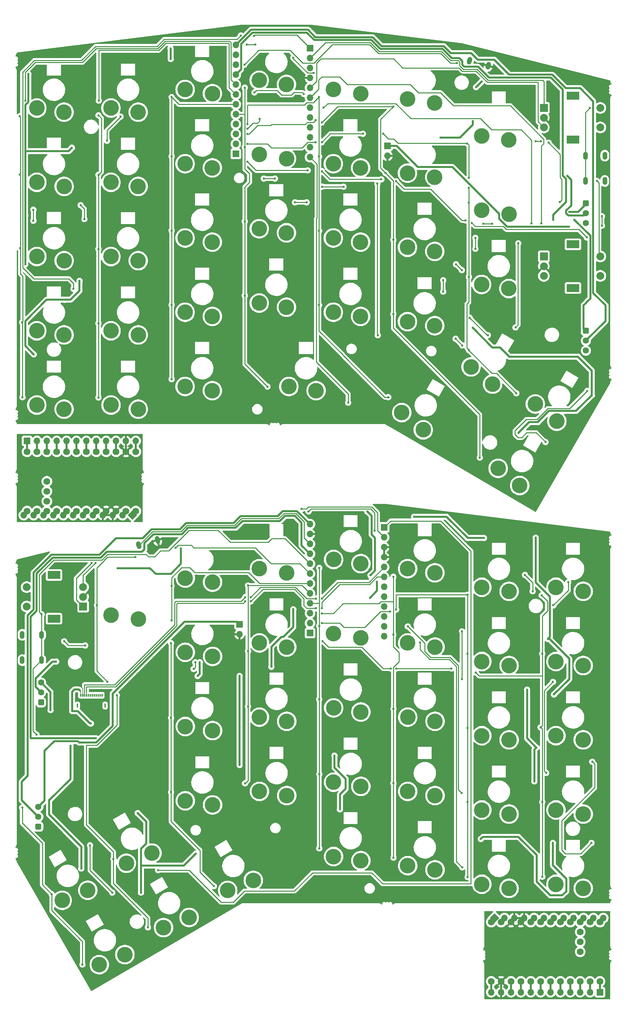
<source format=gbr>
%TF.GenerationSoftware,KiCad,Pcbnew,7.0.8*%
%TF.CreationDate,2024-02-17T13:20:42-05:00*%
%TF.ProjectId,ergothwack,6572676f-7468-4776-9163-6b2e6b696361,rev?*%
%TF.SameCoordinates,Original*%
%TF.FileFunction,Copper,L1,Top*%
%TF.FilePolarity,Positive*%
%FSLAX46Y46*%
G04 Gerber Fmt 4.6, Leading zero omitted, Abs format (unit mm)*
G04 Created by KiCad (PCBNEW 7.0.8) date 2024-02-17 13:20:42*
%MOMM*%
%LPD*%
G01*
G04 APERTURE LIST*
G04 Aperture macros list*
%AMRoundRect*
0 Rectangle with rounded corners*
0 $1 Rounding radius*
0 $2 $3 $4 $5 $6 $7 $8 $9 X,Y pos of 4 corners*
0 Add a 4 corners polygon primitive as box body*
4,1,4,$2,$3,$4,$5,$6,$7,$8,$9,$2,$3,0*
0 Add four circle primitives for the rounded corners*
1,1,$1+$1,$2,$3*
1,1,$1+$1,$4,$5*
1,1,$1+$1,$6,$7*
1,1,$1+$1,$8,$9*
0 Add four rect primitives between the rounded corners*
20,1,$1+$1,$2,$3,$4,$5,0*
20,1,$1+$1,$4,$5,$6,$7,0*
20,1,$1+$1,$6,$7,$8,$9,0*
20,1,$1+$1,$8,$9,$2,$3,0*%
%AMHorizOval*
0 Thick line with rounded ends*
0 $1 width*
0 $2 $3 position (X,Y) of the first rounded end (center of the circle)*
0 $4 $5 position (X,Y) of the second rounded end (center of the circle)*
0 Add line between two ends*
20,1,$1,$2,$3,$4,$5,0*
0 Add two circle primitives to create the rounded ends*
1,1,$1,$2,$3*
1,1,$1,$4,$5*%
%AMRotRect*
0 Rectangle, with rotation*
0 The origin of the aperture is its center*
0 $1 length*
0 $2 width*
0 $3 Rotation angle, in degrees counterclockwise*
0 Add horizontal line*
21,1,$1,$2,0,0,$3*%
G04 Aperture macros list end*
%TA.AperFunction,ComponentPad*%
%ADD10R,1.700000X1.700000*%
%TD*%
%TA.AperFunction,ComponentPad*%
%ADD11O,1.700000X1.700000*%
%TD*%
%TA.AperFunction,ComponentPad*%
%ADD12RotRect,1.700000X1.700000X135.000000*%
%TD*%
%TA.AperFunction,ComponentPad*%
%ADD13RotRect,1.700000X1.700000X315.000000*%
%TD*%
%TA.AperFunction,ComponentPad*%
%ADD14C,1.752600*%
%TD*%
%TA.AperFunction,ComponentPad*%
%ADD15C,4.000000*%
%TD*%
%TA.AperFunction,SMDPad,CuDef*%
%ADD16R,0.300000X0.700000*%
%TD*%
%TA.AperFunction,SMDPad,CuDef*%
%ADD17R,0.300000X1.000000*%
%TD*%
%TA.AperFunction,ComponentPad*%
%ADD18HorizOval,1.250000X-0.097057X0.362222X0.097057X-0.362222X0*%
%TD*%
%TA.AperFunction,ComponentPad*%
%ADD19C,1.600000*%
%TD*%
%TA.AperFunction,ComponentPad*%
%ADD20RoundRect,0.400000X0.400000X0.400000X-0.400000X0.400000X-0.400000X-0.400000X0.400000X-0.400000X0*%
%TD*%
%TA.AperFunction,ComponentPad*%
%ADD21O,1.250000X2.000000*%
%TD*%
%TA.AperFunction,ComponentPad*%
%ADD22RoundRect,0.400000X-0.400000X-0.400000X0.400000X-0.400000X0.400000X0.400000X-0.400000X0.400000X0*%
%TD*%
%TA.AperFunction,ComponentPad*%
%ADD23R,2.000000X2.000000*%
%TD*%
%TA.AperFunction,ComponentPad*%
%ADD24C,2.000000*%
%TD*%
%TA.AperFunction,ComponentPad*%
%ADD25R,3.200000X2.000000*%
%TD*%
%TA.AperFunction,ComponentPad*%
%ADD26HorizOval,1.250000X-0.097057X-0.362222X0.097057X0.362222X0*%
%TD*%
%TA.AperFunction,ViaPad*%
%ADD27C,0.600000*%
%TD*%
%TA.AperFunction,Conductor*%
%ADD28C,0.250000*%
%TD*%
%TA.AperFunction,Conductor*%
%ADD29C,0.500000*%
%TD*%
%TA.AperFunction,Conductor*%
%ADD30C,0.200000*%
%TD*%
G04 APERTURE END LIST*
D10*
%TO.P,J4,1,Pin_1*%
%TO.N,Net-(J4-Pin_1)*%
X24396997Y-119775628D03*
D11*
%TO.P,J4,2,Pin_2*%
%TO.N,Net-(J4-Pin_2)*%
X26936997Y-119775628D03*
%TO.P,J4,3,Pin_3*%
%TO.N,Net-(J4-Pin_3)*%
X29476997Y-119775628D03*
%TO.P,J4,4,Pin_4*%
%TO.N,Net-(J4-Pin_4)*%
X32016997Y-119775628D03*
%TO.P,J4,5,Pin_5*%
%TO.N,Net-(J4-Pin_5)*%
X34556997Y-119775628D03*
%TO.P,J4,6,Pin_6*%
%TO.N,Net-(J4-Pin_6)*%
X37096997Y-119775628D03*
%TO.P,J4,7,Pin_7*%
%TO.N,Net-(J4-Pin_7)*%
X39636997Y-119775628D03*
%TO.P,J4,8,Pin_8*%
%TO.N,Net-(J4-Pin_8)*%
X42176997Y-119775628D03*
%TO.P,J4,9,Pin_9*%
%TO.N,Net-(J4-Pin_9)*%
X44716997Y-119775628D03*
%TO.P,J4,10,Pin_10*%
%TO.N,Net-(J4-Pin_10)*%
X47256997Y-119775628D03*
%TO.P,J4,11,Pin_11*%
%TO.N,GND1*%
X49796997Y-119775628D03*
%TO.P,J4,12,Pin_12*%
%TO.N,Net-(J4-Pin_12)*%
X52336997Y-119775628D03*
%TD*%
D12*
%TO.P,R-n!n-L-Adapter1,1,Pin_1*%
%TO.N,Net-(R-n!n-L-Adapter1-Pin_1)*%
X144520000Y-242170000D03*
D11*
%TO.P,R-n!n-L-Adapter1,2,Pin_2*%
%TO.N,Net-(R-n!n-L-Adapter1-Pin_2)*%
X147060000Y-242170000D03*
%TO.P,R-n!n-L-Adapter1,3,Pin_3*%
%TO.N,GND2*%
X149600000Y-242170000D03*
%TO.P,R-n!n-L-Adapter1,4,Pin_4*%
X152140000Y-242170000D03*
%TO.P,R-n!n-L-Adapter1,5,Pin_5*%
%TO.N,Net-(R-n!n-L-Adapter1-Pin_5)*%
X154680000Y-242170000D03*
%TO.P,R-n!n-L-Adapter1,6,Pin_6*%
%TO.N,Net-(R-n!n-L-Adapter1-Pin_6)*%
X157220000Y-242170000D03*
%TO.P,R-n!n-L-Adapter1,7,Pin_7*%
%TO.N,Net-(R-n!n-L-Adapter1-Pin_7)*%
X159760000Y-242170000D03*
%TO.P,R-n!n-L-Adapter1,8,Pin_8*%
%TO.N,Net-(R-n!n-L-Adapter1-Pin_8)*%
X162300000Y-242170000D03*
%TO.P,R-n!n-L-Adapter1,9,Pin_9*%
%TO.N,Net-(R-n!n-L-Adapter1-Pin_9)*%
X164840000Y-242170000D03*
%TO.P,R-n!n-L-Adapter1,10,Pin_10*%
%TO.N,Net-(R-n!n-L-Adapter1-Pin_10)*%
X167380000Y-242170000D03*
%TO.P,R-n!n-L-Adapter1,11,Pin_11*%
%TO.N,Net-(R-n!n-L-Adapter1-Pin_11)*%
X169920000Y-242170000D03*
%TO.P,R-n!n-L-Adapter1,12,Pin_12*%
%TO.N,Net-(R-n!n-L-Adapter1-Pin_12)*%
X172460000Y-242170000D03*
%TD*%
%TO.P,J1,12,Pin_12*%
%TO.N,Net-(J1-Pin_12)*%
X143680000Y-261220000D03*
%TO.P,J1,11,Pin_11*%
%TO.N,GND2*%
X146220000Y-261220000D03*
%TO.P,J1,10,Pin_10*%
%TO.N,Net-(J1-Pin_10)*%
X148760000Y-261220000D03*
%TO.P,J1,9,Pin_9*%
%TO.N,Net-(J1-Pin_9)*%
X151300000Y-261220000D03*
%TO.P,J1,8,Pin_8*%
%TO.N,Net-(J1-Pin_8)*%
X153840000Y-261220000D03*
%TO.P,J1,7,Pin_7*%
%TO.N,Net-(J1-Pin_7)*%
X156380000Y-261220000D03*
%TO.P,J1,6,Pin_6*%
%TO.N,Net-(J1-Pin_6)*%
X158920000Y-261220000D03*
%TO.P,J1,5,Pin_5*%
%TO.N,Net-(J1-Pin_5)*%
X161460000Y-261220000D03*
%TO.P,J1,4,Pin_4*%
%TO.N,Net-(J1-Pin_4)*%
X164000000Y-261220000D03*
%TO.P,J1,3,Pin_3*%
%TO.N,Net-(J1-Pin_3)*%
X166540000Y-261220000D03*
%TO.P,J1,2,Pin_2*%
%TO.N,Net-(J1-Pin_2)*%
X169080000Y-261220000D03*
D10*
%TO.P,J1,1,Pin_1*%
%TO.N,Net-(J1-Pin_1)*%
X171620000Y-261220000D03*
%TD*%
D13*
%TO.P,L-n!n-L-Adapter1,1,Pin_1*%
%TO.N,Net-(L-n!n-L-Adapter1-Pin_1)*%
X51486997Y-138825628D03*
D11*
%TO.P,L-n!n-L-Adapter1,2,Pin_2*%
%TO.N,Net-(L-n!n-L-Adapter1-Pin_2)*%
X48946997Y-138825628D03*
%TO.P,L-n!n-L-Adapter1,3,Pin_3*%
%TO.N,GND1*%
X46406997Y-138825628D03*
%TO.P,L-n!n-L-Adapter1,4,Pin_4*%
X43866997Y-138825628D03*
%TO.P,L-n!n-L-Adapter1,5,Pin_5*%
%TO.N,Net-(L-n!n-L-Adapter1-Pin_5)*%
X41326997Y-138825628D03*
%TO.P,L-n!n-L-Adapter1,6,Pin_6*%
%TO.N,Net-(L-n!n-L-Adapter1-Pin_6)*%
X38786997Y-138825628D03*
%TO.P,L-n!n-L-Adapter1,7,Pin_7*%
%TO.N,Net-(L-n!n-L-Adapter1-Pin_7)*%
X36246997Y-138825628D03*
%TO.P,L-n!n-L-Adapter1,8,Pin_8*%
%TO.N,Net-(L-n!n-L-Adapter1-Pin_8)*%
X33706997Y-138825628D03*
%TO.P,L-n!n-L-Adapter1,9,Pin_9*%
%TO.N,Net-(L-n!n-L-Adapter1-Pin_9)*%
X31166997Y-138825628D03*
%TO.P,L-n!n-L-Adapter1,10,Pin_10*%
%TO.N,Net-(L-n!n-L-Adapter1-Pin_10)*%
X28626997Y-138825628D03*
%TO.P,L-n!n-L-Adapter1,11,Pin_11*%
%TO.N,Net-(L-n!n-L-Adapter1-Pin_11)*%
X26086997Y-138825628D03*
%TO.P,L-n!n-L-Adapter1,12,Pin_12*%
%TO.N,Net-(L-n!n-L-Adapter1-Pin_12)*%
X23546997Y-138825628D03*
%TD*%
D14*
%TO.P,R-n!n1,33,P1.07*%
%TO.N,unconnected-(R-n!n1-P1.07-Pad33)*%
X166540000Y-250830000D03*
%TO.P,R-n!n1,32,P1.02*%
%TO.N,unconnected-(R-n!n1-P1.02-Pad32)*%
X166540000Y-248290000D03*
%TO.P,R-n!n1,31,P1.01*%
%TO.N,unconnected-(R-n!n1-P1.01-Pad31)*%
X166540000Y-245750000D03*
%TO.P,R-n!n1,24,BATIN/P0.04*%
%TO.N,Net-(J1-Pin_12)*%
X143680000Y-258450000D03*
%TO.P,R-n!n1,23,GND*%
%TO.N,GND2*%
X146220000Y-258450000D03*
%TO.P,R-n!n1,22,RST*%
%TO.N,Net-(J1-Pin_10)*%
X148760000Y-258450000D03*
%TO.P,R-n!n1,21,VCC*%
%TO.N,Net-(J1-Pin_9)*%
X151300000Y-258450000D03*
%TO.P,R-n!n1,20,AIN7/P0.31*%
%TO.N,Net-(J1-Pin_8)*%
X153840000Y-258450000D03*
%TO.P,R-n!n1,19,AIN5/P0.29*%
%TO.N,Net-(J1-Pin_7)*%
X156380000Y-258450000D03*
%TO.P,R-n!n1,18,AIN0/P0.02*%
%TO.N,Net-(J1-Pin_6)*%
X158920000Y-258450000D03*
%TO.P,R-n!n1,17,P1.15*%
%TO.N,Net-(J1-Pin_5)*%
X161460000Y-258450000D03*
%TO.P,R-n!n1,16,P1.13*%
%TO.N,Net-(J1-Pin_4)*%
X164000000Y-258450000D03*
%TO.P,R-n!n1,15,P1.11*%
%TO.N,Net-(J1-Pin_3)*%
X166540000Y-258450000D03*
%TO.P,R-n!n1,14,NFC2/P0.10*%
%TO.N,Net-(J1-Pin_2)*%
X169080000Y-258450000D03*
%TO.P,R-n!n1,13,NFC1/P0.09*%
%TO.N,Net-(J1-Pin_1)*%
X171620000Y-258450000D03*
%TO.P,R-n!n1,12,P1.06*%
%TO.N,Net-(R-n!n-L-Adapter1-Pin_12)*%
X171620000Y-243210000D03*
%TO.P,R-n!n1,11,P1.04*%
%TO.N,Net-(R-n!n-L-Adapter1-Pin_11)*%
X169080000Y-243210000D03*
%TO.P,R-n!n1,10,P0.11*%
%TO.N,Net-(R-n!n-L-Adapter1-Pin_10)*%
X166540000Y-243210000D03*
%TO.P,R-n!n1,9,P1.00*%
%TO.N,Net-(R-n!n-L-Adapter1-Pin_9)*%
X164000000Y-243210000D03*
%TO.P,R-n!n1,8,P0.24*%
%TO.N,Net-(R-n!n-L-Adapter1-Pin_8)*%
X161460000Y-243210000D03*
%TO.P,R-n!n1,7,P0.22*%
%TO.N,Net-(R-n!n-L-Adapter1-Pin_7)*%
X158920000Y-243210000D03*
%TO.P,R-n!n1,6,P0.20*%
%TO.N,Net-(R-n!n-L-Adapter1-Pin_6)*%
X156380000Y-243210000D03*
%TO.P,R-n!n1,5,P0.17*%
%TO.N,Net-(R-n!n-L-Adapter1-Pin_5)*%
X153840000Y-243210000D03*
%TO.P,R-n!n1,4,GND*%
%TO.N,GND2*%
X151300000Y-243210000D03*
%TO.P,R-n!n1,3,GND*%
X148760000Y-243210000D03*
%TO.P,R-n!n1,2,RX1/P0.08*%
%TO.N,Net-(R-n!n-L-Adapter1-Pin_2)*%
X146220000Y-243210000D03*
%TO.P,R-n!n1,1,TX0/P0.06*%
%TO.N,Net-(R-n!n-L-Adapter1-Pin_1)*%
X143680000Y-243210000D03*
%TD*%
%TO.P,L-n!n1,1,TX0/P0.06*%
%TO.N,Net-(L-n!n-L-Adapter1-Pin_1)*%
X52356997Y-137785628D03*
%TO.P,L-n!n1,2,RX1/P0.08*%
%TO.N,Net-(L-n!n-L-Adapter1-Pin_2)*%
X49816997Y-137785628D03*
%TO.P,L-n!n1,3,GND*%
%TO.N,GND1*%
X47276997Y-137785628D03*
%TO.P,L-n!n1,4,GND*%
X44736997Y-137785628D03*
%TO.P,L-n!n1,5,P0.17*%
%TO.N,Net-(L-n!n-L-Adapter1-Pin_5)*%
X42196997Y-137785628D03*
%TO.P,L-n!n1,6,P0.20*%
%TO.N,Net-(L-n!n-L-Adapter1-Pin_6)*%
X39656997Y-137785628D03*
%TO.P,L-n!n1,7,P0.22*%
%TO.N,Net-(L-n!n-L-Adapter1-Pin_7)*%
X37116997Y-137785628D03*
%TO.P,L-n!n1,8,P0.24*%
%TO.N,Net-(L-n!n-L-Adapter1-Pin_8)*%
X34576997Y-137785628D03*
%TO.P,L-n!n1,9,P1.00*%
%TO.N,Net-(L-n!n-L-Adapter1-Pin_9)*%
X32036997Y-137785628D03*
%TO.P,L-n!n1,10,P0.11*%
%TO.N,Net-(L-n!n-L-Adapter1-Pin_10)*%
X29496997Y-137785628D03*
%TO.P,L-n!n1,11,P1.04*%
%TO.N,Net-(L-n!n-L-Adapter1-Pin_11)*%
X26956997Y-137785628D03*
%TO.P,L-n!n1,12,P1.06*%
%TO.N,Net-(L-n!n-L-Adapter1-Pin_12)*%
X24416997Y-137785628D03*
%TO.P,L-n!n1,13,NFC1/P0.09*%
%TO.N,Net-(J4-Pin_1)*%
X24416997Y-122545628D03*
%TO.P,L-n!n1,14,NFC2/P0.10*%
%TO.N,Net-(J4-Pin_2)*%
X26956997Y-122545628D03*
%TO.P,L-n!n1,15,P1.11*%
%TO.N,Net-(J4-Pin_3)*%
X29496997Y-122545628D03*
%TO.P,L-n!n1,16,P1.13*%
%TO.N,Net-(J4-Pin_4)*%
X32036997Y-122545628D03*
%TO.P,L-n!n1,17,P1.15*%
%TO.N,Net-(J4-Pin_5)*%
X34576997Y-122545628D03*
%TO.P,L-n!n1,18,AIN0/P0.02*%
%TO.N,Net-(J4-Pin_6)*%
X37116997Y-122545628D03*
%TO.P,L-n!n1,19,AIN5/P0.29*%
%TO.N,Net-(J4-Pin_7)*%
X39656997Y-122545628D03*
%TO.P,L-n!n1,20,AIN7/P0.31*%
%TO.N,Net-(J4-Pin_8)*%
X42196997Y-122545628D03*
%TO.P,L-n!n1,21,VCC*%
%TO.N,Net-(J4-Pin_9)*%
X44736997Y-122545628D03*
%TO.P,L-n!n1,22,RST*%
%TO.N,Net-(J4-Pin_10)*%
X47276997Y-122545628D03*
%TO.P,L-n!n1,23,GND*%
%TO.N,GND1*%
X49816997Y-122545628D03*
%TO.P,L-n!n1,24,BATIN/P0.04*%
%TO.N,Net-(J4-Pin_12)*%
X52356997Y-122545628D03*
%TO.P,L-n!n1,31,P1.01*%
%TO.N,unconnected-(L-n!n1-P1.01-Pad31)*%
X29496997Y-135245628D03*
%TO.P,L-n!n1,32,P1.02*%
%TO.N,unconnected-(L-n!n1-P1.02-Pad32)*%
X29496997Y-132705628D03*
%TO.P,L-n!n1,33,P1.07*%
%TO.N,unconnected-(L-n!n1-P1.07-Pad33)*%
X29496997Y-130165628D03*
%TD*%
D15*
%TO.P,R-SW23,1,1*%
%TO.N,R-col1*%
X49919488Y-228126510D03*
%TO.P,R-SW23,2,2*%
%TO.N,Net-(R-D23-A)*%
X56506666Y-225535837D03*
%TD*%
D16*
%TO.P,R-CRQ-CONN1,1,Pin_1*%
%TO.N,unconnected-(R-CRQ-CONN1-Pin_1-Pad1)*%
X43660000Y-185041191D03*
%TO.P,R-CRQ-CONN1,2,Pin_2*%
%TO.N,unconnected-(R-CRQ-CONN1-Pin_2-Pad2)*%
X43160000Y-185041191D03*
%TO.P,R-CRQ-CONN1,3,Pin_3*%
%TO.N,unconnected-(R-CRQ-CONN1-Pin_3-Pad3)*%
X42660000Y-185041191D03*
%TO.P,R-CRQ-CONN1,4,Pin_4*%
%TO.N,unconnected-(R-CRQ-CONN1-Pin_4-Pad4)*%
X42160000Y-185041191D03*
%TO.P,R-CRQ-CONN1,5,Pin_5*%
%TO.N,unconnected-(R-CRQ-CONN1-Pin_5-Pad5)*%
X41660000Y-185041191D03*
%TO.P,R-CRQ-CONN1,6,Pin_6*%
%TO.N,unconnected-(R-CRQ-CONN1-Pin_6-Pad6)*%
X41160000Y-185041191D03*
%TO.P,R-CRQ-CONN1,7,Pin_7*%
%TO.N,unconnected-(R-CRQ-CONN1-Pin_7-Pad7)*%
X40660000Y-185041191D03*
%TO.P,R-CRQ-CONN1,8,Pin_8*%
%TO.N,unconnected-(R-CRQ-CONN1-Pin_8-Pad8)*%
X40160000Y-185041191D03*
%TO.P,R-CRQ-CONN1,9,Pin_9*%
%TO.N,R-SCL*%
X39660000Y-185041191D03*
%TO.P,R-CRQ-CONN1,10,Pin_10*%
%TO.N,R-SDA*%
X39160000Y-185041191D03*
%TO.P,R-CRQ-CONN1,11,Pin_11*%
%TO.N,GNDA*%
X38660000Y-185041191D03*
%TO.P,R-CRQ-CONN1,12,Pin_12*%
%TO.N,R-CRQ-VCC-PRESWITCH*%
X38160000Y-185041191D03*
D17*
%TO.P,R-CRQ-CONN1,0*%
%TO.N,N/C*%
X44450000Y-187691191D03*
X37370000Y-187691191D03*
%TD*%
D15*
%TO.P,R-SW1,1,1*%
%TO.N,R-col1*%
X46020000Y-164486191D03*
%TO.P,R-SW1,2,2*%
%TO.N,Net-(R-D1-A)*%
X53020000Y-165536191D03*
%TD*%
D18*
%TO.P,R-TS-RST1,1,1*%
%TO.N,R-reset*%
X53075185Y-146493239D03*
%TO.P,R-TS-RST1,2,2*%
%TO.N,GNDA*%
X57904815Y-145199143D03*
%TD*%
D10*
%TO.P,R-n!n-L-Socket1,1,Pin_1*%
%TO.N,R-LED*%
X116150000Y-141986191D03*
D11*
%TO.P,R-n!n-L-Socket1,2,Pin_2*%
%TO.N,R-RE0-A*%
X116150000Y-144526191D03*
%TO.P,R-n!n-L-Socket1,3,Pin_3*%
%TO.N,GNDA*%
X116150000Y-147066191D03*
%TO.P,R-n!n-L-Socket1,4,Pin_4*%
X116150000Y-149606191D03*
%TO.P,R-n!n-L-Socket1,5,Pin_5*%
%TO.N,R-SDA*%
X116150000Y-152146191D03*
%TO.P,R-n!n-L-Socket1,6,Pin_6*%
%TO.N,R-SCL*%
X116150000Y-154686191D03*
%TO.P,R-n!n-L-Socket1,7,Pin_7*%
%TO.N,R-RE0-B*%
X116150000Y-157226191D03*
%TO.P,R-n!n-L-Socket1,8,Pin_8*%
%TO.N,R-row0*%
X116150000Y-159766191D03*
%TO.P,R-n!n-L-Socket1,9,Pin_9*%
%TO.N,R-row1*%
X116150000Y-162306191D03*
%TO.P,R-n!n-L-Socket1,10,Pin_10*%
%TO.N,R-row2*%
X116150000Y-164846191D03*
%TO.P,R-n!n-L-Socket1,11,Pin_11*%
%TO.N,R-row3*%
X116150000Y-167386191D03*
%TO.P,R-n!n-L-Socket1,12,Pin_12*%
%TO.N,R-row4*%
X116150000Y-169926191D03*
%TD*%
D10*
%TO.P,J2,1,Pin_1*%
%TO.N,R-col7*%
X97100000Y-169076191D03*
D11*
%TO.P,J2,2,Pin_2*%
%TO.N,R-col6*%
X97100000Y-166536191D03*
%TO.P,J2,3,Pin_3*%
%TO.N,R-col5*%
X97100000Y-163996191D03*
%TO.P,J2,4,Pin_4*%
%TO.N,R-col4*%
X97100000Y-161456191D03*
%TO.P,J2,5,Pin_5*%
%TO.N,R-col3*%
X97100000Y-158916191D03*
%TO.P,J2,6,Pin_6*%
%TO.N,R-col2*%
X97100000Y-156376191D03*
%TO.P,J2,7,Pin_7*%
%TO.N,R-col1*%
X97100000Y-153836191D03*
%TO.P,J2,8,Pin_8*%
%TO.N,R-col0*%
X97100000Y-151296191D03*
%TO.P,J2,9,Pin_9*%
%TO.N,VDD*%
X97100000Y-148756191D03*
%TO.P,J2,10,Pin_10*%
%TO.N,R-reset*%
X97100000Y-146216191D03*
%TO.P,J2,11,Pin_11*%
%TO.N,GNDA*%
X97100000Y-143676191D03*
%TO.P,J2,12,Pin_12*%
%TO.N,R-RAW*%
X97100000Y-141136191D03*
%TD*%
D19*
%TO.P,L-SW-BATT1,3,C*%
%TO.N,unconnected-(L-SW-BATT1-C-Pad3)*%
X168000000Y-96607496D03*
%TO.P,L-SW-BATT1,2,B*%
%TO.N,L-RAW*%
X168000000Y-94067496D03*
D20*
%TO.P,L-SW-BATT1,1,A*%
%TO.N,+BATT*%
X168000000Y-91527496D03*
%TD*%
D11*
%TO.P,L-n!n-L-Socket1,12,Pin_12*%
%TO.N,L-row4*%
X97090000Y-46987496D03*
%TO.P,L-n!n-L-Socket1,11,Pin_11*%
%TO.N,L-row3*%
X97090000Y-44447496D03*
%TO.P,L-n!n-L-Socket1,10,Pin_10*%
%TO.N,L-row2*%
X97090000Y-41907496D03*
%TO.P,L-n!n-L-Socket1,9,Pin_9*%
%TO.N,L-row1*%
X97090000Y-39367496D03*
%TO.P,L-n!n-L-Socket1,8,Pin_8*%
%TO.N,L-row0*%
X97090000Y-36827496D03*
%TO.P,L-n!n-L-Socket1,7,Pin_7*%
%TO.N,L-RE1-B*%
X97090000Y-34287496D03*
%TO.P,L-n!n-L-Socket1,6,Pin_6*%
%TO.N,L-RE1-A*%
X97090000Y-31747496D03*
%TO.P,L-n!n-L-Socket1,5,Pin_5*%
%TO.N,L-RE0-B*%
X97090000Y-29207496D03*
%TO.P,L-n!n-L-Socket1,4,Pin_4*%
%TO.N,GND*%
X97090000Y-26667496D03*
%TO.P,L-n!n-L-Socket1,3,Pin_3*%
X97090000Y-24127496D03*
%TO.P,L-n!n-L-Socket1,2,Pin_2*%
%TO.N,L-RE0-A*%
X97090000Y-21587496D03*
D10*
%TO.P,L-n!n-L-Socket1,1,Pin_1*%
%TO.N,L-LED*%
X97090000Y-19047496D03*
%TD*%
D11*
%TO.P,J3,12,Pin_12*%
%TO.N,L-RAW*%
X78040000Y-18197496D03*
%TO.P,J3,11,Pin_11*%
%TO.N,GND*%
X78040000Y-20737496D03*
%TO.P,J3,10,Pin_10*%
%TO.N,L-reset*%
X78040000Y-23277496D03*
%TO.P,J3,9,Pin_9*%
%TO.N,VCC*%
X78040000Y-25817496D03*
%TO.P,J3,8,Pin_8*%
%TO.N,L-col0*%
X78040000Y-28357496D03*
%TO.P,J3,7,Pin_7*%
%TO.N,L-col1*%
X78040000Y-30897496D03*
%TO.P,J3,6,Pin_6*%
%TO.N,L-col2*%
X78040000Y-33437496D03*
%TO.P,J3,5,Pin_5*%
%TO.N,L-col3*%
X78040000Y-35977496D03*
%TO.P,J3,4,Pin_4*%
%TO.N,L-col4*%
X78040000Y-38517496D03*
%TO.P,J3,3,Pin_3*%
%TO.N,L-col5*%
X78040000Y-41057496D03*
%TO.P,J3,2,Pin_2*%
%TO.N,L-col6*%
X78040000Y-43597496D03*
D10*
%TO.P,J3,1,Pin_1*%
%TO.N,L-col7*%
X78040000Y-46137496D03*
%TD*%
D21*
%TO.P,R-TS-LED-UP1,1,1*%
%TO.N,R-col0*%
X28140000Y-169526191D03*
%TO.P,R-TS-LED-UP1,2,2*%
%TO.N,Net-(R-D8-A)*%
X23140000Y-169526191D03*
%TD*%
%TO.P,R-TS-LED-DOWN1,1,1*%
%TO.N,R-col0*%
X28150000Y-176036191D03*
%TO.P,R-TS-LED-DOWN1,2,2*%
%TO.N,Net-(R-D15-A)*%
X23150000Y-176036191D03*
%TD*%
D15*
%TO.P,R-SW36,1,1*%
%TO.N,R-col7*%
X160315000Y-233526191D03*
%TO.P,R-SW36,2,2*%
%TO.N,Net-(R-D36-A)*%
X167315000Y-234576191D03*
%TD*%
%TO.P,R-SW35,1,1*%
%TO.N,R-col6*%
X141260000Y-233526191D03*
%TO.P,R-SW35,2,2*%
%TO.N,Net-(R-D35-A)*%
X148260000Y-234576191D03*
%TD*%
%TO.P,R-SW34,1,1*%
%TO.N,R-col5*%
X122220000Y-228766191D03*
%TO.P,R-SW34,2,2*%
%TO.N,Net-(R-D34-A)*%
X129220000Y-229816191D03*
%TD*%
%TO.P,R-SW33,1,1*%
%TO.N,R-col4*%
X103170000Y-226416191D03*
%TO.P,R-SW33,2,2*%
%TO.N,Net-(R-D33-A)*%
X110170000Y-227466191D03*
%TD*%
%TO.P,R-SW32,1,1*%
%TO.N,R-col2*%
X75959488Y-235116510D03*
%TO.P,R-SW32,2,2*%
%TO.N,Net-(R-D32-A)*%
X82546666Y-232525837D03*
%TD*%
%TO.P,R-SW31,1,1*%
%TO.N,R-col1*%
X59459488Y-244636510D03*
%TO.P,R-SW31,2,2*%
%TO.N,Net-(R-D31-A)*%
X66046666Y-242045837D03*
%TD*%
%TO.P,R-SW30,1,1*%
%TO.N,R-col0*%
X42949488Y-254166510D03*
%TO.P,R-SW30,2,2*%
%TO.N,Net-(R-D30-A)*%
X49536666Y-251575837D03*
%TD*%
%TO.P,R-SW29,1,1*%
%TO.N,R-col7*%
X160320000Y-214476191D03*
%TO.P,R-SW29,2,2*%
%TO.N,Net-(R-D29-A)*%
X167320000Y-215526191D03*
%TD*%
%TO.P,R-SW28,1,1*%
%TO.N,R-col6*%
X141260000Y-214476191D03*
%TO.P,R-SW28,2,2*%
%TO.N,Net-(R-D28-A)*%
X148260000Y-215526191D03*
%TD*%
%TO.P,R-SW27,1,1*%
%TO.N,R-col5*%
X122220000Y-209716191D03*
%TO.P,R-SW27,2,2*%
%TO.N,Net-(R-D27-A)*%
X129220000Y-210766191D03*
%TD*%
%TO.P,R-SW26,1,1*%
%TO.N,R-col4*%
X103170000Y-207356191D03*
%TO.P,R-SW26,2,2*%
%TO.N,Net-(R-D26-A)*%
X110170000Y-208406191D03*
%TD*%
%TO.P,R-SW25,1,1*%
%TO.N,R-col3*%
X84120000Y-209716191D03*
%TO.P,R-SW25,2,2*%
%TO.N,Net-(R-D25-A)*%
X91120000Y-210766191D03*
%TD*%
%TO.P,R-SW24,1,1*%
%TO.N,R-col2*%
X65070000Y-212116191D03*
%TO.P,R-SW24,2,2*%
%TO.N,Net-(R-D24-A)*%
X72070000Y-213166191D03*
%TD*%
%TO.P,R-SW22,1,1*%
%TO.N,R-col0*%
X33419488Y-237656510D03*
%TO.P,R-SW22,2,2*%
%TO.N,Net-(R-D22-A)*%
X40006666Y-235065837D03*
%TD*%
%TO.P,R-SW21,1,1*%
%TO.N,R-col7*%
X160310000Y-195416191D03*
%TO.P,R-SW21,2,2*%
%TO.N,Net-(R-D21-A)*%
X167310000Y-196466191D03*
%TD*%
%TO.P,R-SW20,1,1*%
%TO.N,R-col6*%
X141270000Y-195426191D03*
%TO.P,R-SW20,2,2*%
%TO.N,Net-(R-D20-A)*%
X148270000Y-196476191D03*
%TD*%
%TO.P,R-SW19,1,1*%
%TO.N,R-col5*%
X122225000Y-190666191D03*
%TO.P,R-SW19,2,2*%
%TO.N,Net-(R-D19-A)*%
X129225000Y-191716191D03*
%TD*%
%TO.P,R-SW18,1,1*%
%TO.N,R-col4*%
X103180000Y-188286191D03*
%TO.P,R-SW18,2,2*%
%TO.N,Net-(R-D18-A)*%
X110180000Y-189336191D03*
%TD*%
%TO.P,R-SW17,1,1*%
%TO.N,R-col3*%
X84120000Y-190666191D03*
%TO.P,R-SW17,2,2*%
%TO.N,Net-(R-D17-A)*%
X91120000Y-191716191D03*
%TD*%
%TO.P,R-SW16,1,1*%
%TO.N,R-col2*%
X65070000Y-193056191D03*
%TO.P,R-SW16,2,2*%
%TO.N,Net-(R-D16-A)*%
X72070000Y-194106191D03*
%TD*%
%TO.P,R-SW14,1,1*%
%TO.N,R-col7*%
X160310000Y-176376191D03*
%TO.P,R-SW14,2,2*%
%TO.N,Net-(R-D14-A)*%
X167310000Y-177426191D03*
%TD*%
%TO.P,R-SW13,1,1*%
%TO.N,R-col6*%
X141265000Y-176376191D03*
%TO.P,R-SW13,2,2*%
%TO.N,Net-(R-D13-A)*%
X148265000Y-177426191D03*
%TD*%
%TO.P,R-SW12,1,1*%
%TO.N,R-col5*%
X122220000Y-171616191D03*
%TO.P,R-SW12,2,2*%
%TO.N,Net-(R-D12-A)*%
X129220000Y-172666191D03*
%TD*%
%TO.P,R-SW11,1,1*%
%TO.N,R-col4*%
X103160000Y-169256191D03*
%TO.P,R-SW11,2,2*%
%TO.N,Net-(R-D11-A)*%
X110160000Y-170306191D03*
%TD*%
%TO.P,R-SW10,1,1*%
%TO.N,R-col3*%
X84120000Y-171616191D03*
%TO.P,R-SW10,2,2*%
%TO.N,Net-(R-D10-A)*%
X91120000Y-172666191D03*
%TD*%
%TO.P,R-SW9,1,1*%
%TO.N,R-col2*%
X65070000Y-174016191D03*
%TO.P,R-SW9,2,2*%
%TO.N,Net-(R-D9-A)*%
X72070000Y-175066191D03*
%TD*%
%TO.P,R-SW7,1,1*%
%TO.N,R-col7*%
X160315000Y-157326191D03*
%TO.P,R-SW7,2,2*%
%TO.N,Net-(R-D7-A)*%
X167315000Y-158376191D03*
%TD*%
%TO.P,R-SW6,1,1*%
%TO.N,R-col6*%
X141270000Y-157326191D03*
%TO.P,R-SW6,2,2*%
%TO.N,Net-(R-D6-A)*%
X148270000Y-158376191D03*
%TD*%
%TO.P,R-SW5,1,1*%
%TO.N,R-col5*%
X122200000Y-152566191D03*
%TO.P,R-SW5,2,2*%
%TO.N,Net-(R-D5-A)*%
X129200000Y-153616191D03*
%TD*%
%TO.P,R-SW4,1,1*%
%TO.N,R-col4*%
X103180000Y-150206191D03*
%TO.P,R-SW4,2,2*%
%TO.N,Net-(R-D4-A)*%
X110180000Y-151256191D03*
%TD*%
%TO.P,R-SW3,1,1*%
%TO.N,R-col3*%
X84110000Y-152566191D03*
%TO.P,R-SW3,2,2*%
%TO.N,Net-(R-D3-A)*%
X91110000Y-153616191D03*
%TD*%
%TO.P,R-SW2,1,1*%
%TO.N,R-col2*%
X65060000Y-154966191D03*
%TO.P,R-SW2,2,2*%
%TO.N,Net-(R-D2-A)*%
X72060000Y-156016191D03*
%TD*%
D22*
%TO.P,R-SW-LED1,1,A*%
%TO.N,unconnected-(R-SW-LED1-A-Pad1)*%
X28009500Y-186860791D03*
D19*
%TO.P,R-SW-LED1,2,B*%
%TO.N,R-LED-VCC*%
X28009500Y-184320791D03*
%TO.P,R-SW-LED1,3,C*%
%TO.N,R-LED-VCC-PRESWITCH*%
X28009500Y-181780791D03*
%TD*%
D22*
%TO.P,R-SW-BATT1,1,A*%
%TO.N,unconnected-(R-SW-BATT1-A-Pad1)*%
X27310000Y-218746191D03*
D19*
%TO.P,R-SW-BATT1,2,B*%
%TO.N,R-RAW*%
X27310000Y-216206191D03*
%TO.P,R-SW-BATT1,3,C*%
%TO.N,LINE*%
X27310000Y-213666191D03*
%TD*%
D23*
%TO.P,R-RE0,A,A*%
%TO.N,R-RE0-A*%
X38810000Y-162286191D03*
D24*
%TO.P,R-RE0,B,B*%
%TO.N,R-RE0-B*%
X38810000Y-157286191D03*
%TO.P,R-RE0,C,C*%
%TO.N,GNDA*%
X38810000Y-159786191D03*
D25*
%TO.P,R-RE0,MP*%
%TO.N,N/C*%
X31310000Y-154186191D03*
X31310000Y-165386191D03*
D24*
%TO.P,R-RE0,S1,S1*%
%TO.N,Net-(R-D0-A)*%
X24310000Y-157286191D03*
%TO.P,R-RE0,S2,S2*%
%TO.N,R-col0*%
X24310000Y-162286191D03*
%TD*%
D10*
%TO.P,R-BATT-CONN1,1,Pin_1*%
%TO.N,LINE*%
X79020000Y-166846191D03*
D11*
%TO.P,R-BATT-CONN1,2,Pin_2*%
%TO.N,GNDA*%
X79020000Y-169386191D03*
%TD*%
D26*
%TO.P,L-TS-RST1,2,2*%
%TO.N,GND*%
X142939076Y-23549739D03*
%TO.P,L-TS-RST1,1,1*%
%TO.N,L-reset*%
X138109446Y-22255643D03*
%TD*%
D21*
%TO.P,L-TS-LED-UP1,2,2*%
%TO.N,Net-(L-D15-A)*%
X172870000Y-46587496D03*
%TO.P,L-TS-LED-UP1,1,1*%
%TO.N,L-col7*%
X167870000Y-46587496D03*
%TD*%
%TO.P,L-TS-LED-DOWN1,2,2*%
%TO.N,Net-(L-D23-A)*%
X172860000Y-53097496D03*
%TO.P,L-TS-LED-DOWN1,1,1*%
%TO.N,L-col7*%
X167860000Y-53097496D03*
%TD*%
D15*
%TO.P,L-SW38,2,2*%
%TO.N,Net-(L-D38-A)*%
X160536666Y-114727142D03*
%TO.P,L-SW38,1,1*%
%TO.N,L-col6*%
X154999488Y-110317815D03*
%TD*%
%TO.P,L-SW37,2,2*%
%TO.N,Net-(L-D37-A)*%
X150996666Y-131237142D03*
%TO.P,L-SW37,1,1*%
%TO.N,L-col5*%
X145459488Y-126827815D03*
%TD*%
%TO.P,L-SW36,2,2*%
%TO.N,Net-(L-D36-A)*%
X126226666Y-116937142D03*
%TO.P,L-SW36,1,1*%
%TO.N,L-col4*%
X120689488Y-112527815D03*
%TD*%
%TO.P,L-SW35,2,2*%
%TO.N,Net-(L-D35-A)*%
X98680000Y-106877496D03*
%TO.P,L-SW35,1,1*%
%TO.N,L-col3*%
X91680000Y-105827496D03*
%TD*%
%TO.P,L-SW34,2,2*%
%TO.N,Net-(L-D34-A)*%
X72010000Y-106877496D03*
%TO.P,L-SW34,1,1*%
%TO.N,L-col2*%
X65010000Y-105827496D03*
%TD*%
%TO.P,L-SW33,2,2*%
%TO.N,Net-(L-D33-A)*%
X52970000Y-111637496D03*
%TO.P,L-SW33,1,1*%
%TO.N,L-col1*%
X45970000Y-110587496D03*
%TD*%
%TO.P,L-SW32,2,2*%
%TO.N,Net-(L-D32-A)*%
X33910000Y-111637496D03*
%TO.P,L-SW32,1,1*%
%TO.N,L-col0*%
X26910000Y-110587496D03*
%TD*%
%TO.P,L-SW30,2,2*%
%TO.N,Net-(L-D30-A)*%
X144026666Y-105197142D03*
%TO.P,L-SW30,1,1*%
%TO.N,L-col6*%
X138489488Y-100787815D03*
%TD*%
%TO.P,L-SW29,2,2*%
%TO.N,Net-(L-D29-A)*%
X129160000Y-90227496D03*
%TO.P,L-SW29,1,1*%
%TO.N,L-col5*%
X122160000Y-89177496D03*
%TD*%
%TO.P,L-SW28,2,2*%
%TO.N,Net-(L-D28-A)*%
X110110000Y-87827496D03*
%TO.P,L-SW28,1,1*%
%TO.N,L-col4*%
X103110000Y-86777496D03*
%TD*%
%TO.P,L-SW27,2,2*%
%TO.N,Net-(L-D27-A)*%
X91060000Y-85467496D03*
%TO.P,L-SW27,1,1*%
%TO.N,L-col3*%
X84060000Y-84417496D03*
%TD*%
%TO.P,L-SW26,2,2*%
%TO.N,Net-(L-D26-A)*%
X72010000Y-87827496D03*
%TO.P,L-SW26,1,1*%
%TO.N,L-col2*%
X65010000Y-86777496D03*
%TD*%
%TO.P,L-SW25,2,2*%
%TO.N,Net-(L-D25-A)*%
X52970000Y-92587496D03*
%TO.P,L-SW25,1,1*%
%TO.N,L-col1*%
X45970000Y-91537496D03*
%TD*%
%TO.P,L-SW24,2,2*%
%TO.N,Net-(L-D24-A)*%
X33910000Y-92587496D03*
%TO.P,L-SW24,1,1*%
%TO.N,L-col0*%
X26910000Y-91537496D03*
%TD*%
%TO.P,L-SW22,2,2*%
%TO.N,Net-(L-D22-A)*%
X148210000Y-80697496D03*
%TO.P,L-SW22,1,1*%
%TO.N,L-col6*%
X141210000Y-79647496D03*
%TD*%
%TO.P,L-SW21,2,2*%
%TO.N,Net-(L-D21-A)*%
X129160000Y-71167496D03*
%TO.P,L-SW21,1,1*%
%TO.N,L-col5*%
X122160000Y-70117496D03*
%TD*%
%TO.P,L-SW20,2,2*%
%TO.N,Net-(L-D20-A)*%
X110110000Y-68777496D03*
%TO.P,L-SW20,1,1*%
%TO.N,L-col4*%
X103110000Y-67727496D03*
%TD*%
%TO.P,L-SW19,2,2*%
%TO.N,Net-(L-D19-A)*%
X91060000Y-66397496D03*
%TO.P,L-SW19,1,1*%
%TO.N,L-col3*%
X84060000Y-65347496D03*
%TD*%
%TO.P,L-SW18,2,2*%
%TO.N,Net-(L-D18-A)*%
X72010000Y-68777496D03*
%TO.P,L-SW18,1,1*%
%TO.N,L-col2*%
X65010000Y-67727496D03*
%TD*%
%TO.P,L-SW17,2,2*%
%TO.N,Net-(L-D17-A)*%
X52960000Y-73537496D03*
%TO.P,L-SW17,1,1*%
%TO.N,L-col1*%
X45960000Y-72487496D03*
%TD*%
%TO.P,L-SW16,2,2*%
%TO.N,Net-(L-D16-A)*%
X33920000Y-73527496D03*
%TO.P,L-SW16,1,1*%
%TO.N,L-col0*%
X26920000Y-72477496D03*
%TD*%
%TO.P,L-SW14,2,2*%
%TO.N,Net-(L-D14-A)*%
X148220000Y-61647496D03*
%TO.P,L-SW14,1,1*%
%TO.N,L-col6*%
X141220000Y-60597496D03*
%TD*%
%TO.P,L-SW13,2,2*%
%TO.N,Net-(L-D13-A)*%
X129160000Y-52127496D03*
%TO.P,L-SW13,1,1*%
%TO.N,L-col5*%
X122160000Y-51077496D03*
%TD*%
%TO.P,L-SW12,2,2*%
%TO.N,Net-(L-D12-A)*%
X110110000Y-49727496D03*
%TO.P,L-SW12,1,1*%
%TO.N,L-col4*%
X103110000Y-48677496D03*
%TD*%
%TO.P,L-SW11,2,2*%
%TO.N,Net-(L-D11-A)*%
X91070000Y-47367496D03*
%TO.P,L-SW11,1,1*%
%TO.N,L-col3*%
X84070000Y-46317496D03*
%TD*%
%TO.P,L-SW10,2,2*%
%TO.N,Net-(L-D10-A)*%
X72010000Y-49727496D03*
%TO.P,L-SW10,1,1*%
%TO.N,L-col2*%
X65010000Y-48677496D03*
%TD*%
%TO.P,L-SW9,2,2*%
%TO.N,Net-(L-D9-A)*%
X52960000Y-54487496D03*
%TO.P,L-SW9,1,1*%
%TO.N,L-col1*%
X45960000Y-53437496D03*
%TD*%
%TO.P,L-SW8,2,2*%
%TO.N,Net-(L-D8-A)*%
X33920000Y-54487496D03*
%TO.P,L-SW8,1,1*%
%TO.N,L-col0*%
X26920000Y-53437496D03*
%TD*%
%TO.P,L-SW6,2,2*%
%TO.N,Net-(L-D6-A)*%
X148210000Y-42597496D03*
%TO.P,L-SW6,1,1*%
%TO.N,L-col6*%
X141210000Y-41547496D03*
%TD*%
%TO.P,L-SW5,2,2*%
%TO.N,Net-(L-D5-A)*%
X129160000Y-33077496D03*
%TO.P,L-SW5,1,1*%
%TO.N,L-col5*%
X122160000Y-32027496D03*
%TD*%
%TO.P,L-SW4,2,2*%
%TO.N,Net-(L-D4-A)*%
X110120000Y-30677496D03*
%TO.P,L-SW4,1,1*%
%TO.N,L-col4*%
X103120000Y-29627496D03*
%TD*%
%TO.P,L-SW3,2,2*%
%TO.N,Net-(L-D3-A)*%
X91060000Y-28317496D03*
%TO.P,L-SW3,1,1*%
%TO.N,L-col3*%
X84060000Y-27267496D03*
%TD*%
%TO.P,L-SW2,2,2*%
%TO.N,Net-(L-D2-A)*%
X72020000Y-30677496D03*
%TO.P,L-SW2,1,1*%
%TO.N,L-col2*%
X65020000Y-29627496D03*
%TD*%
%TO.P,L-SW1,2,2*%
%TO.N,Net-(L-D1-A)*%
X52960000Y-35437496D03*
%TO.P,L-SW1,1,1*%
%TO.N,L-col1*%
X45960000Y-34387496D03*
%TD*%
%TO.P,L-SW0,2,2*%
%TO.N,Net-(L-D0-A)*%
X33910000Y-35437496D03*
%TO.P,L-SW0,1,1*%
%TO.N,L-col0*%
X26910000Y-34387496D03*
%TD*%
D19*
%TO.P,L-SW-LED1,3,C*%
%TO.N,unconnected-(L-SW-LED1-C-Pad3)*%
X168000500Y-63912896D03*
%TO.P,L-SW-LED1,2,B*%
%TO.N,L-LED-VCC*%
X168000500Y-61372896D03*
D20*
%TO.P,L-SW-LED1,1,A*%
%TO.N,L-LED-VCC-PRESWITCH*%
X168000500Y-58832896D03*
%TD*%
D24*
%TO.P,L-RE1,S2,S2*%
%TO.N,L-col7*%
X171700000Y-72447496D03*
%TO.P,L-RE1,S1,S1*%
%TO.N,Net-(L-D31-A)*%
X171700000Y-77447496D03*
D25*
%TO.P,L-RE1,MP*%
%TO.N,N/C*%
X164700000Y-69347496D03*
X164700000Y-80547496D03*
D24*
%TO.P,L-RE1,C,C*%
%TO.N,GND*%
X157200000Y-74947496D03*
%TO.P,L-RE1,B,B*%
%TO.N,L-RE1-B*%
X157200000Y-77447496D03*
D23*
%TO.P,L-RE1,A,A*%
%TO.N,L-RE1-A*%
X157200000Y-72447496D03*
%TD*%
D24*
%TO.P,L-RE0,S2,S2*%
%TO.N,L-col7*%
X171700000Y-34347496D03*
%TO.P,L-RE0,S1,S1*%
%TO.N,Net-(L-D7-A)*%
X171700000Y-39347496D03*
D25*
%TO.P,L-RE0,MP*%
%TO.N,N/C*%
X164700000Y-31247496D03*
X164700000Y-42447496D03*
D24*
%TO.P,L-RE0,C,C*%
%TO.N,GND*%
X157200000Y-36847496D03*
%TO.P,L-RE0,B,B*%
%TO.N,L-RE0-B*%
X157200000Y-39347496D03*
D23*
%TO.P,L-RE0,A,A*%
%TO.N,L-RE0-A*%
X157200000Y-34347496D03*
%TD*%
D11*
%TO.P,L-BATT-CONN1,2,Pin_2*%
%TO.N,GND*%
X117000000Y-46632496D03*
D10*
%TO.P,L-BATT-CONN1,1,Pin_1*%
%TO.N,+BATT*%
X117000000Y-44092496D03*
%TD*%
D27*
%TO.N,GND*%
X87635000Y-90087496D03*
%TO.N,GNDA*%
X58705000Y-175676191D03*
X140935000Y-171296191D03*
%TO.N,GND*%
X25220000Y-82037496D03*
X26450000Y-88437496D03*
%TO.N,GNDA*%
X57020000Y-147966191D03*
%TO.N,GND*%
X139220000Y-31317496D03*
%TO.N,L-LED-VCC*%
X138970000Y-37767496D03*
X130670000Y-41977496D03*
%TO.N,R-LED-VCC-PRESWITCH*%
X30440000Y-188846191D03*
%TO.N,GND*%
X79410000Y-42317496D03*
X41380000Y-81757496D03*
X101800000Y-75597496D03*
X131460000Y-27497496D03*
X152130000Y-35947496D03*
X153300000Y-30527496D03*
X36680000Y-65917496D03*
X136520000Y-44557496D03*
X131580000Y-46567496D03*
X112500000Y-44647496D03*
X116390000Y-64437496D03*
X102160000Y-38147496D03*
X64840000Y-24067496D03*
X45580000Y-29207496D03*
X74410000Y-43807496D03*
X63690000Y-36817496D03*
X76120000Y-62667496D03*
X70430000Y-73337496D03*
X85690000Y-100087496D03*
%TO.N,L-LED-VCC*%
X37880000Y-78717496D03*
X61280000Y-19067496D03*
X61320000Y-21797496D03*
X139780000Y-29017496D03*
X141230000Y-27567496D03*
%TO.N,R-col2*%
X61530000Y-156976191D03*
%TO.N,GNDA*%
X96990000Y-203806191D03*
X162660000Y-161996191D03*
X160790000Y-150206191D03*
X152680000Y-148166191D03*
X145380000Y-161816191D03*
X141220000Y-152756191D03*
X159360000Y-202476191D03*
X159810000Y-190086191D03*
X37250000Y-181916191D03*
X63200000Y-159286191D03*
X63660000Y-170576191D03*
X67980000Y-159696191D03*
X67980000Y-154346191D03*
X73810000Y-149576191D03*
X79640000Y-149856191D03*
X93650000Y-145876191D03*
X78120000Y-144786191D03*
X93580000Y-143366191D03*
X82210000Y-141826191D03*
X61190000Y-145256191D03*
X100400000Y-158606191D03*
X112620000Y-180256191D03*
X94160000Y-160506191D03*
X100570000Y-173136191D03*
X136090000Y-161416191D03*
X139710000Y-160436191D03*
X122140000Y-160686191D03*
X112340000Y-147526191D03*
X111930000Y-141006191D03*
X83500000Y-162116191D03*
X63750000Y-234506191D03*
X55290000Y-230326191D03*
X93240000Y-223386191D03*
X47370000Y-243886191D03*
X98430000Y-234216191D03*
X91520000Y-232896191D03*
%TO.N,R-LED-VCC*%
X56070000Y-152506191D03*
%TO.N,R-col0*%
X28140000Y-164260735D03*
%TO.N,R-LED-VCC*%
X154770000Y-207136191D03*
X155280000Y-198476191D03*
X152900000Y-183596191D03*
X159540000Y-222936191D03*
X141000000Y-221916191D03*
X79010000Y-180096191D03*
X79010000Y-202936191D03*
X30070000Y-212016191D03*
X35540000Y-197966191D03*
X38340000Y-229486191D03*
X155110000Y-144616191D03*
X68790000Y-176586191D03*
X68230000Y-180096191D03*
X158240000Y-170606191D03*
X159780000Y-184836191D03*
X111840000Y-137906191D03*
X112620000Y-154266191D03*
X114330000Y-155946191D03*
X112500000Y-160076191D03*
X92820000Y-162996191D03*
X87180000Y-177716191D03*
X63950000Y-147366191D03*
X103410000Y-200536191D03*
X104800000Y-214296191D03*
X67780000Y-225656191D03*
X53680000Y-235656191D03*
X52830000Y-215276191D03*
X123860000Y-139236191D03*
X141820000Y-144686191D03*
X137660000Y-144686191D03*
X47640000Y-152486191D03*
X31880000Y-176396191D03*
%TO.N,Net-(R-D8-A)*%
X39340000Y-172266191D03*
X33948117Y-171198074D03*
%TO.N,R-LED*%
X58070000Y-229906191D03*
%TO.N,Net-(R-UG-LED0-DOUT)*%
X46310000Y-235676191D03*
X40580000Y-223556191D03*
%TO.N,Net-(R-K-LED16-DOUT)*%
X67630000Y-176586191D03*
X67210000Y-178286191D03*
%TO.N,Net-(R-K-LED36-DIN)*%
X169430000Y-222926191D03*
X169650000Y-202086191D03*
%TO.N,Net-(R-UG-LED5-DOUT)*%
X157810000Y-204946191D03*
X159540000Y-181596191D03*
%TO.N,Net-(R-UG-LED4-DOUT)*%
X159640000Y-161976191D03*
X163460000Y-156026191D03*
%TO.N,Net-(R-D6-A)*%
X152330000Y-154156191D03*
X154330000Y-158376191D03*
%TO.N,R-row4*%
X136200000Y-229166191D03*
X125380000Y-171516191D03*
%TO.N,R-row3*%
X136060000Y-210076191D03*
X122240000Y-167376191D03*
%TO.N,R-row2*%
X136180000Y-180946191D03*
X136180000Y-168656191D03*
%TO.N,R-RE0-B*%
X41970000Y-151116191D03*
X96735944Y-137890247D03*
X113740000Y-142826191D03*
%TO.N,R-RE0-A*%
X40950000Y-151096191D03*
X94950000Y-137216191D03*
%TO.N,R-SCL*%
X80460000Y-160936191D03*
X81890000Y-160946191D03*
X98650000Y-162726191D03*
X100170000Y-162726191D03*
%TO.N,R-SDA*%
X80460000Y-159886191D03*
X81864500Y-159886191D03*
X98640000Y-160206191D03*
X100170000Y-160206191D03*
%TO.N,R-col7*%
X156810000Y-231606191D03*
X156800000Y-212416191D03*
X156360000Y-193285691D03*
X156800000Y-174346191D03*
X156640000Y-159396191D03*
X139725000Y-179221191D03*
X133480000Y-178156191D03*
X119310000Y-178156191D03*
X117830000Y-178156191D03*
X100330000Y-171126191D03*
%TO.N,R-col6*%
X137600000Y-159256191D03*
X137590000Y-174386191D03*
X137600000Y-193406191D03*
X137590000Y-212416191D03*
X137600000Y-231676191D03*
X119240000Y-163056191D03*
X117730000Y-163576191D03*
X100170000Y-166536191D03*
%TO.N,R-col5*%
X118520000Y-169496191D03*
X118550000Y-188536191D03*
X118540000Y-207586191D03*
X118550000Y-226706191D03*
X118530000Y-154636191D03*
X100190000Y-164016191D03*
%TO.N,R-col3*%
X81190000Y-156886191D03*
%TO.N,R-col4*%
X99490000Y-167246191D03*
X99480000Y-186076191D03*
X99500000Y-205266191D03*
X99490000Y-224306191D03*
X99490000Y-152356191D03*
%TO.N,R-col3*%
X81200000Y-173696191D03*
X81190000Y-187896191D03*
X80420000Y-207626191D03*
%TO.N,R-col2*%
X61400000Y-190826191D03*
X61400000Y-209896191D03*
X72410000Y-234006191D03*
X61400000Y-171666191D03*
X61530000Y-165856191D03*
%TO.N,R-col1*%
X42350000Y-161956191D03*
X46600000Y-227076191D03*
X55460000Y-244576191D03*
X47490000Y-185066191D03*
X45080000Y-181546191D03*
X52250000Y-149586191D03*
X62610000Y-147186191D03*
%TO.N,R-col0*%
X30740000Y-236086191D03*
X38630000Y-254106191D03*
X23170000Y-213876191D03*
X26830000Y-195126191D03*
%TO.N,R-CRQ-VCC-PRESWITCH*%
X40820000Y-192276191D03*
%TO.N,LINE*%
X37820000Y-197166191D03*
%TO.N,VDD*%
X42110000Y-196066191D03*
%TO.N,GND*%
X126330000Y-77167496D03*
%TO.N,Net-(L-UG-LED2-DOUT)*%
X95530000Y-30767496D03*
X82830000Y-30367496D03*
%TO.N,Net-(L-UG-LED0-DOUT)*%
X38180000Y-59307496D03*
X39130000Y-62867496D03*
%TO.N,Net-(L-K-LED19-DIN)*%
X93230000Y-58567496D03*
X96230000Y-58567496D03*
%TO.N,Net-(L-UG-LED3-DOUT)*%
X161330000Y-58467496D03*
X158430000Y-43267496D03*
X156499500Y-42917496D03*
X155150500Y-42927496D03*
%TO.N,Net-(L-K-LED3-DIN)*%
X98030000Y-25367496D03*
X92830000Y-21467496D03*
%TO.N,Net-(L-K-LED2-DIN)*%
X83030000Y-18067496D03*
X80830000Y-18067496D03*
%TO.N,Net-(L-UG-LED1-DOUT)*%
X48430000Y-36567496D03*
X44930000Y-42767496D03*
%TO.N,Net-(L-K-LED16-DOUT)*%
X26030000Y-60467496D03*
X26030000Y-63267496D03*
%TO.N,Net-(L-K-LED10-DOUT)*%
X81030000Y-39667496D03*
X84130000Y-37167496D03*
%TO.N,Net-(L-K-LED21-DIN)*%
X139610000Y-70467496D03*
X139610000Y-67687496D03*
%TO.N,Net-(L-K-LED29-DOUT)*%
X142830000Y-92667496D03*
X138130000Y-88167496D03*
X131330000Y-81467496D03*
X131330000Y-78567496D03*
%TO.N,Net-(L-K-LED22-DIN)*%
X150630000Y-69067496D03*
X149930000Y-90667496D03*
%TO.N,Net-(L-UG-LED4-DOUT)*%
X172130000Y-62127496D03*
X172130000Y-64557496D03*
%TO.N,Net-(L-K-LED37-DIN)*%
X157630000Y-120067496D03*
X168330000Y-106967496D03*
%TO.N,L-row4*%
X106930000Y-109967496D03*
%TO.N,L-row3*%
X114530000Y-92667496D03*
X114430000Y-53767496D03*
X134530000Y-93567496D03*
X136230000Y-95267496D03*
%TO.N,L-row2*%
X134630000Y-74467496D03*
X136130000Y-75967496D03*
%TO.N,L-row1*%
X85230000Y-52467496D03*
X88100000Y-52467496D03*
X100250000Y-54557496D03*
X105730000Y-54567496D03*
X141630000Y-64067496D03*
X143930000Y-64067496D03*
%TO.N,L-LED-VCC*%
X150730000Y-117767496D03*
X155630000Y-114967496D03*
X169530000Y-108067496D03*
X165930000Y-98167496D03*
X148330000Y-98167496D03*
X138930000Y-90767496D03*
X34030000Y-83567496D03*
X35930000Y-44567496D03*
X26120000Y-97587496D03*
X23930000Y-74467496D03*
X24730000Y-25657496D03*
X23930000Y-61907496D03*
X163230000Y-51767496D03*
%TO.N,L-RE1-B*%
X154030000Y-63967496D03*
X100620000Y-34287496D03*
%TO.N,L-RE1-A*%
X156530000Y-63967496D03*
%TO.N,L-col7*%
X168230000Y-67567496D03*
X138720000Y-63877496D03*
X137060000Y-63197496D03*
X119230000Y-53167496D03*
X115430000Y-52667496D03*
X100130000Y-50567496D03*
X96530000Y-50367496D03*
X81030000Y-48167496D03*
%TO.N,L-col6*%
X115930000Y-40967496D03*
X110710000Y-40977496D03*
X100130000Y-43167496D03*
X98530000Y-43167496D03*
X81030000Y-43567496D03*
%TO.N,L-col5*%
X100130000Y-38067496D03*
X98580000Y-37507496D03*
X81030000Y-41067496D03*
%TO.N,L-col4*%
X81030000Y-38467496D03*
%TO.N,L-col1*%
X42830000Y-32467496D03*
%TO.N,L-col0*%
X23930000Y-32467496D03*
%TO.N,L-reset*%
X134910000Y-22859499D03*
X80230000Y-23267496D03*
%TO.N,L-LED*%
X36330000Y-80767496D03*
X79330000Y-15767496D03*
X82730000Y-15897996D03*
%TO.N,L-col6*%
X137930000Y-96467496D03*
X150130000Y-107567496D03*
%TO.N,L-col7*%
X170830000Y-53067496D03*
%TO.N,L-col6*%
X137930000Y-77667496D03*
X137930000Y-58667496D03*
%TO.N,L-col7*%
X169030000Y-34367496D03*
%TO.N,L-col6*%
X137930000Y-54867496D03*
X137930000Y-52267496D03*
X137530000Y-43467496D03*
%TO.N,L-col5*%
X116530000Y-51067496D03*
X118530000Y-68167496D03*
X118530000Y-87267496D03*
X140730000Y-124067496D03*
X118530000Y-33967496D03*
%TO.N,L-col4*%
X99430000Y-46767496D03*
X99430000Y-65867496D03*
X99430000Y-84867496D03*
X117230000Y-108567496D03*
X99402000Y-31557496D03*
%TO.N,L-col3*%
X80352000Y-44384496D03*
X80352000Y-63434496D03*
X80352000Y-82484496D03*
X86194000Y-105852496D03*
X80352000Y-29144496D03*
%TO.N,L-col2*%
X61556000Y-46797496D03*
X61556000Y-65847496D03*
X61556000Y-84897496D03*
X61556000Y-103947496D03*
%TO.N,L-col1*%
X42760000Y-51496496D03*
X42760000Y-70546496D03*
X42760000Y-89596496D03*
X42760000Y-108646496D03*
X42760000Y-36256496D03*
%TO.N,L-col2*%
X61556000Y-31557496D03*
%TO.N,L-col0*%
X22555500Y-51467496D03*
X22580500Y-70367496D03*
X23130500Y-89367496D03*
X23230000Y-108567496D03*
X22555500Y-36467496D03*
%TO.N,+BATT*%
X163664000Y-64831496D03*
%TO.N,L-LED-VCC-PRESWITCH*%
X163730000Y-61021496D03*
%TO.N,+BATT*%
X165061000Y-63053496D03*
%TO.N,VCC*%
X159600000Y-63053496D03*
%TD*%
D28*
%TO.N,R-col0*%
X28350000Y-223010000D02*
X23170000Y-217830000D01*
X23170000Y-217830000D02*
X23170000Y-213876191D01*
X28350000Y-233686191D02*
X28350000Y-223010000D01*
X30740000Y-236086191D02*
X30740000Y-236076191D01*
X30740000Y-236076191D02*
X28350000Y-233686191D01*
%TO.N,L-LED*%
X36330000Y-79367496D02*
X36330000Y-80767496D01*
X35130000Y-78167496D02*
X36330000Y-79367496D01*
X26130000Y-78167496D02*
X35130000Y-78167496D01*
X23255000Y-75292496D02*
X26130000Y-78167496D01*
X38379701Y-22167496D02*
X26285398Y-22167496D01*
X41979700Y-18567496D02*
X38379701Y-22167496D01*
X57829999Y-18567496D02*
X41979700Y-18567496D01*
X59629999Y-16767496D02*
X57829999Y-18567496D01*
X26285398Y-22167496D02*
X23255000Y-25197894D01*
X78330000Y-16767496D02*
X59629999Y-16767496D01*
X79330000Y-15767496D02*
X78330000Y-16767496D01*
X23255000Y-25197894D02*
X23255000Y-75292496D01*
%TO.N,L-col0*%
X76815000Y-27132496D02*
X78040000Y-28357496D01*
X59837106Y-17267496D02*
X76430000Y-17267496D01*
X76815000Y-17652496D02*
X76815000Y-27132496D01*
X42186807Y-19067496D02*
X58037106Y-19067496D01*
X26492504Y-22667496D02*
X38586807Y-22667496D01*
X38586807Y-22667496D02*
X42186807Y-19067496D01*
X23930000Y-25230000D02*
X26492504Y-22667496D01*
X58037106Y-19067496D02*
X59837106Y-17267496D01*
X23930000Y-32467496D02*
X23930000Y-25230000D01*
X76430000Y-17267496D02*
X76815000Y-17652496D01*
%TO.N,R-col0*%
X90670000Y-144866191D02*
X97100000Y-151296191D01*
X87267359Y-144866191D02*
X90670000Y-144866191D01*
X86337359Y-145796191D02*
X87267359Y-144866191D01*
X76590000Y-145796191D02*
X86337359Y-145796191D01*
X73495000Y-142701191D02*
X76590000Y-145796191D01*
X66068884Y-142701191D02*
X73495000Y-142701191D01*
X60776942Y-147993133D02*
X66068884Y-142701191D01*
X58713058Y-147993133D02*
X60776942Y-147993133D01*
X57200000Y-149506191D02*
X58713058Y-147993133D01*
X45099544Y-148861191D02*
X54955000Y-148861191D01*
X43619543Y-150341191D02*
X45099544Y-148861191D01*
X54955000Y-148861191D02*
X55600000Y-149506191D01*
X55600000Y-149506191D02*
X57200000Y-149506191D01*
X27485000Y-163605735D02*
X27485000Y-154085735D01*
X28140000Y-164260735D02*
X27485000Y-163605735D01*
X27485000Y-154085735D02*
X31229544Y-150341191D01*
X31229544Y-150341191D02*
X43619543Y-150341191D01*
D29*
%TO.N,L-LED-VCC*%
X138970000Y-38687496D02*
X138970000Y-37767496D01*
X135680000Y-41977496D02*
X138970000Y-38687496D01*
X130670000Y-41977496D02*
X135680000Y-41977496D01*
D28*
%TO.N,L-RE1-B*%
X154030000Y-42607496D02*
X154030000Y-63967496D01*
X151380000Y-39957496D02*
X154030000Y-42607496D01*
X119130775Y-33208271D02*
X122990000Y-37067496D01*
X140880000Y-37067496D02*
X143770000Y-39957496D01*
X101699225Y-33208271D02*
X119130775Y-33208271D01*
X122990000Y-37067496D02*
X140880000Y-37067496D01*
X100620000Y-34287496D02*
X101699225Y-33208271D01*
X143770000Y-39957496D02*
X151380000Y-39957496D01*
D29*
%TO.N,R-LED-VCC*%
X30070000Y-215606191D02*
X38340000Y-223876191D01*
X30070000Y-212016191D02*
X30070000Y-215606191D01*
X38340000Y-223876191D02*
X38340000Y-229486191D01*
%TO.N,R-LED-VCC-PRESWITCH*%
X30440000Y-184211291D02*
X28009500Y-181780791D01*
X30440000Y-188846191D02*
X30440000Y-184211291D01*
%TO.N,R-LED-VCC*%
X26550000Y-180736191D02*
X26550000Y-182861291D01*
X30890000Y-176396191D02*
X26550000Y-180736191D01*
X31880000Y-176396191D02*
X30890000Y-176396191D01*
X26550000Y-182861291D02*
X28009500Y-184320791D01*
D28*
%TO.N,R-col0*%
X25925000Y-194201191D02*
X26830000Y-195106191D01*
X28150000Y-176036191D02*
X25925000Y-178261191D01*
X25925000Y-178261191D02*
X25925000Y-194201191D01*
D29*
%TO.N,LINE*%
X31382763Y-196803428D02*
X37464473Y-196810664D01*
X37464473Y-196810664D02*
X37820000Y-197166191D01*
X28880000Y-212096191D02*
X28880000Y-199306191D01*
X27310000Y-213666191D02*
X28880000Y-212096191D01*
X28880000Y-199306191D02*
X31382763Y-196803428D01*
D28*
%TO.N,L-RE1-A*%
X156530000Y-44167496D02*
X156530000Y-63967496D01*
X157174500Y-43522996D02*
X156530000Y-44167496D01*
X157174500Y-42371996D02*
X157174500Y-43522996D01*
X148570000Y-33767496D02*
X157174500Y-42371996D01*
X133970000Y-33767496D02*
X148570000Y-33767496D01*
X130630000Y-30427496D02*
X133970000Y-33767496D01*
X122855000Y-28302496D02*
X124980000Y-30427496D01*
X106652359Y-28302496D02*
X122855000Y-28302496D01*
X100130000Y-26367496D02*
X104717359Y-26367496D01*
X104717359Y-26367496D02*
X106652359Y-28302496D01*
X99323553Y-29513943D02*
X99323553Y-27173943D01*
X99323553Y-27173943D02*
X100130000Y-26367496D01*
X97090000Y-31747496D02*
X99323553Y-29513943D01*
X124980000Y-30427496D02*
X130630000Y-30427496D01*
%TO.N,Net-(L-UG-LED3-DOUT)*%
X155160500Y-42917496D02*
X156499500Y-42917496D01*
X155150500Y-42927496D02*
X155160500Y-42917496D01*
%TO.N,Net-(L-UG-LED2-DOUT)*%
X95130000Y-30367496D02*
X95530000Y-30767496D01*
X92980000Y-30367496D02*
X95130000Y-30367496D01*
X89830000Y-31027496D02*
X92320000Y-31027496D01*
X92320000Y-31027496D02*
X92980000Y-30367496D01*
X83320000Y-29877496D02*
X88680000Y-29877496D01*
X82830000Y-30367496D02*
X83320000Y-29877496D01*
X88680000Y-29877496D02*
X89830000Y-31027496D01*
%TO.N,L-col1*%
X43500000Y-36996496D02*
X42760000Y-36256496D01*
X43500000Y-50756496D02*
X43500000Y-36996496D01*
X42760000Y-51496496D02*
X43500000Y-50756496D01*
D29*
%TO.N,+BATT*%
X147789000Y-64831496D02*
X163664000Y-64831496D01*
X145720000Y-62762496D02*
X147789000Y-64831496D01*
X133725000Y-49497496D02*
X145720000Y-61492496D01*
X127854417Y-49502496D02*
X127859417Y-49497496D01*
X124805000Y-49502496D02*
X127854417Y-49502496D01*
X127859417Y-49497496D02*
X133725000Y-49497496D01*
X117000000Y-44092496D02*
X119395000Y-44092496D01*
X119395000Y-44092496D02*
X124805000Y-49502496D01*
X145720000Y-61492496D02*
X145720000Y-62762496D01*
D28*
%TO.N,Net-(L-UG-LED4-DOUT)*%
X172130000Y-64557496D02*
X172130000Y-62127496D01*
%TO.N,L-col5*%
X81430000Y-41067496D02*
X81030000Y-41067496D01*
X83680000Y-38817496D02*
X81430000Y-41067496D01*
X87227359Y-38617496D02*
X87027359Y-38817496D01*
X95880000Y-38617496D02*
X87227359Y-38617496D01*
X97990000Y-38097496D02*
X96400000Y-38097496D01*
X87027359Y-38817496D02*
X83680000Y-38817496D01*
X98580000Y-37507496D02*
X97990000Y-38097496D01*
X96400000Y-38097496D02*
X95880000Y-38617496D01*
%TO.N,L-col4*%
X96270000Y-33017496D02*
X97942000Y-33017496D01*
X95720000Y-33567496D02*
X96270000Y-33017496D01*
X81030000Y-33667496D02*
X81130000Y-33567496D01*
X81130000Y-33567496D02*
X95720000Y-33567496D01*
X81030000Y-38467496D02*
X81030000Y-33667496D01*
X97942000Y-33017496D02*
X99402000Y-31557496D01*
%TO.N,R-col6*%
X119240000Y-163056191D02*
X119240000Y-159256191D01*
X119240000Y-159256191D02*
X137600000Y-159256191D01*
X104750000Y-166536191D02*
X100170000Y-166536191D01*
X111190000Y-167596191D02*
X105810000Y-167596191D01*
X105810000Y-167596191D02*
X104750000Y-166536191D01*
X115210000Y-163576191D02*
X111190000Y-167596191D01*
X117730000Y-163576191D02*
X115210000Y-163576191D01*
%TO.N,Net-(R-D8-A)*%
X33948117Y-171198074D02*
X35016234Y-172266191D01*
X35016234Y-172266191D02*
X39340000Y-172266191D01*
%TO.N,R-col1*%
X66600000Y-146566191D02*
X63230000Y-146566191D01*
X63230000Y-146566191D02*
X62610000Y-147186191D01*
X67220000Y-147186191D02*
X66600000Y-146566191D01*
X87095000Y-151241191D02*
X83040000Y-147186191D01*
X94505000Y-151241191D02*
X87095000Y-151241191D01*
X83040000Y-147186191D02*
X67220000Y-147186191D01*
X97100000Y-153836191D02*
X94505000Y-151241191D01*
%TO.N,R-RE0-A*%
X114440000Y-142816191D02*
X116150000Y-144526191D01*
X96660000Y-136716191D02*
X112930000Y-136716191D01*
X112930000Y-136716191D02*
X114440000Y-138226191D01*
X94950000Y-137216191D02*
X96160000Y-137216191D01*
X114440000Y-138226191D02*
X114440000Y-142816191D01*
X96160000Y-137216191D02*
X96660000Y-136716191D01*
%TO.N,R-RE0-B*%
X113740000Y-138266191D02*
X113740000Y-142826191D01*
X112690000Y-137216191D02*
X113740000Y-138266191D01*
X97410000Y-137216191D02*
X112690000Y-137216191D01*
X96735944Y-137890247D02*
X97410000Y-137216191D01*
%TO.N,L-RE0-B*%
X155730000Y-37877496D02*
X157200000Y-39347496D01*
X155730000Y-27767496D02*
X155730000Y-37877496D01*
X142660000Y-27767496D02*
X155730000Y-27767496D01*
X139803277Y-24910773D02*
X142660000Y-27767496D01*
X136273277Y-24910773D02*
X139803277Y-24910773D01*
X135430000Y-24067496D02*
X136273277Y-24910773D01*
X120930000Y-24067496D02*
X135430000Y-24067496D01*
X118630000Y-21767496D02*
X120930000Y-24067496D01*
X99897106Y-21767496D02*
X118630000Y-21767496D01*
X97090000Y-29207496D02*
X98823553Y-27473943D01*
X98823553Y-27473943D02*
X98823553Y-22841049D01*
X98823553Y-22841049D02*
X99897106Y-21767496D01*
%TO.N,L-reset*%
X83930000Y-19567496D02*
X80230000Y-23267496D01*
X91950000Y-19567496D02*
X83930000Y-19567496D01*
X95240000Y-22857496D02*
X91950000Y-19567496D01*
X102892000Y-18065496D02*
X98100000Y-22857496D01*
X98100000Y-22857496D02*
X95240000Y-22857496D01*
X112428000Y-18065496D02*
X102892000Y-18065496D01*
X130714000Y-20351496D02*
X114714000Y-20351496D01*
X133222003Y-22859499D02*
X130714000Y-20351496D01*
X134910000Y-22859499D02*
X133222003Y-22859499D01*
X114714000Y-20351496D02*
X112428000Y-18065496D01*
D29*
%TO.N,VCC*%
X79390000Y-24467496D02*
X78040000Y-25817496D01*
X79390000Y-17914496D02*
X79390000Y-24467496D01*
X82262000Y-15042496D02*
X79390000Y-17914496D01*
X98203000Y-16940496D02*
X96305000Y-15042496D01*
X112893990Y-16940496D02*
X98203000Y-16940496D01*
X115179990Y-19226496D02*
X112893990Y-16940496D01*
X96305000Y-15042496D02*
X82262000Y-15042496D01*
X131179990Y-19226496D02*
X115179990Y-19226496D01*
X133513493Y-21559999D02*
X131179990Y-19226496D01*
X136210000Y-22321020D02*
X135448979Y-21559999D01*
X136210000Y-23256506D02*
X136210000Y-22321020D01*
X136739267Y-23785773D02*
X136210000Y-23256506D01*
X140269267Y-23785773D02*
X136739267Y-23785773D01*
X143070990Y-26587496D02*
X140269267Y-23785773D01*
X162030000Y-51698867D02*
X162030000Y-29567496D01*
X135448979Y-21559999D02*
X133513493Y-21559999D01*
X159050000Y-26587496D02*
X143070990Y-26587496D01*
X162898629Y-52567496D02*
X162030000Y-51698867D01*
X162930000Y-52567496D02*
X162898629Y-52567496D01*
X162930000Y-58453496D02*
X162930000Y-52567496D01*
X162030000Y-29567496D02*
X159050000Y-26587496D01*
X159600000Y-61783496D02*
X162930000Y-58453496D01*
X159600000Y-63053496D02*
X159600000Y-61783496D01*
D28*
%TO.N,L-RE0-A*%
X157200000Y-27537496D02*
X157200000Y-34347496D01*
X156930000Y-27267496D02*
X157200000Y-27537496D01*
X142867106Y-27267496D02*
X156930000Y-27267496D01*
X140010383Y-24410773D02*
X142867106Y-27267496D01*
X136480383Y-24410773D02*
X140010383Y-24410773D01*
X135585000Y-23515390D02*
X136480383Y-24410773D01*
X135585000Y-22579904D02*
X135585000Y-23515390D01*
X135190095Y-22184999D02*
X135585000Y-22579904D01*
X133254609Y-22184999D02*
X135190095Y-22184999D01*
X114921106Y-19851496D02*
X130921106Y-19851496D01*
X130921106Y-19851496D02*
X133254609Y-22184999D01*
X112635106Y-17565496D02*
X114921106Y-19851496D01*
X101112000Y-17565496D02*
X112635106Y-17565496D01*
X97090000Y-21587496D02*
X101112000Y-17565496D01*
%TO.N,Net-(L-K-LED21-DIN)*%
X139610000Y-67687496D02*
X139610000Y-70467496D01*
%TO.N,L-col6*%
X143820000Y-102447496D02*
X145010000Y-102447496D01*
X137930000Y-96557496D02*
X143820000Y-102447496D01*
X145010000Y-102447496D02*
X150130000Y-107567496D01*
X137930000Y-96467496D02*
X137930000Y-96557496D01*
D29*
%TO.N,L-LED-VCC*%
X158485000Y-112112496D02*
X155630000Y-114967496D01*
X165485000Y-112112496D02*
X158485000Y-112112496D01*
X169530000Y-108067496D02*
X165485000Y-112112496D01*
D28*
%TO.N,Net-(L-K-LED37-DIN)*%
X155240000Y-117677496D02*
X157630000Y-120067496D01*
X152740000Y-117677496D02*
X155240000Y-117677496D01*
X151520000Y-118897496D02*
X152740000Y-117677496D01*
X149810000Y-117147496D02*
X149810000Y-118137496D01*
X152665000Y-114292496D02*
X149810000Y-117147496D01*
X155421116Y-114292496D02*
X152665000Y-114292496D01*
X158226116Y-111487496D02*
X155421116Y-114292496D01*
X149810000Y-118137496D02*
X150570000Y-118897496D01*
X163810000Y-111487496D02*
X158226116Y-111487496D01*
X150570000Y-118897496D02*
X151520000Y-118897496D01*
X168330000Y-106967496D02*
X163810000Y-111487496D01*
D29*
%TO.N,L-LED-VCC*%
X150730000Y-117696785D02*
X150730000Y-117767496D01*
X153459289Y-114967496D02*
X150730000Y-117696785D01*
X155630000Y-114967496D02*
X153459289Y-114967496D01*
X23930000Y-61907496D02*
X23930000Y-45467496D01*
X23930000Y-61907496D02*
X23930000Y-74467496D01*
X23930000Y-33598867D02*
X23930000Y-45467496D01*
X24730000Y-25657496D02*
X24730000Y-32798867D01*
X24730000Y-32798867D02*
X23930000Y-33598867D01*
X35540000Y-83567496D02*
X34030000Y-83567496D01*
X37880000Y-81227496D02*
X35540000Y-83567496D01*
X37880000Y-78717496D02*
X37880000Y-81227496D01*
X29390000Y-83567496D02*
X34030000Y-83567496D01*
X23930000Y-89027496D02*
X29390000Y-83567496D01*
X26120000Y-97587496D02*
X23930000Y-95397496D01*
X23930000Y-95397496D02*
X23930000Y-89027496D01*
X61320000Y-21797496D02*
X61320000Y-19107496D01*
X61320000Y-19107496D02*
X61280000Y-19067496D01*
X139780000Y-29017496D02*
X141230000Y-27567496D01*
D28*
%TO.N,L-col6*%
X110710000Y-40977496D02*
X102320000Y-40977496D01*
X102320000Y-40977496D02*
X100130000Y-43167496D01*
%TO.N,L-col7*%
X166200000Y-65537496D02*
X168230000Y-67567496D01*
X139584500Y-64741996D02*
X146815617Y-64741996D01*
X146815617Y-64741996D02*
X147611117Y-65537496D01*
X147611117Y-65537496D02*
X166200000Y-65537496D01*
X138720000Y-63877496D02*
X139584500Y-64741996D01*
X128107298Y-55194794D02*
X121257298Y-55194794D01*
X136110000Y-63197496D02*
X128107298Y-55194794D01*
X137060000Y-63197496D02*
X136110000Y-63197496D01*
X121257298Y-55194794D02*
X119230000Y-53167496D01*
%TO.N,Net-(L-UG-LED0-DOUT)*%
X39130000Y-62867496D02*
X39130000Y-60257496D01*
X39130000Y-60257496D02*
X38180000Y-59307496D01*
%TO.N,L-row1*%
X100260000Y-54567496D02*
X105730000Y-54567496D01*
X100250000Y-54557496D02*
X100260000Y-54567496D01*
X88100000Y-52467496D02*
X85230000Y-52467496D01*
D29*
%TO.N,L-RAW*%
X173062000Y-89005496D02*
X168000000Y-94067496D01*
X173062000Y-84999496D02*
X173062000Y-89005496D01*
X169887000Y-81824496D02*
X173062000Y-84999496D01*
X169887000Y-32624496D02*
X169887000Y-81824496D01*
X166530000Y-29267496D02*
X169887000Y-32624496D01*
X162790660Y-29267496D02*
X166530000Y-29267496D01*
X159360660Y-25837496D02*
X162790660Y-29267496D01*
X148292000Y-25837496D02*
X159360660Y-25837496D01*
X140210000Y-21967496D02*
X144422000Y-21967496D01*
X138510000Y-20267496D02*
X140210000Y-21967496D01*
X133281650Y-20267496D02*
X138510000Y-20267496D01*
X113204650Y-16190496D02*
X115490650Y-18476496D01*
X115490650Y-18476496D02*
X131490650Y-18476496D01*
X98513660Y-16190496D02*
X113204650Y-16190496D01*
X144422000Y-21967496D02*
X148292000Y-25837496D01*
X131490650Y-18476496D02*
X133281650Y-20267496D01*
X78040000Y-18197496D02*
X81945000Y-14292496D01*
X81945000Y-14292496D02*
X96615660Y-14292496D01*
X96615660Y-14292496D02*
X98513660Y-16190496D01*
D28*
%TO.N,R-col2*%
X61530000Y-156976191D02*
X61530000Y-154896191D01*
D30*
%TO.N,GNDA*%
X37250000Y-181876191D02*
X38660000Y-183286191D01*
X37250000Y-181916191D02*
X37250000Y-181876191D01*
X37290000Y-181916191D02*
X37250000Y-181916191D01*
X37300000Y-181926191D02*
X37290000Y-181916191D01*
X38660000Y-183286191D02*
X38660000Y-185041191D01*
%TO.N,R-CRQ-VCC-PRESWITCH*%
X38160000Y-184006191D02*
X38160000Y-185041191D01*
X38010000Y-183856191D02*
X38160000Y-184006191D01*
D28*
%TO.N,R-SDA*%
X46936116Y-182316191D02*
X39160000Y-182316191D01*
X39160000Y-182316191D02*
X39160000Y-184356191D01*
X62310000Y-161236191D02*
X62310000Y-166942307D01*
X62640000Y-160906191D02*
X62310000Y-161236191D01*
X79440000Y-160906191D02*
X62640000Y-160906191D01*
X80460000Y-159886191D02*
X79440000Y-160906191D01*
X62310000Y-166942307D02*
X46936116Y-182316191D01*
%TO.N,R-SCL*%
X47190000Y-182816191D02*
X39660000Y-182816191D01*
X62810000Y-167196191D02*
X47190000Y-182816191D01*
X39660000Y-182816191D02*
X39660000Y-184390861D01*
X62810000Y-161636191D02*
X62810000Y-167196191D01*
X63040000Y-161406191D02*
X62810000Y-161636191D01*
X80460000Y-160936191D02*
X79990000Y-161406191D01*
X79990000Y-161406191D02*
X63040000Y-161406191D01*
D29*
%TO.N,R-LED-VCC*%
X113830000Y-144686191D02*
X112940000Y-143796191D01*
X112940000Y-139006191D02*
X111840000Y-137906191D01*
X112690000Y-154206191D02*
X113830000Y-153066191D01*
X112680000Y-154206191D02*
X112690000Y-154206191D01*
X113830000Y-153066191D02*
X113830000Y-144686191D01*
X112620000Y-154266191D02*
X112680000Y-154206191D01*
X112940000Y-143796191D02*
X112940000Y-139006191D01*
X56070000Y-152506191D02*
X56070000Y-152486191D01*
X56090000Y-152506191D02*
X56070000Y-152506191D01*
D28*
%TO.N,R-col0*%
X28140000Y-164260735D02*
X28140000Y-169526191D01*
D29*
%TO.N,R-LED-VCC*%
X154780000Y-207126191D02*
X154770000Y-207136191D01*
X154780000Y-198976191D02*
X154780000Y-207126191D01*
X155280000Y-198476191D02*
X154780000Y-198976191D01*
X152900000Y-196096191D02*
X155280000Y-198476191D01*
X152900000Y-183596191D02*
X152900000Y-196096191D01*
X141570000Y-221346191D02*
X141000000Y-221916191D01*
X150670000Y-221346191D02*
X141570000Y-221346191D01*
X155360000Y-226036191D02*
X150670000Y-221346191D01*
X155360000Y-232876191D02*
X155360000Y-226036191D01*
X158850000Y-236366191D02*
X155360000Y-232876191D01*
X162870000Y-235396191D02*
X161900000Y-236366191D01*
X162960000Y-235396191D02*
X162870000Y-235396191D01*
X159540000Y-228696191D02*
X162960000Y-232116191D01*
X161900000Y-236366191D02*
X158850000Y-236366191D01*
X159540000Y-222936191D02*
X159540000Y-228696191D01*
X162960000Y-232116191D02*
X162960000Y-235396191D01*
X79010000Y-202936191D02*
X79010000Y-180096191D01*
X30080000Y-212016191D02*
X30070000Y-212016191D01*
X35540000Y-206556191D02*
X30080000Y-212016191D01*
X35540000Y-197966191D02*
X35540000Y-206556191D01*
X155110000Y-156062308D02*
X155110000Y-144626191D01*
X158765000Y-159717308D02*
X155110000Y-156062308D01*
X158765000Y-170081191D02*
X158765000Y-159717308D01*
X158240000Y-170606191D02*
X158765000Y-170081191D01*
X68790000Y-179536191D02*
X68230000Y-180096191D01*
X68790000Y-176586191D02*
X68790000Y-179536191D01*
D28*
%TO.N,Net-(R-K-LED16-DOUT)*%
X67630000Y-176586191D02*
X67630000Y-177866191D01*
X67630000Y-177866191D02*
X67210000Y-178286191D01*
D29*
%TO.N,R-LED-VCC*%
X163750000Y-175676191D02*
X158680000Y-170606191D01*
X163750000Y-180866191D02*
X163750000Y-175676191D01*
X158680000Y-170606191D02*
X158250000Y-170606191D01*
X159780000Y-184836191D02*
X163750000Y-180866191D01*
X114330000Y-158246191D02*
X112500000Y-160076191D01*
X114330000Y-155946191D02*
X114330000Y-158246191D01*
X92820000Y-167516191D02*
X92820000Y-162996191D01*
X90300000Y-170036191D02*
X92820000Y-167516191D01*
X89720000Y-170036191D02*
X90300000Y-170036191D01*
X87180000Y-172576191D02*
X89720000Y-170036191D01*
X87180000Y-177716191D02*
X87180000Y-172576191D01*
X56070000Y-152486191D02*
X47640000Y-152486191D01*
X57460000Y-153876191D02*
X56090000Y-152506191D01*
X63950000Y-151276191D02*
X61350000Y-153876191D01*
X61350000Y-153876191D02*
X57460000Y-153876191D01*
X63950000Y-147366191D02*
X63950000Y-151276191D01*
X103420000Y-203596191D02*
X103420000Y-200536191D01*
X106280000Y-208996191D02*
X106280000Y-206456191D01*
X104800000Y-210476191D02*
X106280000Y-208996191D01*
X106280000Y-206456191D02*
X103420000Y-203596191D01*
X104800000Y-214296191D02*
X104800000Y-210476191D01*
X67810000Y-225656191D02*
X67780000Y-225686191D01*
X67780000Y-225656191D02*
X67810000Y-225656191D01*
X67780000Y-225686191D02*
X67780000Y-225656191D01*
X53700000Y-228736191D02*
X64730000Y-228736191D01*
X64730000Y-228736191D02*
X67780000Y-225686191D01*
X53700000Y-228736191D02*
X53700000Y-224386191D01*
X53700000Y-235636191D02*
X53700000Y-228736191D01*
X55020000Y-217466191D02*
X52830000Y-215276191D01*
X53680000Y-235656191D02*
X53700000Y-235636191D01*
X53700000Y-224386191D02*
X55020000Y-223066191D01*
X55020000Y-223066191D02*
X55020000Y-217466191D01*
X123860000Y-139236191D02*
X132210000Y-139236191D01*
X137660000Y-144686191D02*
X132210000Y-139236191D01*
X137660000Y-144686191D02*
X141820000Y-144686191D01*
D28*
%TO.N,R-col2*%
X67489390Y-153555581D02*
X81329390Y-153555581D01*
X66220000Y-152286191D02*
X67489390Y-153555581D01*
X64140000Y-152286191D02*
X66220000Y-152286191D01*
X61530000Y-154896191D02*
X64140000Y-152286191D01*
X81329390Y-153555581D02*
X84150000Y-156376191D01*
X84150000Y-156376191D02*
X97100000Y-156376191D01*
X61530000Y-165856191D02*
X61530000Y-156976191D01*
%TO.N,R-LED*%
X117820000Y-140316191D02*
X116150000Y-141986191D01*
X130750000Y-140316191D02*
X117820000Y-140316191D01*
X138460000Y-148026191D02*
X130750000Y-140316191D01*
X138460000Y-233406191D02*
X138460000Y-148026191D01*
X115790000Y-233406191D02*
X138460000Y-233406191D01*
X97760000Y-230596191D02*
X112980000Y-230596191D01*
X93090000Y-235266191D02*
X97760000Y-230596191D01*
X80230000Y-235266191D02*
X93090000Y-235266191D01*
X77370000Y-238126191D02*
X80230000Y-235266191D01*
X74280000Y-238126191D02*
X77370000Y-238126191D01*
X66060000Y-229906191D02*
X74280000Y-238126191D01*
X58070000Y-229906191D02*
X66060000Y-229906191D01*
X112980000Y-230596191D02*
X115790000Y-233406191D01*
%TO.N,R-col7*%
X140580000Y-180076191D02*
X156800000Y-180076191D01*
X139725000Y-179221191D02*
X140580000Y-180076191D01*
%TO.N,Net-(R-UG-LED0-DOUT)*%
X46310000Y-235676191D02*
X46290000Y-235656191D01*
X40580000Y-229946191D02*
X46290000Y-235656191D01*
X40580000Y-223556191D02*
X40580000Y-229946191D01*
%TO.N,Net-(R-K-LED36-DIN)*%
X169430000Y-222936191D02*
X169430000Y-222926191D01*
X161780000Y-224756191D02*
X162710000Y-225686191D01*
X170270000Y-208716191D02*
X161780000Y-217206191D01*
X170270000Y-202706191D02*
X170270000Y-208716191D01*
X169650000Y-202086191D02*
X170270000Y-202706191D01*
X161780000Y-217206191D02*
X161780000Y-224756191D01*
X162710000Y-225686191D02*
X166680000Y-225686191D01*
X166680000Y-225686191D02*
X169430000Y-222936191D01*
%TO.N,Net-(R-UG-LED5-DOUT)*%
X157800000Y-204946191D02*
X157810000Y-204946191D01*
X157300000Y-204446191D02*
X157800000Y-204946191D01*
X157300000Y-183836191D02*
X157300000Y-204446191D01*
%TO.N,R-col7*%
X156360000Y-193285691D02*
X156800000Y-193725691D01*
X156800000Y-192845691D02*
X156360000Y-193285691D01*
X156800000Y-180076191D02*
X156800000Y-192845691D01*
X156800000Y-193725691D02*
X156800000Y-212416191D01*
%TO.N,Net-(R-UG-LED5-DOUT)*%
X159540000Y-181596191D02*
X157300000Y-183836191D01*
%TO.N,Net-(R-UG-LED4-DOUT)*%
X159640000Y-161946191D02*
X163460000Y-158126191D01*
X159640000Y-161976191D02*
X159640000Y-161946191D01*
X163460000Y-158126191D02*
X163460000Y-156026191D01*
%TO.N,R-row2*%
X136180000Y-180946191D02*
X136180000Y-168656191D01*
%TO.N,Net-(R-D6-A)*%
X152330000Y-154166191D02*
X152330000Y-154156191D01*
X154330000Y-156166191D02*
X152330000Y-154166191D01*
X154330000Y-158376191D02*
X154330000Y-156166191D01*
%TO.N,R-row4*%
X136210000Y-229166191D02*
X136200000Y-229156191D01*
X136200000Y-229166191D02*
X136210000Y-229166191D01*
X136200000Y-229156191D02*
X136200000Y-229166191D01*
X134750000Y-227706191D02*
X136200000Y-229156191D01*
X134750000Y-177663297D02*
X134750000Y-227706191D01*
%TO.N,R-col7*%
X133480000Y-178156191D02*
X119310000Y-178156191D01*
%TO.N,R-row4*%
X132830000Y-175816191D02*
X132902894Y-175816191D01*
X127892894Y-175816191D02*
X132830000Y-175816191D01*
X132902894Y-175816191D02*
X134750000Y-177663297D01*
X125380000Y-173303297D02*
X127892894Y-175816191D01*
X125380000Y-171516191D02*
X125380000Y-173303297D01*
%TO.N,R-row3*%
X136030000Y-210076191D02*
X136060000Y-210076191D01*
X135250000Y-209296191D02*
X136030000Y-210076191D01*
X135250000Y-177456191D02*
X135250000Y-209296191D01*
X133110000Y-175316191D02*
X135250000Y-177456191D01*
X126570000Y-173786191D02*
X128100000Y-175316191D01*
X128100000Y-175316191D02*
X133110000Y-175316191D01*
X126570000Y-171706191D02*
X126570000Y-173786191D01*
X122240000Y-167376191D02*
X126570000Y-171706191D01*
%TO.N,R-RE0-B*%
X38810000Y-154276191D02*
X38810000Y-157286191D01*
X41970000Y-151116191D02*
X38810000Y-154276191D01*
%TO.N,R-RE0-A*%
X37070000Y-160546191D02*
X38810000Y-162286191D01*
X37070000Y-154976191D02*
X37070000Y-160546191D01*
X40950000Y-151096191D02*
X37070000Y-154976191D01*
D29*
%TO.N,LINE*%
X42141371Y-197166191D02*
X37820000Y-197166191D01*
X46390000Y-192917562D02*
X42141371Y-197166191D01*
X64855000Y-166191191D02*
X46390000Y-184656191D01*
X78365000Y-166191191D02*
X64855000Y-166191191D01*
X46390000Y-184656191D02*
X46390000Y-192917562D01*
X79020000Y-166846191D02*
X78365000Y-166191191D01*
D30*
%TO.N,R-SCL*%
X39660000Y-184390861D02*
X39660000Y-185041191D01*
D28*
X81910000Y-160946191D02*
X81890000Y-160946191D01*
X84980000Y-157876191D02*
X81910000Y-160946191D01*
X95550000Y-160213297D02*
X93212894Y-157876191D01*
X96270000Y-162726191D02*
X95550000Y-162006191D01*
X95550000Y-162006191D02*
X95550000Y-160213297D01*
X98650000Y-162726191D02*
X96270000Y-162726191D01*
X93212894Y-157876191D02*
X84980000Y-157876191D01*
%TO.N,R-SDA*%
X93420000Y-157376191D02*
X84374500Y-157376191D01*
X96250000Y-160206191D02*
X93420000Y-157376191D01*
X98640000Y-160206191D02*
X96250000Y-160206191D01*
X84374500Y-157376191D02*
X81864500Y-159886191D01*
%TO.N,R-col1*%
X46590000Y-227066191D02*
X46600000Y-227076191D01*
X46590000Y-225186191D02*
X46590000Y-227066191D01*
X47490000Y-185066191D02*
X47490000Y-192701445D01*
X42325254Y-197866191D02*
X39630000Y-197866191D01*
X39630000Y-218226191D02*
X46590000Y-225186191D01*
X47490000Y-192701445D02*
X42325254Y-197866191D01*
X39630000Y-197866191D02*
X39630000Y-218226191D01*
%TO.N,R-col2*%
X61400000Y-171666191D02*
X61400000Y-190826191D01*
%TO.N,R-SCL*%
X114317106Y-154686191D02*
X116150000Y-154686191D01*
X100170000Y-161160786D02*
X104764595Y-156566191D01*
X100170000Y-162726191D02*
X100170000Y-161160786D01*
X112437106Y-156566191D02*
X114317106Y-154686191D01*
X104764595Y-156566191D02*
X112437106Y-156566191D01*
D30*
%TO.N,R-SDA*%
X39160000Y-184356191D02*
X39160000Y-185041191D01*
D28*
%TO.N,R-col1*%
X45080000Y-181546191D02*
X42350000Y-178816191D01*
X42350000Y-178816191D02*
X42350000Y-161956191D01*
%TO.N,R-SDA*%
X100100000Y-160206191D02*
X100170000Y-160136191D01*
X100170000Y-160206191D02*
X100100000Y-160206191D01*
X100170000Y-160136191D02*
X100170000Y-160206191D01*
X104250000Y-156056191D02*
X100170000Y-160136191D01*
X112240000Y-156056191D02*
X104250000Y-156056191D01*
X116150000Y-152146191D02*
X112240000Y-156056191D01*
%TO.N,R-col7*%
X156800000Y-212416191D02*
X156800000Y-231596191D01*
X156810000Y-231596191D02*
X156800000Y-231586191D01*
X156800000Y-231596191D02*
X156810000Y-231606191D01*
X156810000Y-231606191D02*
X156810000Y-231596191D01*
X156800000Y-174346191D02*
X156800000Y-164706191D01*
X156620000Y-159396191D02*
X156640000Y-159416191D01*
X156640000Y-159396191D02*
X156620000Y-159396191D01*
X156640000Y-159416191D02*
X156640000Y-159396191D01*
X158140000Y-160916191D02*
X156640000Y-159416191D01*
X156800000Y-164706191D02*
X158140000Y-163366191D01*
X158140000Y-163366191D02*
X158140000Y-160916191D01*
X156800000Y-180076191D02*
X156800000Y-174346191D01*
X115890000Y-178156191D02*
X117830000Y-178156191D01*
X110415000Y-172681191D02*
X115890000Y-178156191D01*
X101885000Y-172681191D02*
X110415000Y-172681191D01*
X100330000Y-171126191D02*
X101885000Y-172681191D01*
%TO.N,R-col6*%
X137600000Y-174396191D02*
X137600000Y-193406191D01*
X137590000Y-174386191D02*
X137600000Y-174396191D01*
X137600000Y-174376191D02*
X137590000Y-174386191D01*
X137600000Y-193406191D02*
X137600000Y-212406191D01*
X137600000Y-212426191D02*
X137600000Y-231676191D01*
X137590000Y-212416191D02*
X137600000Y-212426191D01*
X137600000Y-212406191D02*
X137590000Y-212416191D01*
X137600000Y-159256191D02*
X137600000Y-174376191D01*
%TO.N,R-col5*%
X118530000Y-169506191D02*
X118530000Y-172586191D01*
X118520000Y-169496191D02*
X118530000Y-169506191D01*
X118530000Y-169486191D02*
X118520000Y-169496191D01*
X118550000Y-188536191D02*
X118550000Y-207576191D01*
X118550000Y-207596191D02*
X118550000Y-226706191D01*
X118540000Y-207586191D02*
X118550000Y-207596191D01*
X118550000Y-207576191D02*
X118540000Y-207586191D01*
X118550000Y-177896191D02*
X118550000Y-188536191D01*
X118550000Y-177896191D02*
X120000000Y-176446191D01*
X120000000Y-174056191D02*
X120000000Y-176446191D01*
X118530000Y-172586191D02*
X120000000Y-174056191D01*
X118530000Y-161026191D02*
X118530000Y-169486191D01*
X118530000Y-161026191D02*
X118530000Y-154636191D01*
X105580000Y-161556191D02*
X114800000Y-161556191D01*
X114800000Y-161556191D02*
X115330000Y-161026191D01*
X115330000Y-161026191D02*
X118530000Y-161026191D01*
X103120000Y-164016191D02*
X105580000Y-161556191D01*
X100190000Y-164016191D02*
X103120000Y-164016191D01*
%TO.N,R-col3*%
X81190000Y-173686191D02*
X81200000Y-173696191D01*
X81190000Y-156886191D02*
X81190000Y-173686191D01*
X81200000Y-156876191D02*
X81190000Y-156886191D01*
X95060000Y-156876191D02*
X81200000Y-156876191D01*
X97100000Y-158916191D02*
X95060000Y-156876191D01*
%TO.N,R-col4*%
X99490000Y-167246191D02*
X99490000Y-186066191D01*
X99490000Y-186086191D02*
X99490000Y-205256191D01*
X99480000Y-186076191D02*
X99490000Y-186086191D01*
X99490000Y-186066191D02*
X99480000Y-186076191D01*
X99490000Y-205276191D02*
X99490000Y-224306191D01*
X99500000Y-205266191D02*
X99490000Y-205276191D01*
X99490000Y-205256191D02*
X99500000Y-205266191D01*
X99490000Y-161456191D02*
X99490000Y-167246191D01*
X99490000Y-161456191D02*
X99490000Y-152356191D01*
X97100000Y-161456191D02*
X99490000Y-161456191D01*
%TO.N,R-col3*%
X81190000Y-173706191D02*
X81190000Y-187896191D01*
X81200000Y-173696191D02*
X81190000Y-173706191D01*
X81190000Y-187896191D02*
X81190000Y-206866191D01*
X81190000Y-206866191D02*
X80430000Y-207626191D01*
X80430000Y-207626191D02*
X80420000Y-207626191D01*
X80420000Y-207636191D02*
X80440000Y-207616191D01*
X80420000Y-207626191D02*
X80420000Y-207636191D01*
%TO.N,R-col2*%
X61400000Y-190826191D02*
X61400000Y-209896191D01*
X61400000Y-209896191D02*
X61400000Y-217406191D01*
X68840000Y-224846191D02*
X68840000Y-230436191D01*
X68840000Y-230436191D02*
X72410000Y-234006191D01*
X61400000Y-217406191D02*
X68840000Y-224846191D01*
%TO.N,R-col1*%
X46590000Y-227086191D02*
X46590000Y-227186191D01*
X46600000Y-227076191D02*
X46590000Y-227086191D01*
X46590000Y-233326191D02*
X55460000Y-242196191D01*
X55460000Y-242196191D02*
X55460000Y-244576191D01*
X46590000Y-227186191D02*
X46590000Y-233326191D01*
X42350000Y-152366191D02*
X42350000Y-161956191D01*
X44155825Y-150560366D02*
X42350000Y-152366191D01*
X44155825Y-150512016D02*
X44155825Y-150560366D01*
X45081651Y-149586191D02*
X44155825Y-150512016D01*
X52250000Y-149586191D02*
X45081651Y-149586191D01*
%TO.N,R-col0*%
X38650000Y-254086191D02*
X38650000Y-248186191D01*
X38630000Y-254106191D02*
X38650000Y-254086191D01*
X38650000Y-248186191D02*
X30740000Y-240276191D01*
X30740000Y-240276191D02*
X30740000Y-236086191D01*
X26810000Y-195126191D02*
X26830000Y-195106191D01*
X26830000Y-195126191D02*
X26810000Y-195126191D01*
X26830000Y-195106191D02*
X26830000Y-195126191D01*
X28140000Y-169526191D02*
X28140000Y-176026191D01*
D29*
%TO.N,R-CRQ-VCC-PRESWITCH*%
X37427892Y-189106191D02*
X35960000Y-189106191D01*
X40597892Y-192276191D02*
X37427892Y-189106191D01*
X35960000Y-189106191D02*
X35960000Y-184146191D01*
X35960000Y-184146191D02*
X36550000Y-183556191D01*
X37710000Y-183556191D02*
X38010000Y-183856191D01*
X40820000Y-192276191D02*
X40597892Y-192276191D01*
X36550000Y-183556191D02*
X37710000Y-183556191D01*
%TO.N,VDD*%
X42110000Y-196066191D02*
X42110000Y-196046191D01*
X94933058Y-146589249D02*
X97100000Y-148756191D01*
X94933058Y-140759249D02*
X94933058Y-146589249D01*
X93210000Y-139036191D02*
X94933058Y-140759249D01*
X90648884Y-139036191D02*
X93210000Y-139036191D01*
X89368883Y-140316191D02*
X90648884Y-139036191D01*
X78017766Y-142076191D02*
X79777768Y-140316191D01*
X65810000Y-142076191D02*
X78017766Y-142076191D01*
X56897768Y-143706191D02*
X64180000Y-143706191D01*
X54548884Y-146055075D02*
X56897768Y-143706191D01*
X54550000Y-146056191D02*
X54548884Y-146055075D01*
X54550000Y-147626191D02*
X54550000Y-146056191D01*
X53940000Y-148236191D02*
X54550000Y-147626191D01*
X43360660Y-149716191D02*
X44840660Y-148236191D01*
X30970660Y-149716191D02*
X43360660Y-149716191D01*
X26860000Y-153826851D02*
X30970660Y-149716191D01*
X26860000Y-163346851D02*
X26860000Y-153826851D01*
X25300000Y-164906851D02*
X26860000Y-163346851D01*
X25300000Y-196056191D02*
X25300000Y-164906851D01*
X31693793Y-196053798D02*
X25302393Y-196053798D01*
X33705128Y-196056191D02*
X31693793Y-196053798D01*
X42110000Y-196066191D02*
X42100000Y-196056191D01*
X44840660Y-148236191D02*
X53940000Y-148236191D01*
X25302393Y-196053798D02*
X25300000Y-196056191D01*
X42100000Y-196056191D02*
X33705128Y-196056191D01*
X79777768Y-140316191D02*
X89368883Y-140316191D01*
X64180000Y-143706191D02*
X65810000Y-142076191D01*
D28*
%TO.N,R-reset*%
X56638884Y-143081191D02*
X53226836Y-146493239D01*
X63918883Y-143081191D02*
X56638884Y-143081191D01*
X65548884Y-141451191D02*
X63918883Y-143081191D01*
X77758883Y-141451191D02*
X65548884Y-141451191D01*
X79518884Y-139691191D02*
X77758883Y-141451191D01*
X89110000Y-139691191D02*
X79518884Y-139691191D01*
X90390000Y-138411191D02*
X89110000Y-139691191D01*
X93491116Y-138411191D02*
X90390000Y-138411191D01*
X95558058Y-140478133D02*
X93491116Y-138411191D01*
X95558058Y-144674249D02*
X95558058Y-140478133D01*
X97100000Y-146216191D02*
X95558058Y-144674249D01*
D29*
%TO.N,R-RAW*%
X23046868Y-211943059D02*
X27310000Y-216206191D01*
X23046868Y-207219323D02*
X23046868Y-211943059D01*
X24550000Y-205716191D02*
X23046868Y-207219323D01*
X24550000Y-164596191D02*
X24550000Y-205716191D01*
X26110000Y-163036191D02*
X24550000Y-164596191D01*
X26110000Y-153516191D02*
X26110000Y-163036191D01*
X30660000Y-148966191D02*
X26110000Y-153516191D01*
X43050000Y-148966191D02*
X30660000Y-148966191D01*
X47280000Y-144736191D02*
X43050000Y-148966191D01*
X54100000Y-144736191D02*
X47280000Y-144736191D01*
X56380000Y-142456191D02*
X54100000Y-144736191D01*
X63660000Y-142456191D02*
X56380000Y-142456191D01*
X65290000Y-140826191D02*
X63660000Y-142456191D01*
X77500000Y-140826191D02*
X65290000Y-140826191D01*
X79260000Y-139066191D02*
X77500000Y-140826191D01*
X88850000Y-139066191D02*
X79260000Y-139066191D01*
X90130000Y-137786191D02*
X88850000Y-139066191D01*
X93750000Y-137786191D02*
X90130000Y-137786191D01*
X97100000Y-141136191D02*
X93750000Y-137786191D01*
%TO.N,Net-(J1-Pin_1)*%
X171620000Y-261220000D02*
X171620000Y-258450000D01*
%TO.N,Net-(J1-Pin_2)*%
X169080000Y-261220000D02*
X169080000Y-258450000D01*
%TO.N,Net-(J1-Pin_3)*%
X166540000Y-261220000D02*
X166540000Y-258450000D01*
%TO.N,Net-(J1-Pin_4)*%
X164000000Y-261220000D02*
X164000000Y-258450000D01*
%TO.N,Net-(J1-Pin_5)*%
X161460000Y-261220000D02*
X161460000Y-258450000D01*
%TO.N,Net-(J1-Pin_6)*%
X158920000Y-261220000D02*
X158920000Y-258450000D01*
%TO.N,Net-(J1-Pin_7)*%
X156380000Y-261220000D02*
X156380000Y-258450000D01*
%TO.N,Net-(J1-Pin_8)*%
X153840000Y-261220000D02*
X153840000Y-258450000D01*
%TO.N,Net-(J1-Pin_9)*%
X151300000Y-261220000D02*
X151300000Y-258450000D01*
%TO.N,Net-(J1-Pin_10)*%
X148760000Y-261220000D02*
X148760000Y-258450000D01*
%TO.N,GND2*%
X146220000Y-261220000D02*
X146220000Y-258450000D01*
%TO.N,Net-(J1-Pin_12)*%
X143680000Y-261220000D02*
X143680000Y-258450000D01*
%TO.N,GND1*%
X49796997Y-119775628D02*
X49796997Y-122525628D01*
D28*
%TO.N,Net-(L-UG-LED3-DOUT)*%
X161405000Y-46242496D02*
X161405000Y-52227857D01*
%TO.N,Net-(L-K-LED10-DOUT)*%
X81030000Y-39667496D02*
X82430000Y-38267496D01*
D29*
%TO.N,L-LED-VCC*%
X35030000Y-45467496D02*
X35930000Y-44567496D01*
%TO.N,Net-(J4-Pin_1)*%
X24396997Y-119775628D02*
X24396997Y-122525628D01*
%TO.N,Net-(J4-Pin_2)*%
X26936997Y-119775628D02*
X26936997Y-122525628D01*
%TO.N,Net-(J4-Pin_3)*%
X29476997Y-119775628D02*
X29476997Y-122525628D01*
%TO.N,Net-(J4-Pin_4)*%
X32016997Y-119775628D02*
X32016997Y-122525628D01*
%TO.N,Net-(J4-Pin_5)*%
X34556997Y-119775628D02*
X34556997Y-122525628D01*
%TO.N,Net-(J4-Pin_6)*%
X37096997Y-119775628D02*
X37096997Y-122525628D01*
%TO.N,Net-(J4-Pin_7)*%
X39636997Y-119775628D02*
X39636997Y-122525628D01*
%TO.N,Net-(J4-Pin_8)*%
X42176997Y-119775628D02*
X42176997Y-122525628D01*
%TO.N,Net-(J4-Pin_9)*%
X44716997Y-119775628D02*
X44716997Y-122525628D01*
%TO.N,Net-(J4-Pin_10)*%
X47256997Y-119775628D02*
X47256997Y-122525628D01*
%TO.N,Net-(J4-Pin_12)*%
X52336997Y-119775628D02*
X52336997Y-122525628D01*
D28*
%TO.N,L-col1*%
X76315000Y-17859602D02*
X76315000Y-29172496D01*
X76222894Y-17767496D02*
X76315000Y-17859602D01*
X76315000Y-29172496D02*
X78040000Y-30897496D01*
X58244212Y-19567496D02*
X60044212Y-17767496D01*
X60044212Y-17767496D02*
X76222894Y-17767496D01*
X42830000Y-19567496D02*
X58244212Y-19567496D01*
X42830000Y-32467496D02*
X42830000Y-19567496D01*
%TO.N,L-col0*%
X23230000Y-108567496D02*
X23230000Y-89466996D01*
X23230000Y-89466996D02*
X23130500Y-89367496D01*
X22730000Y-51641996D02*
X22555500Y-51467496D01*
X22730000Y-76922091D02*
X22730000Y-51641996D01*
X23305000Y-89192996D02*
X23305000Y-77497091D01*
X23305000Y-77497091D02*
X22730000Y-76922091D01*
X23130500Y-89367496D02*
X23305000Y-89192996D01*
X22730000Y-51292996D02*
X22730000Y-36641996D01*
X22730000Y-36641996D02*
X22555500Y-36467496D01*
X22555500Y-51467496D02*
X22730000Y-51292996D01*
%TO.N,L-LED*%
X93710000Y-15667496D02*
X97090000Y-19047496D01*
X82960500Y-15667496D02*
X93710000Y-15667496D01*
X82730000Y-15897996D02*
X82960500Y-15667496D01*
%TO.N,Net-(L-K-LED19-DIN)*%
X96230000Y-58567496D02*
X93230000Y-58567496D01*
%TO.N,Net-(L-UG-LED3-DOUT)*%
X161837885Y-57959611D02*
X161330000Y-58467496D01*
X161837885Y-52660742D02*
X161837885Y-57959611D01*
X161405000Y-52227857D02*
X161837885Y-52660742D01*
D29*
%TO.N,L-LED-VCC*%
X167438371Y-61935025D02*
X168000500Y-61372896D01*
X162930000Y-61352867D02*
X163512158Y-61935025D01*
X162930000Y-60667496D02*
X162930000Y-61352867D01*
X164230000Y-59367496D02*
X162930000Y-60667496D01*
X163512158Y-61935025D02*
X167438371Y-61935025D01*
X163230000Y-51767496D02*
X164230000Y-52767496D01*
X164230000Y-52767496D02*
X164230000Y-59367496D01*
D28*
%TO.N,Net-(L-UG-LED3-DOUT)*%
X158430000Y-43267496D02*
X161405000Y-46242496D01*
%TO.N,Net-(L-K-LED3-DIN)*%
X92830000Y-21697572D02*
X96499924Y-25367496D01*
X96499924Y-25367496D02*
X98030000Y-25367496D01*
X92830000Y-21467496D02*
X92830000Y-21697572D01*
%TO.N,Net-(L-K-LED2-DIN)*%
X80830000Y-18067496D02*
X83030000Y-18067496D01*
%TO.N,Net-(L-UG-LED1-DOUT)*%
X48430000Y-36615946D02*
X48430000Y-36567496D01*
X44930000Y-40115946D02*
X48430000Y-36615946D01*
X44930000Y-42767496D02*
X44930000Y-40115946D01*
%TO.N,Net-(L-K-LED16-DOUT)*%
X26030000Y-63267496D02*
X26030000Y-60467496D01*
%TO.N,Net-(L-K-LED10-DOUT)*%
X83584595Y-38267496D02*
X82430000Y-38267496D01*
X84130000Y-37722091D02*
X83584595Y-38267496D01*
X84130000Y-37167496D02*
X84130000Y-37722091D01*
%TO.N,Net-(L-K-LED29-DOUT)*%
X142630000Y-92667496D02*
X142830000Y-92667496D01*
X138130000Y-88167496D02*
X142630000Y-92667496D01*
%TO.N,L-col6*%
X137430000Y-95940137D02*
X137930000Y-96440137D01*
X137430000Y-84667496D02*
X137430000Y-95940137D01*
X137930000Y-84167496D02*
X137430000Y-84667496D01*
X137930000Y-96440137D02*
X137930000Y-96467496D01*
%TO.N,Net-(L-K-LED29-DOUT)*%
X131330000Y-78567496D02*
X131330000Y-81467496D01*
%TO.N,Net-(L-K-LED22-DIN)*%
X150630000Y-69167496D02*
X150630000Y-69067496D01*
X150585000Y-69122496D02*
X150630000Y-69167496D01*
X150585000Y-90012496D02*
X150585000Y-69122496D01*
X149930000Y-90667496D02*
X150585000Y-90012496D01*
%TO.N,L-col7*%
X171330000Y-53567496D02*
X171330000Y-72077496D01*
X170830000Y-53067496D02*
X171330000Y-53567496D01*
%TO.N,L-col3*%
X80355000Y-63431496D02*
X80352000Y-63434496D01*
X81570885Y-51208450D02*
X81570885Y-53426611D01*
X81570885Y-53426611D02*
X80355000Y-54642496D01*
X80355000Y-54642496D02*
X80355000Y-63431496D01*
X80613357Y-50265655D02*
X80855124Y-50492689D01*
X80352000Y-50075768D02*
X80613357Y-50265655D01*
X80855124Y-50492689D02*
X81570885Y-51208450D01*
X80352000Y-44384496D02*
X80352000Y-50075768D01*
%TO.N,L-row4*%
X106930000Y-107734855D02*
X106930000Y-109967496D01*
X98755000Y-99559855D02*
X106930000Y-107734855D01*
X98755000Y-62814496D02*
X98755000Y-99559855D01*
X98902000Y-62667496D02*
X98755000Y-62814496D01*
X98902000Y-48799496D02*
X98902000Y-62667496D01*
X97090000Y-46987496D02*
X98902000Y-48799496D01*
%TO.N,L-col7*%
X81030000Y-48167496D02*
X83230000Y-50367496D01*
X83230000Y-50367496D02*
X96530000Y-50367496D01*
%TO.N,L-row3*%
X114430000Y-92467496D02*
X114630000Y-92667496D01*
X114430000Y-53767496D02*
X114430000Y-92467496D01*
X136230000Y-95267496D02*
X134530000Y-93567496D01*
%TO.N,L-row2*%
X136130000Y-75967496D02*
X134630000Y-74467496D01*
%TO.N,L-row1*%
X141630000Y-64067496D02*
X143930000Y-64067496D01*
D29*
%TO.N,L-LED-VCC*%
X169530000Y-101767496D02*
X169530000Y-108067496D01*
X165930000Y-98167496D02*
X169530000Y-101767496D01*
X148330000Y-98167496D02*
X165930000Y-98167496D01*
X145955000Y-95792496D02*
X148330000Y-98167496D01*
X143955000Y-95792496D02*
X145955000Y-95792496D01*
X138930000Y-90767496D02*
X143955000Y-95792496D01*
D28*
%TO.N,L-col2*%
X61556000Y-65847496D02*
X61556000Y-84897496D01*
D29*
%TO.N,L-LED-VCC*%
X23930000Y-45467496D02*
X35030000Y-45467496D01*
%TO.N,L-LED-VCC-PRESWITCH*%
X163730000Y-61021496D02*
X166077000Y-61021496D01*
X166077000Y-61021496D02*
X168000500Y-59097996D01*
D28*
%TO.N,L-col7*%
X102230000Y-52667496D02*
X115430000Y-52667496D01*
X100130000Y-50567496D02*
X102230000Y-52667496D01*
%TO.N,L-col6*%
X119740000Y-43377496D02*
X137440000Y-43377496D01*
X137440000Y-43377496D02*
X137530000Y-43467496D01*
X118630000Y-42267496D02*
X119740000Y-43377496D01*
X117230000Y-42267496D02*
X118630000Y-42267496D01*
X115930000Y-40967496D02*
X117230000Y-42267496D01*
X95080000Y-44617496D02*
X96530000Y-43167496D01*
X86177359Y-43567496D02*
X87227359Y-44617496D01*
X96530000Y-43167496D02*
X98530000Y-43167496D01*
X87227359Y-44617496D02*
X95080000Y-44617496D01*
X81030000Y-43567496D02*
X86177359Y-43567496D01*
%TO.N,L-col5*%
X104230000Y-33967496D02*
X118530000Y-33967496D01*
X100130000Y-38067496D02*
X104230000Y-33967496D01*
%TO.N,L-col3*%
X80342000Y-35977496D02*
X80352000Y-35967496D01*
X78040000Y-35977496D02*
X80342000Y-35977496D01*
X80352000Y-35967496D02*
X80352000Y-44384496D01*
X80352000Y-29144496D02*
X80352000Y-35967496D01*
%TO.N,L-col2*%
X63436000Y-33437496D02*
X61556000Y-31557496D01*
X78040000Y-33437496D02*
X63436000Y-33437496D01*
%TO.N,L-col6*%
X137930000Y-77667496D02*
X137930000Y-84167496D01*
X137930000Y-58667496D02*
X137930000Y-77667496D01*
%TO.N,L-col7*%
X167870000Y-46587496D02*
X167870000Y-53087496D01*
X167870000Y-35527496D02*
X167870000Y-46587496D01*
X169030000Y-34367496D02*
X167870000Y-35527496D01*
%TO.N,L-col6*%
X137930000Y-54867496D02*
X137930000Y-58667496D01*
X137930000Y-43867496D02*
X137930000Y-52267496D01*
X137530000Y-43467496D02*
X137930000Y-43867496D01*
%TO.N,L-col5*%
X116530000Y-51067496D02*
X118530000Y-53067496D01*
X118530000Y-53067496D02*
X118530000Y-68167496D01*
X115230000Y-49767496D02*
X116530000Y-51067496D01*
X115230000Y-37267496D02*
X115230000Y-49767496D01*
X118530000Y-33967496D02*
X115230000Y-37267496D01*
X118530000Y-68167496D02*
X118530000Y-87267496D01*
X118530000Y-87267496D02*
X118530000Y-90833427D01*
X118530000Y-90833427D02*
X140730000Y-113033427D01*
X140730000Y-113033427D02*
X140730000Y-124067496D01*
%TO.N,L-col4*%
X99402000Y-46739496D02*
X99402000Y-31557496D01*
X99430000Y-46767496D02*
X99402000Y-46739496D01*
X99402000Y-46795496D02*
X99430000Y-46767496D01*
X99402000Y-65839496D02*
X99402000Y-46795496D01*
X99430000Y-65867496D02*
X99402000Y-65839496D01*
X99402000Y-65895496D02*
X99430000Y-65867496D01*
X99402000Y-84839496D02*
X99402000Y-65895496D01*
X99430000Y-84867496D02*
X99402000Y-84839496D01*
X99402000Y-84895496D02*
X99430000Y-84867496D01*
X99402000Y-91539496D02*
X99402000Y-84895496D01*
X105804876Y-98008303D02*
X105593479Y-97752768D01*
X116364069Y-108567496D02*
X105804876Y-98008303D01*
X105593479Y-97752768D02*
X105555627Y-97693123D01*
X105555627Y-97693123D02*
X99402000Y-91539496D01*
X117230000Y-108567496D02*
X116364069Y-108567496D01*
%TO.N,L-col3*%
X80352000Y-100010496D02*
X80352000Y-82484496D01*
X86194000Y-105852496D02*
X80352000Y-100010496D01*
D29*
%TO.N,+BATT*%
X167430868Y-90958364D02*
X168000000Y-91527496D01*
X167430868Y-84969889D02*
X167430868Y-90958364D01*
X167959152Y-84441605D02*
X167430868Y-84969889D01*
X168180577Y-84173949D02*
X167959152Y-84441605D01*
X168433804Y-83936153D02*
X168180577Y-84173949D01*
X168534512Y-83862984D02*
X168433804Y-83936153D01*
X169137000Y-83260496D02*
X168534512Y-83862984D01*
X169137000Y-67129496D02*
X169137000Y-83260496D01*
X165061000Y-63053496D02*
X169137000Y-67129496D01*
D28*
%TO.N,L-col3*%
X80352000Y-63434496D02*
X80352000Y-82484496D01*
%TO.N,L-col2*%
X61556000Y-46797496D02*
X61556000Y-65847496D01*
X61556000Y-84897496D02*
X61556000Y-103947496D01*
X61556000Y-31557496D02*
X61556000Y-46797496D01*
%TO.N,L-col1*%
X42760000Y-70546496D02*
X42760000Y-51496496D01*
X42760000Y-89596496D02*
X42760000Y-70546496D01*
X42760000Y-108646496D02*
X42760000Y-89596496D01*
%TD*%
%TA.AperFunction,Conductor*%
%TO.N,GND1*%
G36*
X48612157Y-120441738D02*
G01*
X48628876Y-120461033D01*
X48758887Y-120646706D01*
X48925914Y-120813733D01*
X49119418Y-120949228D01*
X49311165Y-121038641D01*
X49363604Y-121084813D01*
X49382756Y-121152007D01*
X49362540Y-121218888D01*
X49309375Y-121264223D01*
X49299024Y-121268304D01*
X49262249Y-121280928D01*
X49262247Y-121280929D01*
X49061649Y-121389488D01*
X49061643Y-121389492D01*
X49035086Y-121410162D01*
X49035086Y-121410164D01*
X49648393Y-122023471D01*
X49530585Y-122074643D01*
X49414135Y-122169382D01*
X49327564Y-122292025D01*
X49296696Y-122378880D01*
X48682931Y-121765115D01*
X48651105Y-121813831D01*
X48597959Y-121859188D01*
X48528727Y-121868612D01*
X48465391Y-121839110D01*
X48443487Y-121813832D01*
X48411659Y-121765115D01*
X48367210Y-121697081D01*
X48367208Y-121697079D01*
X48367207Y-121697077D01*
X48212677Y-121529214D01*
X48212666Y-121529203D01*
X48055335Y-121406748D01*
X48014522Y-121350038D01*
X48007497Y-121308895D01*
X48007497Y-120963328D01*
X48027182Y-120896289D01*
X48060372Y-120861754D01*
X48128398Y-120814123D01*
X48295492Y-120647029D01*
X48425727Y-120461033D01*
X48480304Y-120417409D01*
X48549802Y-120410215D01*
X48612157Y-120441738D01*
G37*
%TD.AperFunction*%
%TA.AperFunction,Conductor*%
G36*
X51151546Y-120441738D02*
G01*
X51168266Y-120461033D01*
X51298502Y-120647029D01*
X51298503Y-120647030D01*
X51465592Y-120814120D01*
X51465595Y-120814122D01*
X51465596Y-120814123D01*
X51533620Y-120861753D01*
X51577245Y-120916329D01*
X51586497Y-120963328D01*
X51586497Y-121340029D01*
X51566812Y-121407068D01*
X51538660Y-121437882D01*
X51421322Y-121529209D01*
X51421310Y-121529220D01*
X51266784Y-121697080D01*
X51266781Y-121697082D01*
X51190505Y-121813832D01*
X51137359Y-121859189D01*
X51068127Y-121868612D01*
X51004792Y-121839110D01*
X50982888Y-121813831D01*
X50951060Y-121765115D01*
X50339627Y-122376548D01*
X50336403Y-122361031D01*
X50267339Y-122227742D01*
X50164874Y-122118030D01*
X50036609Y-122040030D01*
X49983830Y-122025242D01*
X50598907Y-121410165D01*
X50598906Y-121410163D01*
X50572346Y-121389490D01*
X50572345Y-121389489D01*
X50371746Y-121280929D01*
X50371737Y-121280926D01*
X50311932Y-121260395D01*
X50254916Y-121220010D01*
X50228785Y-121155210D01*
X50241836Y-121086570D01*
X50289925Y-121035883D01*
X50299789Y-121030732D01*
X50474575Y-120949227D01*
X50668079Y-120813733D01*
X50835102Y-120646710D01*
X50965116Y-120461033D01*
X51019693Y-120417409D01*
X51089192Y-120410216D01*
X51151546Y-120441738D01*
G37*
%TD.AperFunction*%
%TA.AperFunction,Conductor*%
G36*
X54079578Y-118015813D02*
G01*
X54125333Y-118068617D01*
X54136538Y-118120083D01*
X54139500Y-126959500D01*
X54139500Y-126960000D01*
X54139500Y-127065277D01*
X54141169Y-127075277D01*
X54174156Y-127272960D01*
X54242520Y-127472095D01*
X54242526Y-127472109D01*
X54342733Y-127657276D01*
X54342736Y-127657281D01*
X54399269Y-127729914D01*
X54414702Y-127749743D01*
X54445520Y-127789337D01*
X54471163Y-127854331D01*
X54457597Y-127922871D01*
X54409128Y-127973196D01*
X54347667Y-127989500D01*
X54345799Y-127989500D01*
X54274201Y-127989500D01*
X54260794Y-127991427D01*
X54167543Y-128004834D01*
X54036628Y-128064622D01*
X54036626Y-128064623D01*
X53927856Y-128158873D01*
X53850045Y-128279949D01*
X53809500Y-128418036D01*
X53809500Y-128561963D01*
X53850045Y-128700050D01*
X53929035Y-128822961D01*
X53948719Y-128890000D01*
X53929035Y-128957039D01*
X53850045Y-129079949D01*
X53809500Y-129218036D01*
X53809500Y-129361963D01*
X53850045Y-129500050D01*
X53929035Y-129622961D01*
X53948719Y-129690000D01*
X53929035Y-129757039D01*
X53850045Y-129879949D01*
X53809500Y-130018036D01*
X53809500Y-130161963D01*
X53850045Y-130300050D01*
X53850047Y-130300053D01*
X53927857Y-130421128D01*
X54036627Y-130515377D01*
X54167543Y-130575165D01*
X54274201Y-130590500D01*
X54274204Y-130590500D01*
X54347667Y-130590500D01*
X54414706Y-130610185D01*
X54460461Y-130662989D01*
X54470405Y-130732147D01*
X54445520Y-130790661D01*
X54420229Y-130823157D01*
X54342736Y-130922718D01*
X54342733Y-130922723D01*
X54242526Y-131107890D01*
X54242520Y-131107904D01*
X54174156Y-131307039D01*
X54156793Y-131411091D01*
X54140361Y-131509567D01*
X54139500Y-131514724D01*
X54139500Y-131619900D01*
X54136538Y-140471169D01*
X54116831Y-140538202D01*
X54064012Y-140583940D01*
X54012538Y-140595128D01*
X51926756Y-140595128D01*
X51859717Y-140575443D01*
X51813962Y-140522639D01*
X51804018Y-140453481D01*
X51833043Y-140389925D01*
X51839075Y-140383447D01*
X52609751Y-139612769D01*
X53076835Y-139145684D01*
X53114456Y-139099001D01*
X53174244Y-138968085D01*
X53179085Y-138934410D01*
X53208109Y-138870855D01*
X53225662Y-138854202D01*
X53292668Y-138802050D01*
X53292669Y-138802048D01*
X53292674Y-138802045D01*
X53447210Y-138634175D01*
X53572007Y-138443158D01*
X53663661Y-138234206D01*
X53719674Y-138013019D01*
X53720703Y-138000603D01*
X53738516Y-137785633D01*
X53738516Y-137785622D01*
X53719675Y-137558244D01*
X53719674Y-137558241D01*
X53719674Y-137558237D01*
X53663661Y-137337050D01*
X53572007Y-137128098D01*
X53558978Y-137108155D01*
X53447209Y-136937079D01*
X53292677Y-136769214D01*
X53292673Y-136769210D01*
X53139723Y-136650165D01*
X53112616Y-136629067D01*
X52911947Y-136520470D01*
X52911939Y-136520467D01*
X52696142Y-136446383D01*
X52471082Y-136408828D01*
X52242912Y-136408828D01*
X52017851Y-136446383D01*
X51802054Y-136520467D01*
X51802046Y-136520470D01*
X51601376Y-136629068D01*
X51421320Y-136769210D01*
X51421316Y-136769214D01*
X51266784Y-136937079D01*
X51190806Y-137053374D01*
X51137660Y-137098731D01*
X51068428Y-137108155D01*
X51005092Y-137078653D01*
X50983188Y-137053374D01*
X50907209Y-136937079D01*
X50752677Y-136769214D01*
X50752673Y-136769210D01*
X50599723Y-136650165D01*
X50572616Y-136629067D01*
X50371947Y-136520470D01*
X50371939Y-136520467D01*
X50156142Y-136446383D01*
X49931082Y-136408828D01*
X49702912Y-136408828D01*
X49477851Y-136446383D01*
X49262054Y-136520467D01*
X49262046Y-136520470D01*
X49061376Y-136629068D01*
X48881320Y-136769210D01*
X48881316Y-136769214D01*
X48726784Y-136937080D01*
X48726781Y-136937082D01*
X48650505Y-137053832D01*
X48597359Y-137099189D01*
X48528127Y-137108612D01*
X48464792Y-137079110D01*
X48442888Y-137053831D01*
X48411060Y-137005115D01*
X47799627Y-137616548D01*
X47796403Y-137601031D01*
X47727339Y-137467742D01*
X47624874Y-137358030D01*
X47496609Y-137280030D01*
X47443830Y-137265242D01*
X48058907Y-136650165D01*
X48058906Y-136650163D01*
X48032346Y-136629490D01*
X48032345Y-136629489D01*
X47831746Y-136520929D01*
X47831741Y-136520927D01*
X47616020Y-136446870D01*
X47391039Y-136409328D01*
X47162955Y-136409328D01*
X46937973Y-136446870D01*
X46722252Y-136520927D01*
X46722247Y-136520929D01*
X46521649Y-136629488D01*
X46521643Y-136629492D01*
X46495086Y-136650162D01*
X46495086Y-136650164D01*
X47108393Y-137263471D01*
X46990585Y-137314643D01*
X46874135Y-137409382D01*
X46787564Y-137532025D01*
X46756696Y-137618880D01*
X46142931Y-137005115D01*
X46110804Y-137054290D01*
X46057658Y-137099646D01*
X45988427Y-137109070D01*
X45925091Y-137079568D01*
X45903187Y-137054289D01*
X45871060Y-137005115D01*
X45259627Y-137616548D01*
X45256403Y-137601031D01*
X45187339Y-137467742D01*
X45084874Y-137358030D01*
X44956609Y-137280030D01*
X44903830Y-137265242D01*
X45518907Y-136650165D01*
X45518906Y-136650163D01*
X45492346Y-136629490D01*
X45492345Y-136629489D01*
X45291746Y-136520929D01*
X45291741Y-136520927D01*
X45076020Y-136446870D01*
X44851039Y-136409328D01*
X44622955Y-136409328D01*
X44397973Y-136446870D01*
X44182252Y-136520927D01*
X44182247Y-136520929D01*
X43981649Y-136629488D01*
X43981643Y-136629492D01*
X43955086Y-136650162D01*
X43955086Y-136650164D01*
X44568393Y-137263471D01*
X44450585Y-137314643D01*
X44334135Y-137409382D01*
X44247564Y-137532025D01*
X44216696Y-137618880D01*
X43602931Y-137005115D01*
X43571105Y-137053831D01*
X43517959Y-137099188D01*
X43448727Y-137108612D01*
X43385391Y-137079110D01*
X43363487Y-137053832D01*
X43311046Y-136973565D01*
X43287210Y-136937081D01*
X43287208Y-136937079D01*
X43287207Y-136937077D01*
X43132677Y-136769214D01*
X43132673Y-136769210D01*
X42979723Y-136650165D01*
X42952616Y-136629067D01*
X42751947Y-136520470D01*
X42751939Y-136520467D01*
X42536142Y-136446383D01*
X42311082Y-136408828D01*
X42082912Y-136408828D01*
X41857851Y-136446383D01*
X41642054Y-136520467D01*
X41642046Y-136520470D01*
X41441376Y-136629068D01*
X41261320Y-136769210D01*
X41261316Y-136769214D01*
X41106784Y-136937079D01*
X41030806Y-137053374D01*
X40977660Y-137098731D01*
X40908428Y-137108155D01*
X40845092Y-137078653D01*
X40823188Y-137053374D01*
X40747209Y-136937079D01*
X40592677Y-136769214D01*
X40592673Y-136769210D01*
X40439723Y-136650165D01*
X40412616Y-136629067D01*
X40211947Y-136520470D01*
X40211939Y-136520467D01*
X39996142Y-136446383D01*
X39771082Y-136408828D01*
X39542912Y-136408828D01*
X39317851Y-136446383D01*
X39102054Y-136520467D01*
X39102046Y-136520470D01*
X38901376Y-136629068D01*
X38721320Y-136769210D01*
X38721316Y-136769214D01*
X38566784Y-136937079D01*
X38490806Y-137053374D01*
X38437660Y-137098731D01*
X38368428Y-137108155D01*
X38305092Y-137078653D01*
X38283188Y-137053374D01*
X38207209Y-136937079D01*
X38052677Y-136769214D01*
X38052673Y-136769210D01*
X37899723Y-136650165D01*
X37872616Y-136629067D01*
X37671947Y-136520470D01*
X37671939Y-136520467D01*
X37456142Y-136446383D01*
X37231082Y-136408828D01*
X37002912Y-136408828D01*
X36777851Y-136446383D01*
X36562054Y-136520467D01*
X36562046Y-136520470D01*
X36361376Y-136629068D01*
X36181320Y-136769210D01*
X36181316Y-136769214D01*
X36026784Y-136937079D01*
X35950806Y-137053374D01*
X35897660Y-137098731D01*
X35828428Y-137108155D01*
X35765092Y-137078653D01*
X35743188Y-137053374D01*
X35667209Y-136937079D01*
X35512677Y-136769214D01*
X35512673Y-136769210D01*
X35359723Y-136650165D01*
X35332616Y-136629067D01*
X35131947Y-136520470D01*
X35131939Y-136520467D01*
X34916142Y-136446383D01*
X34691082Y-136408828D01*
X34462912Y-136408828D01*
X34237851Y-136446383D01*
X34022054Y-136520467D01*
X34022046Y-136520470D01*
X33821376Y-136629068D01*
X33641320Y-136769210D01*
X33641316Y-136769214D01*
X33486784Y-136937079D01*
X33410806Y-137053374D01*
X33357660Y-137098731D01*
X33288428Y-137108155D01*
X33225092Y-137078653D01*
X33203188Y-137053374D01*
X33127209Y-136937079D01*
X32972677Y-136769214D01*
X32972673Y-136769210D01*
X32819723Y-136650165D01*
X32792616Y-136629067D01*
X32591947Y-136520470D01*
X32591939Y-136520467D01*
X32376142Y-136446383D01*
X32151082Y-136408828D01*
X31922912Y-136408828D01*
X31697851Y-136446383D01*
X31482054Y-136520467D01*
X31482046Y-136520470D01*
X31281376Y-136629068D01*
X31101320Y-136769210D01*
X31101316Y-136769214D01*
X30946784Y-136937079D01*
X30870806Y-137053374D01*
X30817660Y-137098731D01*
X30748428Y-137108155D01*
X30685092Y-137078653D01*
X30663188Y-137053374D01*
X30587209Y-136937079D01*
X30432677Y-136769214D01*
X30432673Y-136769210D01*
X30279723Y-136650165D01*
X30252616Y-136629067D01*
X30244514Y-136624682D01*
X30194925Y-136575465D01*
X30179815Y-136507249D01*
X30203985Y-136441693D01*
X30244514Y-136406573D01*
X30252616Y-136402189D01*
X30432674Y-136262045D01*
X30587210Y-136094175D01*
X30712007Y-135903158D01*
X30803661Y-135694206D01*
X30859674Y-135473019D01*
X30878516Y-135245628D01*
X30859674Y-135018237D01*
X30803661Y-134797050D01*
X30712007Y-134588098D01*
X30587210Y-134397081D01*
X30587209Y-134397079D01*
X30432677Y-134229214D01*
X30432673Y-134229210D01*
X30252617Y-134089068D01*
X30252616Y-134089067D01*
X30244514Y-134084682D01*
X30194925Y-134035465D01*
X30179815Y-133967249D01*
X30203985Y-133901693D01*
X30244514Y-133866573D01*
X30252616Y-133862189D01*
X30432674Y-133722045D01*
X30587210Y-133554175D01*
X30712007Y-133363158D01*
X30803661Y-133154206D01*
X30859674Y-132933019D01*
X30878516Y-132705628D01*
X30859674Y-132478237D01*
X30803661Y-132257050D01*
X30712007Y-132048098D01*
X30587210Y-131857081D01*
X30587209Y-131857079D01*
X30432677Y-131689214D01*
X30432673Y-131689210D01*
X30252617Y-131549068D01*
X30252616Y-131549067D01*
X30244514Y-131544682D01*
X30194925Y-131495465D01*
X30179815Y-131427249D01*
X30203985Y-131361693D01*
X30244514Y-131326573D01*
X30252616Y-131322189D01*
X30432674Y-131182045D01*
X30587210Y-131014175D01*
X30712007Y-130823158D01*
X30803661Y-130614206D01*
X30859674Y-130393019D01*
X30859675Y-130393011D01*
X30878516Y-130165633D01*
X30878516Y-130165622D01*
X30859675Y-129938244D01*
X30859674Y-129938241D01*
X30859674Y-129938237D01*
X30803661Y-129717050D01*
X30712007Y-129508098D01*
X30623066Y-129371963D01*
X30587209Y-129317079D01*
X30432677Y-129149214D01*
X30432673Y-129149210D01*
X30252617Y-129009068D01*
X30252616Y-129009067D01*
X30051947Y-128900470D01*
X30051939Y-128900467D01*
X29836142Y-128826383D01*
X29611082Y-128788828D01*
X29382912Y-128788828D01*
X29157851Y-128826383D01*
X28942054Y-128900467D01*
X28942046Y-128900470D01*
X28741376Y-129009068D01*
X28561320Y-129149210D01*
X28561316Y-129149214D01*
X28406784Y-129317079D01*
X28281986Y-129508098D01*
X28190332Y-129717050D01*
X28134320Y-129938236D01*
X28134318Y-129938244D01*
X28115478Y-130165622D01*
X28115478Y-130165633D01*
X28134318Y-130393011D01*
X28134320Y-130393019D01*
X28190332Y-130614205D01*
X28281986Y-130823157D01*
X28406784Y-131014176D01*
X28561316Y-131182041D01*
X28561320Y-131182045D01*
X28741376Y-131322188D01*
X28741380Y-131322190D01*
X28749480Y-131326574D01*
X28799070Y-131375794D01*
X28814177Y-131444011D01*
X28790005Y-131509567D01*
X28749480Y-131544682D01*
X28741380Y-131549065D01*
X28741376Y-131549067D01*
X28561320Y-131689210D01*
X28561316Y-131689214D01*
X28406784Y-131857079D01*
X28281986Y-132048098D01*
X28190332Y-132257050D01*
X28134320Y-132478236D01*
X28134318Y-132478244D01*
X28115478Y-132705622D01*
X28115478Y-132705633D01*
X28134318Y-132933011D01*
X28134320Y-132933019D01*
X28190332Y-133154205D01*
X28281986Y-133363157D01*
X28406784Y-133554176D01*
X28561316Y-133722041D01*
X28561320Y-133722045D01*
X28741376Y-133862188D01*
X28741380Y-133862190D01*
X28749480Y-133866574D01*
X28799070Y-133915794D01*
X28814177Y-133984011D01*
X28790005Y-134049567D01*
X28749480Y-134084682D01*
X28741380Y-134089065D01*
X28741376Y-134089067D01*
X28561320Y-134229210D01*
X28561316Y-134229214D01*
X28406784Y-134397079D01*
X28281986Y-134588098D01*
X28190332Y-134797050D01*
X28134320Y-135018236D01*
X28134318Y-135018244D01*
X28115478Y-135245622D01*
X28115478Y-135245633D01*
X28134318Y-135473011D01*
X28134320Y-135473019D01*
X28190332Y-135694205D01*
X28281986Y-135903157D01*
X28406784Y-136094176D01*
X28561316Y-136262041D01*
X28561320Y-136262045D01*
X28741376Y-136402188D01*
X28741380Y-136402190D01*
X28749480Y-136406574D01*
X28799070Y-136455794D01*
X28814177Y-136524011D01*
X28790005Y-136589567D01*
X28749480Y-136624682D01*
X28741380Y-136629065D01*
X28741376Y-136629067D01*
X28561320Y-136769210D01*
X28561316Y-136769214D01*
X28406784Y-136937079D01*
X28330806Y-137053374D01*
X28277660Y-137098731D01*
X28208428Y-137108155D01*
X28145092Y-137078653D01*
X28123188Y-137053374D01*
X28047209Y-136937079D01*
X27892677Y-136769214D01*
X27892673Y-136769210D01*
X27739723Y-136650165D01*
X27712616Y-136629067D01*
X27511947Y-136520470D01*
X27511939Y-136520467D01*
X27296142Y-136446383D01*
X27071082Y-136408828D01*
X26842912Y-136408828D01*
X26617851Y-136446383D01*
X26402054Y-136520467D01*
X26402046Y-136520470D01*
X26201376Y-136629068D01*
X26021320Y-136769210D01*
X26021316Y-136769214D01*
X25866784Y-136937079D01*
X25790806Y-137053374D01*
X25737660Y-137098731D01*
X25668428Y-137108155D01*
X25605092Y-137078653D01*
X25583188Y-137053374D01*
X25507209Y-136937079D01*
X25352677Y-136769214D01*
X25352673Y-136769210D01*
X25199723Y-136650165D01*
X25172616Y-136629067D01*
X24971947Y-136520470D01*
X24971939Y-136520467D01*
X24756142Y-136446383D01*
X24531082Y-136408828D01*
X24302912Y-136408828D01*
X24077851Y-136446383D01*
X23862054Y-136520467D01*
X23862046Y-136520470D01*
X23661376Y-136629068D01*
X23481320Y-136769210D01*
X23481316Y-136769214D01*
X23326784Y-136937079D01*
X23201986Y-137128098D01*
X23110333Y-137337050D01*
X23066756Y-137509130D01*
X23031216Y-137569285D01*
X22998955Y-137591071D01*
X22869168Y-137651592D01*
X22869166Y-137651593D01*
X22675594Y-137787133D01*
X22508502Y-137954225D01*
X22372962Y-138147797D01*
X22372961Y-138147799D01*
X22273095Y-138361963D01*
X22273091Y-138361972D01*
X22211935Y-138590214D01*
X22211933Y-138590224D01*
X22191338Y-138825627D01*
X22191338Y-138825628D01*
X22211933Y-139061031D01*
X22211935Y-139061041D01*
X22273091Y-139289283D01*
X22273093Y-139289287D01*
X22273094Y-139289291D01*
X22352798Y-139460216D01*
X22372962Y-139503458D01*
X22372964Y-139503462D01*
X22427344Y-139581124D01*
X22508502Y-139697029D01*
X22675596Y-139864123D01*
X22737405Y-139907402D01*
X22869162Y-139999660D01*
X22869164Y-139999661D01*
X22869167Y-139999663D01*
X23083334Y-140099531D01*
X23311589Y-140160691D01*
X23499915Y-140177167D01*
X23546996Y-140181287D01*
X23546997Y-140181287D01*
X23546998Y-140181287D01*
X23586231Y-140177854D01*
X23782405Y-140160691D01*
X24010660Y-140099531D01*
X24224827Y-139999663D01*
X24418398Y-139864123D01*
X24585492Y-139697029D01*
X24715422Y-139511470D01*
X24769999Y-139467845D01*
X24839497Y-139460651D01*
X24901852Y-139492174D01*
X24918572Y-139511470D01*
X25048497Y-139697023D01*
X25048502Y-139697029D01*
X25215596Y-139864123D01*
X25277405Y-139907402D01*
X25409162Y-139999660D01*
X25409164Y-139999661D01*
X25409167Y-139999663D01*
X25623334Y-140099531D01*
X25851589Y-140160691D01*
X26039915Y-140177167D01*
X26086996Y-140181287D01*
X26086997Y-140181287D01*
X26086998Y-140181287D01*
X26126231Y-140177854D01*
X26322405Y-140160691D01*
X26550660Y-140099531D01*
X26764827Y-139999663D01*
X26958398Y-139864123D01*
X27125492Y-139697029D01*
X27255422Y-139511470D01*
X27309999Y-139467845D01*
X27379497Y-139460651D01*
X27441852Y-139492174D01*
X27458572Y-139511470D01*
X27588497Y-139697023D01*
X27588502Y-139697029D01*
X27755596Y-139864123D01*
X27817405Y-139907402D01*
X27949162Y-139999660D01*
X27949164Y-139999661D01*
X27949167Y-139999663D01*
X28163334Y-140099531D01*
X28391589Y-140160691D01*
X28579915Y-140177167D01*
X28626996Y-140181287D01*
X28626997Y-140181287D01*
X28626998Y-140181287D01*
X28666231Y-140177854D01*
X28862405Y-140160691D01*
X29090660Y-140099531D01*
X29304827Y-139999663D01*
X29498398Y-139864123D01*
X29665492Y-139697029D01*
X29795422Y-139511470D01*
X29849999Y-139467845D01*
X29919497Y-139460651D01*
X29981852Y-139492174D01*
X29998572Y-139511470D01*
X30128497Y-139697023D01*
X30128502Y-139697029D01*
X30295596Y-139864123D01*
X30357405Y-139907402D01*
X30489162Y-139999660D01*
X30489164Y-139999661D01*
X30489167Y-139999663D01*
X30703334Y-140099531D01*
X30931589Y-140160691D01*
X31119915Y-140177167D01*
X31166996Y-140181287D01*
X31166997Y-140181287D01*
X31166998Y-140181287D01*
X31206231Y-140177854D01*
X31402405Y-140160691D01*
X31630660Y-140099531D01*
X31844827Y-139999663D01*
X32038398Y-139864123D01*
X32205492Y-139697029D01*
X32335422Y-139511470D01*
X32389999Y-139467845D01*
X32459497Y-139460651D01*
X32521852Y-139492174D01*
X32538572Y-139511470D01*
X32668497Y-139697023D01*
X32668502Y-139697029D01*
X32835596Y-139864123D01*
X32897405Y-139907402D01*
X33029162Y-139999660D01*
X33029164Y-139999661D01*
X33029167Y-139999663D01*
X33243334Y-140099531D01*
X33471589Y-140160691D01*
X33659915Y-140177167D01*
X33706996Y-140181287D01*
X33706997Y-140181287D01*
X33706998Y-140181287D01*
X33746231Y-140177854D01*
X33942405Y-140160691D01*
X34170660Y-140099531D01*
X34384827Y-139999663D01*
X34578398Y-139864123D01*
X34745492Y-139697029D01*
X34875422Y-139511470D01*
X34929999Y-139467845D01*
X34999497Y-139460651D01*
X35061852Y-139492174D01*
X35078572Y-139511470D01*
X35208497Y-139697023D01*
X35208502Y-139697029D01*
X35375596Y-139864123D01*
X35437405Y-139907402D01*
X35569162Y-139999660D01*
X35569164Y-139999661D01*
X35569167Y-139999663D01*
X35783334Y-140099531D01*
X36011589Y-140160691D01*
X36199915Y-140177167D01*
X36246996Y-140181287D01*
X36246997Y-140181287D01*
X36246998Y-140181287D01*
X36286231Y-140177854D01*
X36482405Y-140160691D01*
X36710660Y-140099531D01*
X36924827Y-139999663D01*
X37118398Y-139864123D01*
X37285492Y-139697029D01*
X37415422Y-139511470D01*
X37469999Y-139467845D01*
X37539497Y-139460651D01*
X37601852Y-139492174D01*
X37618572Y-139511470D01*
X37748497Y-139697023D01*
X37748502Y-139697029D01*
X37915596Y-139864123D01*
X37977405Y-139907402D01*
X38109162Y-139999660D01*
X38109164Y-139999661D01*
X38109167Y-139999663D01*
X38323334Y-140099531D01*
X38551589Y-140160691D01*
X38739915Y-140177167D01*
X38786996Y-140181287D01*
X38786997Y-140181287D01*
X38786998Y-140181287D01*
X38826231Y-140177854D01*
X39022405Y-140160691D01*
X39250660Y-140099531D01*
X39464827Y-139999663D01*
X39658398Y-139864123D01*
X39825492Y-139697029D01*
X39955422Y-139511470D01*
X40009999Y-139467845D01*
X40079497Y-139460651D01*
X40141852Y-139492174D01*
X40158572Y-139511470D01*
X40288497Y-139697023D01*
X40288502Y-139697029D01*
X40455596Y-139864123D01*
X40517405Y-139907402D01*
X40649162Y-139999660D01*
X40649164Y-139999661D01*
X40649167Y-139999663D01*
X40863334Y-140099531D01*
X41091589Y-140160691D01*
X41279915Y-140177167D01*
X41326996Y-140181287D01*
X41326997Y-140181287D01*
X41326998Y-140181287D01*
X41366231Y-140177854D01*
X41562405Y-140160691D01*
X41790660Y-140099531D01*
X42004827Y-139999663D01*
X42198398Y-139864123D01*
X42365492Y-139697029D01*
X42495727Y-139511033D01*
X42550304Y-139467409D01*
X42619802Y-139460215D01*
X42682157Y-139491738D01*
X42698876Y-139511033D01*
X42828887Y-139696706D01*
X42995914Y-139863733D01*
X43189418Y-139999228D01*
X43403504Y-140099057D01*
X43403513Y-140099061D01*
X43616997Y-140156262D01*
X43616997Y-139261129D01*
X43724682Y-139310308D01*
X43831234Y-139325628D01*
X43902760Y-139325628D01*
X44009312Y-139310308D01*
X44116997Y-139261129D01*
X44116997Y-140156262D01*
X44330480Y-140099061D01*
X44330489Y-140099057D01*
X44544575Y-139999228D01*
X44738079Y-139863733D01*
X44905102Y-139696710D01*
X45035422Y-139510596D01*
X45089999Y-139466972D01*
X45159498Y-139459779D01*
X45221852Y-139491301D01*
X45238572Y-139510596D01*
X45368891Y-139696710D01*
X45535914Y-139863733D01*
X45729418Y-139999228D01*
X45943504Y-140099057D01*
X45943513Y-140099061D01*
X46156997Y-140156262D01*
X46156997Y-139261129D01*
X46264682Y-139310308D01*
X46371234Y-139325628D01*
X46442760Y-139325628D01*
X46549312Y-139310308D01*
X46656997Y-139261129D01*
X46656997Y-140156261D01*
X46870480Y-140099061D01*
X46870489Y-140099057D01*
X47084575Y-139999228D01*
X47278079Y-139863733D01*
X47445102Y-139696710D01*
X47575116Y-139511033D01*
X47629693Y-139467409D01*
X47699192Y-139460216D01*
X47761546Y-139491738D01*
X47778266Y-139511033D01*
X47908502Y-139697029D01*
X48075596Y-139864123D01*
X48137405Y-139907402D01*
X48269162Y-139999660D01*
X48269164Y-139999661D01*
X48269167Y-139999663D01*
X48483334Y-140099531D01*
X48711589Y-140160691D01*
X48899915Y-140177167D01*
X48946996Y-140181287D01*
X48946997Y-140181287D01*
X48946998Y-140181287D01*
X48986231Y-140177854D01*
X49182405Y-140160691D01*
X49410660Y-140099531D01*
X49624827Y-139999663D01*
X49818398Y-139864123D01*
X49985492Y-139697029D01*
X50091415Y-139545754D01*
X50145992Y-139502130D01*
X50215490Y-139494936D01*
X50277845Y-139526459D01*
X50280671Y-139529197D01*
X51134922Y-140383447D01*
X51168407Y-140444770D01*
X51163423Y-140514461D01*
X51121551Y-140570395D01*
X51056087Y-140594812D01*
X51047241Y-140595128D01*
X21861539Y-140595128D01*
X21794500Y-140575443D01*
X21748745Y-140522639D01*
X21737539Y-140471086D01*
X21740500Y-131629901D01*
X21740500Y-131524724D01*
X21737971Y-131509567D01*
X21705844Y-131317042D01*
X21637477Y-131117897D01*
X21537265Y-130932721D01*
X21529483Y-130922723D01*
X21493701Y-130876749D01*
X21434479Y-130800661D01*
X21408837Y-130735669D01*
X21422403Y-130667129D01*
X21470872Y-130616804D01*
X21532333Y-130600500D01*
X21605796Y-130600500D01*
X21605799Y-130600500D01*
X21712457Y-130585165D01*
X21843373Y-130525377D01*
X21952143Y-130431128D01*
X22029953Y-130310053D01*
X22070500Y-130171961D01*
X22070500Y-130028039D01*
X22029954Y-129889949D01*
X22029954Y-129889948D01*
X22001871Y-129846251D01*
X21952143Y-129768872D01*
X21952141Y-129768870D01*
X21950965Y-129767040D01*
X21931280Y-129700000D01*
X21950964Y-129632961D01*
X21950965Y-129632960D01*
X21952141Y-129631129D01*
X21952143Y-129631128D01*
X22029953Y-129510053D01*
X22070500Y-129371961D01*
X22070500Y-129228039D01*
X22029954Y-129089949D01*
X22029954Y-129089948D01*
X21977975Y-129009068D01*
X21952143Y-128968872D01*
X21952141Y-128968870D01*
X21950965Y-128967040D01*
X21931280Y-128900000D01*
X21950964Y-128832961D01*
X21950965Y-128832960D01*
X21952141Y-128831129D01*
X21952143Y-128831128D01*
X22029953Y-128710053D01*
X22070500Y-128571961D01*
X22070500Y-128428039D01*
X22029953Y-128289947D01*
X21952143Y-128168872D01*
X21843373Y-128074623D01*
X21843371Y-128074622D01*
X21712456Y-128014834D01*
X21632611Y-128003355D01*
X21605799Y-127999500D01*
X21534201Y-127999500D01*
X21532333Y-127999500D01*
X21465294Y-127979815D01*
X21419539Y-127927011D01*
X21409595Y-127857853D01*
X21434480Y-127799337D01*
X21442264Y-127789337D01*
X21537265Y-127667279D01*
X21637477Y-127482103D01*
X21705844Y-127282958D01*
X21740500Y-127075277D01*
X21740500Y-126970000D01*
X21740500Y-126969500D01*
X21739407Y-123702187D01*
X21739020Y-122545633D01*
X23035478Y-122545633D01*
X23054318Y-122773011D01*
X23054320Y-122773019D01*
X23110332Y-122994205D01*
X23201986Y-123203157D01*
X23326784Y-123394176D01*
X23481316Y-123562041D01*
X23481320Y-123562045D01*
X23661378Y-123702189D01*
X23862047Y-123810786D01*
X24062947Y-123879755D01*
X24076432Y-123884385D01*
X24077854Y-123884873D01*
X24302912Y-123922428D01*
X24531082Y-123922428D01*
X24756140Y-123884873D01*
X24971947Y-123810786D01*
X25172616Y-123702189D01*
X25352674Y-123562045D01*
X25507210Y-123394175D01*
X25583188Y-123277880D01*
X25636334Y-123232524D01*
X25705565Y-123223100D01*
X25768901Y-123252601D01*
X25790806Y-123277881D01*
X25866784Y-123394176D01*
X26021316Y-123562041D01*
X26021320Y-123562045D01*
X26201378Y-123702189D01*
X26402047Y-123810786D01*
X26602947Y-123879755D01*
X26616432Y-123884385D01*
X26617854Y-123884873D01*
X26842912Y-123922428D01*
X27071082Y-123922428D01*
X27296140Y-123884873D01*
X27511947Y-123810786D01*
X27712616Y-123702189D01*
X27892674Y-123562045D01*
X28047210Y-123394175D01*
X28123188Y-123277880D01*
X28176334Y-123232524D01*
X28245565Y-123223100D01*
X28308901Y-123252601D01*
X28330806Y-123277881D01*
X28406784Y-123394176D01*
X28561316Y-123562041D01*
X28561320Y-123562045D01*
X28741378Y-123702189D01*
X28942047Y-123810786D01*
X29142947Y-123879755D01*
X29156432Y-123884385D01*
X29157854Y-123884873D01*
X29382912Y-123922428D01*
X29611082Y-123922428D01*
X29836140Y-123884873D01*
X30051947Y-123810786D01*
X30252616Y-123702189D01*
X30432674Y-123562045D01*
X30587210Y-123394175D01*
X30663188Y-123277880D01*
X30716334Y-123232524D01*
X30785565Y-123223100D01*
X30848901Y-123252601D01*
X30870806Y-123277881D01*
X30946784Y-123394176D01*
X31101316Y-123562041D01*
X31101320Y-123562045D01*
X31281378Y-123702189D01*
X31482047Y-123810786D01*
X31682947Y-123879755D01*
X31696432Y-123884385D01*
X31697854Y-123884873D01*
X31922912Y-123922428D01*
X32151082Y-123922428D01*
X32376140Y-123884873D01*
X32591947Y-123810786D01*
X32792616Y-123702189D01*
X32972674Y-123562045D01*
X33127210Y-123394175D01*
X33203188Y-123277880D01*
X33256334Y-123232524D01*
X33325565Y-123223100D01*
X33388901Y-123252601D01*
X33410806Y-123277881D01*
X33486784Y-123394176D01*
X33641316Y-123562041D01*
X33641320Y-123562045D01*
X33821378Y-123702189D01*
X34022047Y-123810786D01*
X34222947Y-123879755D01*
X34236432Y-123884385D01*
X34237854Y-123884873D01*
X34462912Y-123922428D01*
X34691082Y-123922428D01*
X34916140Y-123884873D01*
X35131947Y-123810786D01*
X35332616Y-123702189D01*
X35512674Y-123562045D01*
X35667210Y-123394175D01*
X35743188Y-123277880D01*
X35796334Y-123232524D01*
X35865565Y-123223100D01*
X35928901Y-123252601D01*
X35950806Y-123277881D01*
X36026784Y-123394176D01*
X36181316Y-123562041D01*
X36181320Y-123562045D01*
X36361378Y-123702189D01*
X36562047Y-123810786D01*
X36762947Y-123879755D01*
X36776432Y-123884385D01*
X36777854Y-123884873D01*
X37002912Y-123922428D01*
X37231082Y-123922428D01*
X37456140Y-123884873D01*
X37671947Y-123810786D01*
X37872616Y-123702189D01*
X38052674Y-123562045D01*
X38207210Y-123394175D01*
X38283188Y-123277880D01*
X38336334Y-123232524D01*
X38405565Y-123223100D01*
X38468901Y-123252601D01*
X38490806Y-123277881D01*
X38566784Y-123394176D01*
X38721316Y-123562041D01*
X38721320Y-123562045D01*
X38901378Y-123702189D01*
X39102047Y-123810786D01*
X39302947Y-123879755D01*
X39316432Y-123884385D01*
X39317854Y-123884873D01*
X39542912Y-123922428D01*
X39771082Y-123922428D01*
X39996140Y-123884873D01*
X40211947Y-123810786D01*
X40412616Y-123702189D01*
X40592674Y-123562045D01*
X40747210Y-123394175D01*
X40823188Y-123277880D01*
X40876334Y-123232524D01*
X40945565Y-123223100D01*
X41008901Y-123252601D01*
X41030806Y-123277881D01*
X41106784Y-123394176D01*
X41261316Y-123562041D01*
X41261320Y-123562045D01*
X41441378Y-123702189D01*
X41642047Y-123810786D01*
X41842947Y-123879755D01*
X41856432Y-123884385D01*
X41857854Y-123884873D01*
X42082912Y-123922428D01*
X42311082Y-123922428D01*
X42536140Y-123884873D01*
X42751947Y-123810786D01*
X42952616Y-123702189D01*
X43132674Y-123562045D01*
X43287210Y-123394175D01*
X43363188Y-123277880D01*
X43416334Y-123232524D01*
X43485565Y-123223100D01*
X43548901Y-123252601D01*
X43570806Y-123277881D01*
X43646784Y-123394176D01*
X43801316Y-123562041D01*
X43801320Y-123562045D01*
X43981378Y-123702189D01*
X44182047Y-123810786D01*
X44382947Y-123879755D01*
X44396432Y-123884385D01*
X44397854Y-123884873D01*
X44622912Y-123922428D01*
X44851082Y-123922428D01*
X45076140Y-123884873D01*
X45291947Y-123810786D01*
X45492616Y-123702189D01*
X45672674Y-123562045D01*
X45827210Y-123394175D01*
X45903188Y-123277880D01*
X45956334Y-123232524D01*
X46025565Y-123223100D01*
X46088901Y-123252601D01*
X46110806Y-123277881D01*
X46186784Y-123394176D01*
X46341316Y-123562041D01*
X46341320Y-123562045D01*
X46521378Y-123702189D01*
X46722047Y-123810786D01*
X46922947Y-123879755D01*
X46936432Y-123884385D01*
X46937854Y-123884873D01*
X47162912Y-123922428D01*
X47391082Y-123922428D01*
X47616140Y-123884873D01*
X47831947Y-123810786D01*
X48032616Y-123702189D01*
X48212674Y-123562045D01*
X48367210Y-123394175D01*
X48443488Y-123277423D01*
X48496633Y-123232067D01*
X48565865Y-123222643D01*
X48629200Y-123252145D01*
X48651105Y-123277424D01*
X48682931Y-123326138D01*
X49294365Y-122714705D01*
X49297591Y-122730225D01*
X49366655Y-122863514D01*
X49469120Y-122973226D01*
X49597385Y-123051226D01*
X49650163Y-123066013D01*
X49035085Y-123681090D01*
X49035086Y-123681091D01*
X49061648Y-123701765D01*
X49061649Y-123701767D01*
X49262247Y-123810326D01*
X49262252Y-123810328D01*
X49477973Y-123884385D01*
X49702955Y-123921928D01*
X49931039Y-123921928D01*
X50156020Y-123884385D01*
X50371741Y-123810328D01*
X50371746Y-123810326D01*
X50572343Y-123701767D01*
X50572346Y-123701765D01*
X50598907Y-123681091D01*
X49985600Y-123067784D01*
X50103409Y-123016613D01*
X50219859Y-122921874D01*
X50306430Y-122799231D01*
X50337297Y-122712376D01*
X50951060Y-123326139D01*
X50982888Y-123277423D01*
X51036034Y-123232066D01*
X51105265Y-123222642D01*
X51168601Y-123252143D01*
X51190506Y-123277423D01*
X51266784Y-123394176D01*
X51421316Y-123562041D01*
X51421320Y-123562045D01*
X51601378Y-123702189D01*
X51802047Y-123810786D01*
X52002947Y-123879755D01*
X52016432Y-123884385D01*
X52017854Y-123884873D01*
X52242912Y-123922428D01*
X52471082Y-123922428D01*
X52696140Y-123884873D01*
X52911947Y-123810786D01*
X53112616Y-123702189D01*
X53292674Y-123562045D01*
X53447210Y-123394175D01*
X53572007Y-123203158D01*
X53663661Y-122994206D01*
X53719674Y-122773019D01*
X53738516Y-122545628D01*
X53719674Y-122318237D01*
X53663661Y-122097050D01*
X53572007Y-121888098D01*
X53447210Y-121697081D01*
X53447209Y-121697079D01*
X53292677Y-121529214D01*
X53292666Y-121529203D01*
X53135335Y-121406748D01*
X53094522Y-121350038D01*
X53087497Y-121308895D01*
X53087497Y-120963328D01*
X53107182Y-120896289D01*
X53140372Y-120861754D01*
X53208398Y-120814123D01*
X53375492Y-120647029D01*
X53511032Y-120453458D01*
X53610900Y-120239291D01*
X53672060Y-120011036D01*
X53692656Y-119775628D01*
X53672060Y-119540220D01*
X53610900Y-119311965D01*
X53511032Y-119097799D01*
X53505728Y-119090223D01*
X53375491Y-118904225D01*
X53208399Y-118737134D01*
X53208392Y-118737129D01*
X53014831Y-118601595D01*
X53014827Y-118601593D01*
X53014825Y-118601592D01*
X52800660Y-118501725D01*
X52800656Y-118501724D01*
X52800652Y-118501722D01*
X52572410Y-118440566D01*
X52572400Y-118440564D01*
X52336998Y-118419969D01*
X52336996Y-118419969D01*
X52101593Y-118440564D01*
X52101583Y-118440566D01*
X51873341Y-118501722D01*
X51873332Y-118501726D01*
X51659168Y-118601592D01*
X51659166Y-118601593D01*
X51465594Y-118737133D01*
X51298505Y-118904222D01*
X51168266Y-119090223D01*
X51113689Y-119133847D01*
X51044190Y-119141040D01*
X50981836Y-119109518D01*
X50965116Y-119090222D01*
X50835110Y-118904554D01*
X50835105Y-118904548D01*
X50668079Y-118737522D01*
X50474575Y-118602027D01*
X50260489Y-118502198D01*
X50260483Y-118502195D01*
X50046997Y-118444992D01*
X50046997Y-119340126D01*
X49939312Y-119290948D01*
X49832760Y-119275628D01*
X49761234Y-119275628D01*
X49654682Y-119290948D01*
X49546997Y-119340126D01*
X49546997Y-118444992D01*
X49546996Y-118444992D01*
X49333510Y-118502195D01*
X49333504Y-118502198D01*
X49119419Y-118602027D01*
X49119417Y-118602028D01*
X48925923Y-118737514D01*
X48925917Y-118737519D01*
X48758888Y-118904548D01*
X48758887Y-118904550D01*
X48628877Y-119090223D01*
X48574300Y-119133847D01*
X48504801Y-119141040D01*
X48442447Y-119109518D01*
X48425727Y-119090222D01*
X48295491Y-118904225D01*
X48128399Y-118737134D01*
X48128392Y-118737129D01*
X47934831Y-118601595D01*
X47934827Y-118601593D01*
X47934825Y-118601592D01*
X47720660Y-118501725D01*
X47720656Y-118501724D01*
X47720652Y-118501722D01*
X47492410Y-118440566D01*
X47492400Y-118440564D01*
X47256998Y-118419969D01*
X47256996Y-118419969D01*
X47021593Y-118440564D01*
X47021583Y-118440566D01*
X46793341Y-118501722D01*
X46793332Y-118501726D01*
X46579168Y-118601592D01*
X46579166Y-118601593D01*
X46385594Y-118737133D01*
X46218502Y-118904225D01*
X46088572Y-119089786D01*
X46033995Y-119133411D01*
X45964497Y-119140605D01*
X45902142Y-119109082D01*
X45885422Y-119089786D01*
X45755491Y-118904225D01*
X45588399Y-118737134D01*
X45588392Y-118737129D01*
X45394831Y-118601595D01*
X45394827Y-118601593D01*
X45394825Y-118601592D01*
X45180660Y-118501725D01*
X45180656Y-118501724D01*
X45180652Y-118501722D01*
X44952410Y-118440566D01*
X44952400Y-118440564D01*
X44716998Y-118419969D01*
X44716996Y-118419969D01*
X44481593Y-118440564D01*
X44481583Y-118440566D01*
X44253341Y-118501722D01*
X44253332Y-118501726D01*
X44039168Y-118601592D01*
X44039166Y-118601593D01*
X43845594Y-118737133D01*
X43678502Y-118904225D01*
X43548572Y-119089786D01*
X43493995Y-119133411D01*
X43424497Y-119140605D01*
X43362142Y-119109082D01*
X43345422Y-119089786D01*
X43215491Y-118904225D01*
X43048399Y-118737134D01*
X43048392Y-118737129D01*
X42854831Y-118601595D01*
X42854827Y-118601593D01*
X42854825Y-118601592D01*
X42640660Y-118501725D01*
X42640656Y-118501724D01*
X42640652Y-118501722D01*
X42412410Y-118440566D01*
X42412400Y-118440564D01*
X42176998Y-118419969D01*
X42176996Y-118419969D01*
X41941593Y-118440564D01*
X41941583Y-118440566D01*
X41713341Y-118501722D01*
X41713332Y-118501726D01*
X41499168Y-118601592D01*
X41499166Y-118601593D01*
X41305594Y-118737133D01*
X41138502Y-118904225D01*
X41008572Y-119089786D01*
X40953995Y-119133411D01*
X40884497Y-119140605D01*
X40822142Y-119109082D01*
X40805422Y-119089786D01*
X40675491Y-118904225D01*
X40508399Y-118737134D01*
X40508392Y-118737129D01*
X40314831Y-118601595D01*
X40314827Y-118601593D01*
X40314825Y-118601592D01*
X40100660Y-118501725D01*
X40100656Y-118501724D01*
X40100652Y-118501722D01*
X39872410Y-118440566D01*
X39872400Y-118440564D01*
X39636998Y-118419969D01*
X39636996Y-118419969D01*
X39401593Y-118440564D01*
X39401583Y-118440566D01*
X39173341Y-118501722D01*
X39173332Y-118501726D01*
X38959168Y-118601592D01*
X38959166Y-118601593D01*
X38765594Y-118737133D01*
X38598502Y-118904225D01*
X38468572Y-119089786D01*
X38413995Y-119133411D01*
X38344497Y-119140605D01*
X38282142Y-119109082D01*
X38265422Y-119089786D01*
X38135491Y-118904225D01*
X37968399Y-118737134D01*
X37968392Y-118737129D01*
X37774831Y-118601595D01*
X37774827Y-118601593D01*
X37774825Y-118601592D01*
X37560660Y-118501725D01*
X37560656Y-118501724D01*
X37560652Y-118501722D01*
X37332410Y-118440566D01*
X37332400Y-118440564D01*
X37096998Y-118419969D01*
X37096996Y-118419969D01*
X36861593Y-118440564D01*
X36861583Y-118440566D01*
X36633341Y-118501722D01*
X36633332Y-118501726D01*
X36419168Y-118601592D01*
X36419166Y-118601593D01*
X36225594Y-118737133D01*
X36058502Y-118904225D01*
X35928572Y-119089786D01*
X35873995Y-119133411D01*
X35804497Y-119140605D01*
X35742142Y-119109082D01*
X35725422Y-119089786D01*
X35595491Y-118904225D01*
X35428399Y-118737134D01*
X35428392Y-118737129D01*
X35234831Y-118601595D01*
X35234827Y-118601593D01*
X35234825Y-118601592D01*
X35020660Y-118501725D01*
X35020656Y-118501724D01*
X35020652Y-118501722D01*
X34792410Y-118440566D01*
X34792400Y-118440564D01*
X34556998Y-118419969D01*
X34556996Y-118419969D01*
X34321593Y-118440564D01*
X34321583Y-118440566D01*
X34093341Y-118501722D01*
X34093332Y-118501726D01*
X33879168Y-118601592D01*
X33879166Y-118601593D01*
X33685594Y-118737133D01*
X33518502Y-118904225D01*
X33388572Y-119089786D01*
X33333995Y-119133411D01*
X33264497Y-119140605D01*
X33202142Y-119109082D01*
X33185422Y-119089786D01*
X33055491Y-118904225D01*
X32888399Y-118737134D01*
X32888392Y-118737129D01*
X32694831Y-118601595D01*
X32694827Y-118601593D01*
X32694825Y-118601592D01*
X32480660Y-118501725D01*
X32480656Y-118501724D01*
X32480652Y-118501722D01*
X32252410Y-118440566D01*
X32252400Y-118440564D01*
X32016998Y-118419969D01*
X32016996Y-118419969D01*
X31781593Y-118440564D01*
X31781583Y-118440566D01*
X31553341Y-118501722D01*
X31553332Y-118501726D01*
X31339168Y-118601592D01*
X31339166Y-118601593D01*
X31145594Y-118737133D01*
X30978502Y-118904225D01*
X30848572Y-119089786D01*
X30793995Y-119133411D01*
X30724497Y-119140605D01*
X30662142Y-119109082D01*
X30645422Y-119089786D01*
X30515491Y-118904225D01*
X30348399Y-118737134D01*
X30348392Y-118737129D01*
X30154831Y-118601595D01*
X30154827Y-118601593D01*
X30154825Y-118601592D01*
X29940660Y-118501725D01*
X29940656Y-118501724D01*
X29940652Y-118501722D01*
X29712410Y-118440566D01*
X29712400Y-118440564D01*
X29476998Y-118419969D01*
X29476996Y-118419969D01*
X29241593Y-118440564D01*
X29241583Y-118440566D01*
X29013341Y-118501722D01*
X29013332Y-118501726D01*
X28799168Y-118601592D01*
X28799166Y-118601593D01*
X28605594Y-118737133D01*
X28438502Y-118904225D01*
X28308572Y-119089786D01*
X28253995Y-119133411D01*
X28184497Y-119140605D01*
X28122142Y-119109082D01*
X28105422Y-119089786D01*
X27975491Y-118904225D01*
X27808399Y-118737134D01*
X27808392Y-118737129D01*
X27614831Y-118601595D01*
X27614827Y-118601593D01*
X27614825Y-118601592D01*
X27400660Y-118501725D01*
X27400656Y-118501724D01*
X27400652Y-118501722D01*
X27172410Y-118440566D01*
X27172400Y-118440564D01*
X26936998Y-118419969D01*
X26936996Y-118419969D01*
X26701593Y-118440564D01*
X26701583Y-118440566D01*
X26473341Y-118501722D01*
X26473332Y-118501726D01*
X26259168Y-118601592D01*
X26259166Y-118601593D01*
X26065597Y-118737131D01*
X25943670Y-118859058D01*
X25882347Y-118892542D01*
X25812655Y-118887558D01*
X25756722Y-118845686D01*
X25739807Y-118814709D01*
X25690794Y-118683299D01*
X25690790Y-118683292D01*
X25604544Y-118568083D01*
X25604541Y-118568080D01*
X25489332Y-118481834D01*
X25489325Y-118481830D01*
X25354479Y-118431536D01*
X25354480Y-118431536D01*
X25294880Y-118425129D01*
X25294878Y-118425128D01*
X25294870Y-118425128D01*
X25294861Y-118425128D01*
X23499126Y-118425128D01*
X23499120Y-118425129D01*
X23439513Y-118431536D01*
X23304668Y-118481830D01*
X23304661Y-118481834D01*
X23189452Y-118568080D01*
X23189449Y-118568083D01*
X23103203Y-118683292D01*
X23103199Y-118683299D01*
X23052905Y-118818145D01*
X23046498Y-118877744D01*
X23046497Y-118877763D01*
X23046497Y-120673498D01*
X23046498Y-120673504D01*
X23052905Y-120733111D01*
X23103199Y-120867956D01*
X23103203Y-120867963D01*
X23189449Y-120983172D01*
X23189452Y-120983175D01*
X23304661Y-121069421D01*
X23304668Y-121069425D01*
X23345926Y-121084813D01*
X23439514Y-121119719D01*
X23499124Y-121126128D01*
X23522494Y-121126127D01*
X23589533Y-121145809D01*
X23635289Y-121198611D01*
X23646497Y-121250127D01*
X23646497Y-121340029D01*
X23626812Y-121407068D01*
X23598660Y-121437882D01*
X23481322Y-121529209D01*
X23481310Y-121529220D01*
X23326784Y-121697079D01*
X23201986Y-121888098D01*
X23110332Y-122097050D01*
X23054320Y-122318236D01*
X23054318Y-122318244D01*
X23035478Y-122545622D01*
X23035478Y-122545633D01*
X21739020Y-122545633D01*
X21737539Y-118120169D01*
X21757201Y-118053123D01*
X21809990Y-118007351D01*
X21861539Y-117996128D01*
X54012539Y-117996128D01*
X54079578Y-118015813D01*
G37*
%TD.AperFunction*%
%TA.AperFunction,Conductor*%
G36*
X45947504Y-138615784D02*
G01*
X45906997Y-138753739D01*
X45906997Y-138897517D01*
X45947504Y-139035472D01*
X45973311Y-139075628D01*
X44300683Y-139075628D01*
X44326490Y-139035472D01*
X44366997Y-138897517D01*
X44366997Y-138753739D01*
X44326490Y-138615784D01*
X44300683Y-138575628D01*
X45973311Y-138575628D01*
X45947504Y-138615784D01*
G37*
%TD.AperFunction*%
%TD*%
%TA.AperFunction,Conductor*%
%TO.N,GND2*%
G36*
X145700594Y-258634597D02*
G01*
X145769658Y-258767886D01*
X145872123Y-258877598D01*
X146000388Y-258955598D01*
X146053166Y-258970385D01*
X145438088Y-259585462D01*
X145438089Y-259585463D01*
X145464651Y-259606137D01*
X145464652Y-259606139D01*
X145665250Y-259714698D01*
X145665255Y-259714700D01*
X145713545Y-259731278D01*
X145770560Y-259771663D01*
X145796691Y-259836463D01*
X145783640Y-259905103D01*
X145735551Y-259955790D01*
X145725687Y-259960941D01*
X145542422Y-260046399D01*
X145542420Y-260046400D01*
X145348926Y-260181886D01*
X145348920Y-260181891D01*
X145181891Y-260348920D01*
X145181890Y-260348922D01*
X145051880Y-260534595D01*
X144997303Y-260578219D01*
X144927804Y-260585412D01*
X144865450Y-260553890D01*
X144848730Y-260534594D01*
X144718494Y-260348597D01*
X144551404Y-260181507D01*
X144483375Y-260133872D01*
X144439751Y-260079294D01*
X144430500Y-260032298D01*
X144430500Y-259671165D01*
X144450185Y-259604126D01*
X144478335Y-259573313D01*
X144615677Y-259466417D01*
X144770213Y-259298547D01*
X144846491Y-259181795D01*
X144899636Y-259136439D01*
X144968868Y-259127015D01*
X145032203Y-259156517D01*
X145054108Y-259181796D01*
X145085934Y-259230510D01*
X145697368Y-258619077D01*
X145700594Y-258634597D01*
G37*
%TD.AperFunction*%
%TA.AperFunction,Conductor*%
G36*
X147354063Y-259230511D02*
G01*
X147385891Y-259181795D01*
X147439037Y-259136438D01*
X147508268Y-259127014D01*
X147571604Y-259156515D01*
X147593509Y-259181795D01*
X147669787Y-259298548D01*
X147824319Y-259466413D01*
X147824323Y-259466417D01*
X147961663Y-259573312D01*
X148002475Y-259630021D01*
X148009500Y-259671165D01*
X148009500Y-260032298D01*
X147989815Y-260099337D01*
X147956625Y-260133872D01*
X147888595Y-260181507D01*
X147721508Y-260348594D01*
X147591269Y-260534595D01*
X147536692Y-260578219D01*
X147467193Y-260585412D01*
X147404839Y-260553890D01*
X147388119Y-260534594D01*
X147258113Y-260348926D01*
X147258108Y-260348920D01*
X147091082Y-260181894D01*
X146897578Y-260046399D01*
X146714312Y-259960941D01*
X146661873Y-259914769D01*
X146642721Y-259847575D01*
X146662937Y-259780694D01*
X146716102Y-259735359D01*
X146726455Y-259731277D01*
X146774750Y-259714697D01*
X146975346Y-259606139D01*
X146975349Y-259606137D01*
X147001910Y-259585463D01*
X146388603Y-258972156D01*
X146506412Y-258920985D01*
X146622862Y-258826246D01*
X146709433Y-258703603D01*
X146740300Y-258616748D01*
X147354063Y-259230511D01*
G37*
%TD.AperFunction*%
%TA.AperFunction,Conductor*%
G36*
X144147280Y-240420185D02*
G01*
X144193035Y-240472989D01*
X144202979Y-240542147D01*
X144173954Y-240605703D01*
X144167922Y-240612181D01*
X142930165Y-241849940D01*
X142930156Y-241849950D01*
X142892540Y-241896626D01*
X142832752Y-242027543D01*
X142824131Y-242087510D01*
X142795106Y-242151066D01*
X142777557Y-242167715D01*
X142744326Y-242193580D01*
X142744319Y-242193586D01*
X142589787Y-242361451D01*
X142464989Y-242552470D01*
X142373335Y-242761422D01*
X142317323Y-242982608D01*
X142317321Y-242982616D01*
X142298481Y-243209994D01*
X142298481Y-243210005D01*
X142317321Y-243437383D01*
X142317323Y-243437391D01*
X142373335Y-243658577D01*
X142464989Y-243867529D01*
X142589787Y-244058548D01*
X142704906Y-244183599D01*
X142744323Y-244226417D01*
X142924381Y-244366561D01*
X143125050Y-244475158D01*
X143313453Y-244539837D01*
X143339435Y-244548757D01*
X143340857Y-244549245D01*
X143565915Y-244586800D01*
X143794085Y-244586800D01*
X144019143Y-244549245D01*
X144234950Y-244475158D01*
X144435619Y-244366561D01*
X144615677Y-244226417D01*
X144770213Y-244058547D01*
X144846191Y-243942252D01*
X144899337Y-243896896D01*
X144968568Y-243887472D01*
X145031904Y-243916973D01*
X145053807Y-243942251D01*
X145056874Y-243946945D01*
X145129787Y-244058548D01*
X145244906Y-244183599D01*
X145284323Y-244226417D01*
X145464381Y-244366561D01*
X145665050Y-244475158D01*
X145853453Y-244539837D01*
X145879435Y-244548757D01*
X145880857Y-244549245D01*
X146105915Y-244586800D01*
X146334085Y-244586800D01*
X146559143Y-244549245D01*
X146774950Y-244475158D01*
X146975619Y-244366561D01*
X147155677Y-244226417D01*
X147310213Y-244058547D01*
X147386491Y-243941795D01*
X147439636Y-243896439D01*
X147508868Y-243887015D01*
X147572203Y-243916517D01*
X147594108Y-243941796D01*
X147625934Y-243990510D01*
X148237368Y-243379076D01*
X148240594Y-243394597D01*
X148309658Y-243527886D01*
X148412123Y-243637598D01*
X148540388Y-243715598D01*
X148593166Y-243730385D01*
X147978088Y-244345462D01*
X147978089Y-244345463D01*
X148004651Y-244366137D01*
X148004652Y-244366139D01*
X148205250Y-244474698D01*
X148205255Y-244474700D01*
X148420976Y-244548757D01*
X148645958Y-244586300D01*
X148874042Y-244586300D01*
X149099023Y-244548757D01*
X149314744Y-244474700D01*
X149314749Y-244474698D01*
X149515346Y-244366139D01*
X149515349Y-244366137D01*
X149541910Y-244345463D01*
X148928603Y-243732156D01*
X149046412Y-243680985D01*
X149162862Y-243586246D01*
X149249433Y-243463603D01*
X149280300Y-243376748D01*
X149894063Y-243990511D01*
X149926190Y-243941337D01*
X149979336Y-243895980D01*
X150048567Y-243886556D01*
X150111903Y-243916057D01*
X150133808Y-243941337D01*
X150165934Y-243990510D01*
X150777368Y-243379076D01*
X150780594Y-243394597D01*
X150849658Y-243527886D01*
X150952123Y-243637598D01*
X151080388Y-243715598D01*
X151133166Y-243730385D01*
X150518088Y-244345462D01*
X150518089Y-244345463D01*
X150544651Y-244366137D01*
X150544652Y-244366139D01*
X150745250Y-244474698D01*
X150745255Y-244474700D01*
X150960976Y-244548757D01*
X151185958Y-244586300D01*
X151414042Y-244586300D01*
X151639023Y-244548757D01*
X151854744Y-244474700D01*
X151854749Y-244474698D01*
X152055346Y-244366139D01*
X152055349Y-244366137D01*
X152081910Y-244345463D01*
X151468603Y-243732156D01*
X151586412Y-243680985D01*
X151702862Y-243586246D01*
X151789433Y-243463603D01*
X151820300Y-243376748D01*
X152434063Y-243990511D01*
X152465891Y-243941795D01*
X152519037Y-243896438D01*
X152588268Y-243887014D01*
X152651604Y-243916515D01*
X152673509Y-243941795D01*
X152749787Y-244058548D01*
X152864906Y-244183599D01*
X152904323Y-244226417D01*
X153084381Y-244366561D01*
X153285050Y-244475158D01*
X153473453Y-244539837D01*
X153499435Y-244548757D01*
X153500857Y-244549245D01*
X153725915Y-244586800D01*
X153954085Y-244586800D01*
X154179143Y-244549245D01*
X154394950Y-244475158D01*
X154595619Y-244366561D01*
X154775677Y-244226417D01*
X154930213Y-244058547D01*
X155006191Y-243942252D01*
X155059337Y-243896896D01*
X155128568Y-243887472D01*
X155191904Y-243916973D01*
X155213807Y-243942251D01*
X155216874Y-243946945D01*
X155289787Y-244058548D01*
X155404906Y-244183599D01*
X155444323Y-244226417D01*
X155624381Y-244366561D01*
X155825050Y-244475158D01*
X156013453Y-244539837D01*
X156039435Y-244548757D01*
X156040857Y-244549245D01*
X156265915Y-244586800D01*
X156494085Y-244586800D01*
X156719143Y-244549245D01*
X156934950Y-244475158D01*
X157135619Y-244366561D01*
X157315677Y-244226417D01*
X157470213Y-244058547D01*
X157546191Y-243942252D01*
X157599337Y-243896896D01*
X157668568Y-243887472D01*
X157731904Y-243916973D01*
X157753807Y-243942251D01*
X157756874Y-243946945D01*
X157829787Y-244058548D01*
X157944906Y-244183599D01*
X157984323Y-244226417D01*
X158164381Y-244366561D01*
X158365050Y-244475158D01*
X158553453Y-244539837D01*
X158579435Y-244548757D01*
X158580857Y-244549245D01*
X158805915Y-244586800D01*
X159034085Y-244586800D01*
X159259143Y-244549245D01*
X159474950Y-244475158D01*
X159675619Y-244366561D01*
X159855677Y-244226417D01*
X160010213Y-244058547D01*
X160086191Y-243942252D01*
X160139337Y-243896896D01*
X160208568Y-243887472D01*
X160271904Y-243916973D01*
X160293807Y-243942251D01*
X160296874Y-243946945D01*
X160369787Y-244058548D01*
X160484906Y-244183599D01*
X160524323Y-244226417D01*
X160704381Y-244366561D01*
X160905050Y-244475158D01*
X161093453Y-244539837D01*
X161119435Y-244548757D01*
X161120857Y-244549245D01*
X161345915Y-244586800D01*
X161574085Y-244586800D01*
X161799143Y-244549245D01*
X162014950Y-244475158D01*
X162215619Y-244366561D01*
X162395677Y-244226417D01*
X162550213Y-244058547D01*
X162626191Y-243942252D01*
X162679337Y-243896896D01*
X162748568Y-243887472D01*
X162811904Y-243916973D01*
X162833807Y-243942251D01*
X162836874Y-243946945D01*
X162909787Y-244058548D01*
X163024906Y-244183599D01*
X163064323Y-244226417D01*
X163244381Y-244366561D01*
X163445050Y-244475158D01*
X163633453Y-244539837D01*
X163659435Y-244548757D01*
X163660857Y-244549245D01*
X163885915Y-244586800D01*
X164114085Y-244586800D01*
X164339143Y-244549245D01*
X164554950Y-244475158D01*
X164755619Y-244366561D01*
X164935677Y-244226417D01*
X165090213Y-244058547D01*
X165166191Y-243942252D01*
X165219337Y-243896896D01*
X165288568Y-243887472D01*
X165351904Y-243916973D01*
X165373807Y-243942251D01*
X165376874Y-243946945D01*
X165449787Y-244058548D01*
X165604319Y-244226413D01*
X165604323Y-244226417D01*
X165784379Y-244366560D01*
X165784383Y-244366562D01*
X165792483Y-244370946D01*
X165842073Y-244420166D01*
X165857180Y-244488383D01*
X165833008Y-244553939D01*
X165792483Y-244589054D01*
X165784383Y-244593437D01*
X165784379Y-244593439D01*
X165604323Y-244733582D01*
X165604319Y-244733586D01*
X165449787Y-244901451D01*
X165324989Y-245092470D01*
X165233335Y-245301422D01*
X165177323Y-245522608D01*
X165177321Y-245522616D01*
X165158481Y-245749994D01*
X165158481Y-245750005D01*
X165177321Y-245977383D01*
X165177323Y-245977391D01*
X165233335Y-246198577D01*
X165324989Y-246407529D01*
X165449787Y-246598548D01*
X165604319Y-246766413D01*
X165604323Y-246766417D01*
X165784379Y-246906560D01*
X165784383Y-246906562D01*
X165792483Y-246910946D01*
X165842073Y-246960166D01*
X165857180Y-247028383D01*
X165833008Y-247093939D01*
X165792483Y-247129054D01*
X165784383Y-247133437D01*
X165784379Y-247133439D01*
X165604323Y-247273582D01*
X165604319Y-247273586D01*
X165449787Y-247441451D01*
X165324989Y-247632470D01*
X165233335Y-247841422D01*
X165177323Y-248062608D01*
X165177321Y-248062616D01*
X165158481Y-248289994D01*
X165158481Y-248290005D01*
X165177321Y-248517383D01*
X165177323Y-248517391D01*
X165233335Y-248738577D01*
X165324989Y-248947529D01*
X165449787Y-249138548D01*
X165604319Y-249306413D01*
X165604323Y-249306417D01*
X165784379Y-249446560D01*
X165784383Y-249446562D01*
X165792483Y-249450946D01*
X165842073Y-249500166D01*
X165857180Y-249568383D01*
X165833008Y-249633939D01*
X165792483Y-249669054D01*
X165784383Y-249673437D01*
X165784379Y-249673439D01*
X165604323Y-249813582D01*
X165604319Y-249813586D01*
X165449787Y-249981451D01*
X165324989Y-250172470D01*
X165233335Y-250381422D01*
X165177323Y-250602608D01*
X165177321Y-250602616D01*
X165158481Y-250829994D01*
X165158481Y-250830005D01*
X165177321Y-251057383D01*
X165177323Y-251057391D01*
X165233335Y-251278577D01*
X165324989Y-251487529D01*
X165449787Y-251678548D01*
X165604319Y-251846413D01*
X165604323Y-251846417D01*
X165784381Y-251986561D01*
X165985050Y-252095158D01*
X166200857Y-252169245D01*
X166425915Y-252206800D01*
X166654085Y-252206800D01*
X166879143Y-252169245D01*
X167094950Y-252095158D01*
X167295619Y-251986561D01*
X167475677Y-251846417D01*
X167630213Y-251678547D01*
X167755010Y-251487530D01*
X167846664Y-251278578D01*
X167902677Y-251057391D01*
X167908927Y-250981963D01*
X167921519Y-250830005D01*
X167921519Y-250829994D01*
X167902678Y-250602616D01*
X167902677Y-250602613D01*
X167902677Y-250602609D01*
X167846664Y-250381422D01*
X167755010Y-250172470D01*
X167665308Y-250035170D01*
X167630212Y-249981451D01*
X167475680Y-249813586D01*
X167475676Y-249813582D01*
X167320697Y-249692958D01*
X167295619Y-249673439D01*
X167287517Y-249669054D01*
X167237928Y-249619837D01*
X167222818Y-249551621D01*
X167246988Y-249486065D01*
X167287517Y-249450945D01*
X167295619Y-249446561D01*
X167475677Y-249306417D01*
X167630213Y-249138547D01*
X167755010Y-248947530D01*
X167846664Y-248738578D01*
X167902677Y-248517391D01*
X167921519Y-248290000D01*
X167918621Y-248255027D01*
X167902678Y-248062616D01*
X167902677Y-248062613D01*
X167902677Y-248062609D01*
X167846664Y-247841422D01*
X167755010Y-247632470D01*
X167630213Y-247441453D01*
X167630212Y-247441451D01*
X167475680Y-247273586D01*
X167475676Y-247273582D01*
X167295620Y-247133440D01*
X167295619Y-247133439D01*
X167287517Y-247129054D01*
X167237928Y-247079837D01*
X167222818Y-247011621D01*
X167246988Y-246946065D01*
X167287517Y-246910945D01*
X167295619Y-246906561D01*
X167475677Y-246766417D01*
X167630213Y-246598547D01*
X167755010Y-246407530D01*
X167846664Y-246198578D01*
X167902677Y-245977391D01*
X167906849Y-245927047D01*
X167921519Y-245750005D01*
X167921519Y-245749994D01*
X167902678Y-245522616D01*
X167902677Y-245522613D01*
X167902677Y-245522609D01*
X167846664Y-245301422D01*
X167755010Y-245092470D01*
X167630213Y-244901453D01*
X167630212Y-244901451D01*
X167475680Y-244733586D01*
X167475676Y-244733582D01*
X167295620Y-244593440D01*
X167295619Y-244593439D01*
X167287517Y-244589054D01*
X167237928Y-244539837D01*
X167222818Y-244471621D01*
X167246988Y-244406065D01*
X167287517Y-244370945D01*
X167295619Y-244366561D01*
X167475677Y-244226417D01*
X167630213Y-244058547D01*
X167706191Y-243942252D01*
X167759337Y-243896896D01*
X167828568Y-243887472D01*
X167891904Y-243916973D01*
X167913807Y-243942251D01*
X167916874Y-243946945D01*
X167989787Y-244058548D01*
X168104906Y-244183599D01*
X168144323Y-244226417D01*
X168324381Y-244366561D01*
X168525050Y-244475158D01*
X168713453Y-244539837D01*
X168739435Y-244548757D01*
X168740857Y-244549245D01*
X168965915Y-244586800D01*
X169194085Y-244586800D01*
X169419143Y-244549245D01*
X169634950Y-244475158D01*
X169835619Y-244366561D01*
X170015677Y-244226417D01*
X170170213Y-244058547D01*
X170246191Y-243942252D01*
X170299337Y-243896896D01*
X170368568Y-243887472D01*
X170431904Y-243916973D01*
X170453807Y-243942251D01*
X170456874Y-243946945D01*
X170529787Y-244058548D01*
X170644906Y-244183599D01*
X170684323Y-244226417D01*
X170864381Y-244366561D01*
X171065050Y-244475158D01*
X171253453Y-244539837D01*
X171279435Y-244548757D01*
X171280857Y-244549245D01*
X171505915Y-244586800D01*
X171734085Y-244586800D01*
X171959143Y-244549245D01*
X172174950Y-244475158D01*
X172375619Y-244366561D01*
X172555677Y-244226417D01*
X172710213Y-244058547D01*
X172835010Y-243867530D01*
X172926664Y-243658578D01*
X172974259Y-243470632D01*
X173009798Y-243410478D01*
X173042055Y-243388694D01*
X173137830Y-243344035D01*
X173331401Y-243208495D01*
X173498495Y-243041401D01*
X173634035Y-242847830D01*
X173733903Y-242633663D01*
X173795063Y-242405408D01*
X173815659Y-242170000D01*
X173814002Y-242151066D01*
X173810656Y-242112815D01*
X173795063Y-241934592D01*
X173733903Y-241706337D01*
X173634035Y-241492171D01*
X173633593Y-241491539D01*
X173498494Y-241298597D01*
X173331402Y-241131506D01*
X173331395Y-241131501D01*
X173137834Y-240995967D01*
X173137830Y-240995965D01*
X173068097Y-240963448D01*
X172923663Y-240896097D01*
X172923659Y-240896096D01*
X172923655Y-240896094D01*
X172695413Y-240834938D01*
X172695403Y-240834936D01*
X172460001Y-240814341D01*
X172459999Y-240814341D01*
X172224596Y-240834936D01*
X172224586Y-240834938D01*
X171996344Y-240896094D01*
X171996335Y-240896098D01*
X171782171Y-240995964D01*
X171782169Y-240995965D01*
X171588597Y-241131505D01*
X171421505Y-241298597D01*
X171291575Y-241484158D01*
X171236998Y-241527783D01*
X171167500Y-241534977D01*
X171105145Y-241503454D01*
X171088425Y-241484158D01*
X170958494Y-241298597D01*
X170791402Y-241131506D01*
X170791395Y-241131501D01*
X170597834Y-240995967D01*
X170597830Y-240995965D01*
X170528097Y-240963448D01*
X170383663Y-240896097D01*
X170383659Y-240896096D01*
X170383655Y-240896094D01*
X170155413Y-240834938D01*
X170155403Y-240834936D01*
X169920001Y-240814341D01*
X169919999Y-240814341D01*
X169684596Y-240834936D01*
X169684586Y-240834938D01*
X169456344Y-240896094D01*
X169456335Y-240896098D01*
X169242171Y-240995964D01*
X169242169Y-240995965D01*
X169048597Y-241131505D01*
X168881505Y-241298597D01*
X168751575Y-241484158D01*
X168696998Y-241527783D01*
X168627500Y-241534977D01*
X168565145Y-241503454D01*
X168548425Y-241484158D01*
X168418494Y-241298597D01*
X168251402Y-241131506D01*
X168251395Y-241131501D01*
X168057834Y-240995967D01*
X168057830Y-240995965D01*
X167988097Y-240963448D01*
X167843663Y-240896097D01*
X167843659Y-240896096D01*
X167843655Y-240896094D01*
X167615413Y-240834938D01*
X167615403Y-240834936D01*
X167380001Y-240814341D01*
X167379999Y-240814341D01*
X167144596Y-240834936D01*
X167144586Y-240834938D01*
X166916344Y-240896094D01*
X166916335Y-240896098D01*
X166702171Y-240995964D01*
X166702169Y-240995965D01*
X166508597Y-241131505D01*
X166341505Y-241298597D01*
X166211575Y-241484158D01*
X166156998Y-241527783D01*
X166087500Y-241534977D01*
X166025145Y-241503454D01*
X166008425Y-241484158D01*
X165878494Y-241298597D01*
X165711402Y-241131506D01*
X165711395Y-241131501D01*
X165517834Y-240995967D01*
X165517830Y-240995965D01*
X165448097Y-240963448D01*
X165303663Y-240896097D01*
X165303659Y-240896096D01*
X165303655Y-240896094D01*
X165075413Y-240834938D01*
X165075403Y-240834936D01*
X164840001Y-240814341D01*
X164839999Y-240814341D01*
X164604596Y-240834936D01*
X164604586Y-240834938D01*
X164376344Y-240896094D01*
X164376335Y-240896098D01*
X164162171Y-240995964D01*
X164162169Y-240995965D01*
X163968597Y-241131505D01*
X163801505Y-241298597D01*
X163671575Y-241484158D01*
X163616998Y-241527783D01*
X163547500Y-241534977D01*
X163485145Y-241503454D01*
X163468425Y-241484158D01*
X163338494Y-241298597D01*
X163171402Y-241131506D01*
X163171395Y-241131501D01*
X162977834Y-240995967D01*
X162977830Y-240995965D01*
X162908097Y-240963448D01*
X162763663Y-240896097D01*
X162763659Y-240896096D01*
X162763655Y-240896094D01*
X162535413Y-240834938D01*
X162535403Y-240834936D01*
X162300001Y-240814341D01*
X162299999Y-240814341D01*
X162064596Y-240834936D01*
X162064586Y-240834938D01*
X161836344Y-240896094D01*
X161836335Y-240896098D01*
X161622171Y-240995964D01*
X161622169Y-240995965D01*
X161428597Y-241131505D01*
X161261505Y-241298597D01*
X161131575Y-241484158D01*
X161076998Y-241527783D01*
X161007500Y-241534977D01*
X160945145Y-241503454D01*
X160928425Y-241484158D01*
X160798494Y-241298597D01*
X160631402Y-241131506D01*
X160631395Y-241131501D01*
X160437834Y-240995967D01*
X160437830Y-240995965D01*
X160368097Y-240963448D01*
X160223663Y-240896097D01*
X160223659Y-240896096D01*
X160223655Y-240896094D01*
X159995413Y-240834938D01*
X159995403Y-240834936D01*
X159760001Y-240814341D01*
X159759999Y-240814341D01*
X159524596Y-240834936D01*
X159524586Y-240834938D01*
X159296344Y-240896094D01*
X159296335Y-240896098D01*
X159082171Y-240995964D01*
X159082169Y-240995965D01*
X158888597Y-241131505D01*
X158721505Y-241298597D01*
X158591575Y-241484158D01*
X158536998Y-241527783D01*
X158467500Y-241534977D01*
X158405145Y-241503454D01*
X158388425Y-241484158D01*
X158258494Y-241298597D01*
X158091402Y-241131506D01*
X158091395Y-241131501D01*
X157897834Y-240995967D01*
X157897830Y-240995965D01*
X157828097Y-240963448D01*
X157683663Y-240896097D01*
X157683659Y-240896096D01*
X157683655Y-240896094D01*
X157455413Y-240834938D01*
X157455403Y-240834936D01*
X157220001Y-240814341D01*
X157219999Y-240814341D01*
X156984596Y-240834936D01*
X156984586Y-240834938D01*
X156756344Y-240896094D01*
X156756335Y-240896098D01*
X156542171Y-240995964D01*
X156542169Y-240995965D01*
X156348597Y-241131505D01*
X156181505Y-241298597D01*
X156051575Y-241484158D01*
X155996998Y-241527783D01*
X155927500Y-241534977D01*
X155865145Y-241503454D01*
X155848425Y-241484158D01*
X155718494Y-241298597D01*
X155551402Y-241131506D01*
X155551395Y-241131501D01*
X155357834Y-240995967D01*
X155357830Y-240995965D01*
X155288097Y-240963448D01*
X155143663Y-240896097D01*
X155143659Y-240896096D01*
X155143655Y-240896094D01*
X154915413Y-240834938D01*
X154915403Y-240834936D01*
X154680001Y-240814341D01*
X154679999Y-240814341D01*
X154444596Y-240834936D01*
X154444586Y-240834938D01*
X154216344Y-240896094D01*
X154216335Y-240896098D01*
X154002171Y-240995964D01*
X154002169Y-240995965D01*
X153808597Y-241131505D01*
X153641508Y-241298594D01*
X153511269Y-241484595D01*
X153456692Y-241528219D01*
X153387193Y-241535412D01*
X153324839Y-241503890D01*
X153308119Y-241484594D01*
X153178113Y-241298926D01*
X153178108Y-241298920D01*
X153011082Y-241131894D01*
X152817578Y-240996399D01*
X152603492Y-240896570D01*
X152603486Y-240896567D01*
X152390000Y-240839364D01*
X152390000Y-241734498D01*
X152282315Y-241685320D01*
X152175763Y-241670000D01*
X152104237Y-241670000D01*
X151997685Y-241685320D01*
X151890000Y-241734498D01*
X151890000Y-240839364D01*
X151889999Y-240839364D01*
X151676513Y-240896567D01*
X151676507Y-240896570D01*
X151462422Y-240996399D01*
X151462420Y-240996400D01*
X151268926Y-241131886D01*
X151268920Y-241131891D01*
X151101891Y-241298920D01*
X151101890Y-241298922D01*
X150971575Y-241485031D01*
X150916998Y-241528655D01*
X150847499Y-241535848D01*
X150785145Y-241504326D01*
X150768425Y-241485031D01*
X150638109Y-241298922D01*
X150638108Y-241298920D01*
X150471082Y-241131894D01*
X150277578Y-240996399D01*
X150063492Y-240896570D01*
X150063486Y-240896567D01*
X149850000Y-240839364D01*
X149850000Y-241734498D01*
X149742315Y-241685320D01*
X149635763Y-241670000D01*
X149564237Y-241670000D01*
X149457685Y-241685320D01*
X149350000Y-241734498D01*
X149350000Y-240839364D01*
X149349999Y-240839364D01*
X149136513Y-240896567D01*
X149136507Y-240896570D01*
X148922422Y-240996399D01*
X148922420Y-240996400D01*
X148728926Y-241131886D01*
X148728920Y-241131891D01*
X148561891Y-241298920D01*
X148561890Y-241298922D01*
X148431880Y-241484595D01*
X148377303Y-241528219D01*
X148307804Y-241535412D01*
X148245450Y-241503890D01*
X148228730Y-241484594D01*
X148098494Y-241298597D01*
X147931402Y-241131506D01*
X147931395Y-241131501D01*
X147737834Y-240995967D01*
X147737830Y-240995965D01*
X147668097Y-240963448D01*
X147523663Y-240896097D01*
X147523659Y-240896096D01*
X147523655Y-240896094D01*
X147295413Y-240834938D01*
X147295403Y-240834936D01*
X147060001Y-240814341D01*
X147059999Y-240814341D01*
X146824596Y-240834936D01*
X146824586Y-240834938D01*
X146596344Y-240896094D01*
X146596335Y-240896098D01*
X146382171Y-240995964D01*
X146382169Y-240995965D01*
X146188597Y-241131505D01*
X146021508Y-241298594D01*
X145915582Y-241449873D01*
X145861005Y-241493497D01*
X145791506Y-241500690D01*
X145729152Y-241469168D01*
X145726326Y-241466430D01*
X144872075Y-240612181D01*
X144838590Y-240550858D01*
X144843574Y-240481167D01*
X144885445Y-240425233D01*
X144950910Y-240400816D01*
X144959756Y-240400500D01*
X174145500Y-240400500D01*
X174212539Y-240420185D01*
X174258294Y-240472989D01*
X174269500Y-240524500D01*
X174269500Y-249369500D01*
X174269500Y-249370000D01*
X174269500Y-249475277D01*
X174277898Y-249525605D01*
X174304156Y-249682960D01*
X174372520Y-249882095D01*
X174372526Y-249882109D01*
X174472733Y-250067276D01*
X174472736Y-250067281D01*
X174501055Y-250103665D01*
X174544702Y-250159743D01*
X174575520Y-250199337D01*
X174601163Y-250264331D01*
X174587597Y-250332871D01*
X174539128Y-250383196D01*
X174477667Y-250399500D01*
X174475799Y-250399500D01*
X174404201Y-250399500D01*
X174394582Y-250400883D01*
X174297543Y-250414834D01*
X174166628Y-250474622D01*
X174166626Y-250474623D01*
X174057856Y-250568873D01*
X173980045Y-250689949D01*
X173939500Y-250828036D01*
X173939500Y-250971963D01*
X173980045Y-251110050D01*
X174059035Y-251232961D01*
X174078719Y-251300000D01*
X174059035Y-251367039D01*
X173980045Y-251489949D01*
X173939500Y-251628036D01*
X173939500Y-251771963D01*
X173980045Y-251910050D01*
X174059035Y-252032961D01*
X174078719Y-252100000D01*
X174059035Y-252167039D01*
X173980045Y-252289949D01*
X173939500Y-252428036D01*
X173939500Y-252571963D01*
X173980045Y-252710050D01*
X173980047Y-252710053D01*
X174057857Y-252831128D01*
X174166627Y-252925377D01*
X174297543Y-252985165D01*
X174404201Y-253000500D01*
X174404204Y-253000500D01*
X174477667Y-253000500D01*
X174544706Y-253020185D01*
X174590461Y-253072989D01*
X174600405Y-253142147D01*
X174575520Y-253200661D01*
X174565082Y-253214073D01*
X174472736Y-253332718D01*
X174472733Y-253332723D01*
X174372526Y-253517890D01*
X174372520Y-253517904D01*
X174304156Y-253717039D01*
X174269500Y-253924724D01*
X174269500Y-262875500D01*
X174249815Y-262942539D01*
X174197011Y-262988294D01*
X174145500Y-262999500D01*
X141994500Y-262999500D01*
X141927461Y-262979815D01*
X141881706Y-262927011D01*
X141870500Y-262875500D01*
X141870500Y-258450005D01*
X142298481Y-258450005D01*
X142317321Y-258677383D01*
X142317323Y-258677391D01*
X142373335Y-258898577D01*
X142464989Y-259107529D01*
X142589787Y-259298548D01*
X142744319Y-259466413D01*
X142744323Y-259466417D01*
X142881663Y-259573312D01*
X142922475Y-259630021D01*
X142929500Y-259671165D01*
X142929500Y-260032298D01*
X142909815Y-260099337D01*
X142876625Y-260133872D01*
X142808595Y-260181507D01*
X142641505Y-260348597D01*
X142505965Y-260542169D01*
X142505964Y-260542171D01*
X142406098Y-260756335D01*
X142406094Y-260756344D01*
X142344938Y-260984586D01*
X142344936Y-260984596D01*
X142324341Y-261219999D01*
X142324341Y-261220000D01*
X142344936Y-261455403D01*
X142344938Y-261455413D01*
X142406094Y-261683655D01*
X142406096Y-261683659D01*
X142406097Y-261683663D01*
X142485801Y-261854588D01*
X142505965Y-261897830D01*
X142505967Y-261897834D01*
X142614281Y-262052521D01*
X142641505Y-262091401D01*
X142808599Y-262258495D01*
X142905384Y-262326265D01*
X143002165Y-262394032D01*
X143002167Y-262394033D01*
X143002170Y-262394035D01*
X143216337Y-262493903D01*
X143444592Y-262555063D01*
X143621034Y-262570500D01*
X143679999Y-262575659D01*
X143680000Y-262575659D01*
X143680001Y-262575659D01*
X143738966Y-262570500D01*
X143915408Y-262555063D01*
X144143663Y-262493903D01*
X144357830Y-262394035D01*
X144551401Y-262258495D01*
X144718495Y-262091401D01*
X144848730Y-261905405D01*
X144903307Y-261861781D01*
X144972805Y-261854587D01*
X145035160Y-261886110D01*
X145051879Y-261905405D01*
X145181890Y-262091078D01*
X145348917Y-262258105D01*
X145542421Y-262393600D01*
X145756507Y-262493429D01*
X145756516Y-262493433D01*
X145970000Y-262550634D01*
X145970000Y-261655501D01*
X146077685Y-261704680D01*
X146184237Y-261720000D01*
X146255763Y-261720000D01*
X146362315Y-261704680D01*
X146470000Y-261655501D01*
X146470000Y-262550633D01*
X146683483Y-262493433D01*
X146683492Y-262493429D01*
X146897578Y-262393600D01*
X147091082Y-262258105D01*
X147258105Y-262091082D01*
X147388119Y-261905405D01*
X147442696Y-261861781D01*
X147512195Y-261854588D01*
X147574549Y-261886110D01*
X147591269Y-261905405D01*
X147721505Y-262091401D01*
X147888599Y-262258495D01*
X147985384Y-262326265D01*
X148082165Y-262394032D01*
X148082167Y-262394033D01*
X148082170Y-262394035D01*
X148296337Y-262493903D01*
X148524592Y-262555063D01*
X148701034Y-262570500D01*
X148759999Y-262575659D01*
X148760000Y-262575659D01*
X148760001Y-262575659D01*
X148818966Y-262570500D01*
X148995408Y-262555063D01*
X149223663Y-262493903D01*
X149437830Y-262394035D01*
X149631401Y-262258495D01*
X149798495Y-262091401D01*
X149928425Y-261905842D01*
X149983002Y-261862217D01*
X150052500Y-261855023D01*
X150114855Y-261886546D01*
X150131575Y-261905842D01*
X150261500Y-262091395D01*
X150261505Y-262091401D01*
X150428599Y-262258495D01*
X150525384Y-262326265D01*
X150622165Y-262394032D01*
X150622167Y-262394033D01*
X150622170Y-262394035D01*
X150836337Y-262493903D01*
X151064592Y-262555063D01*
X151241034Y-262570500D01*
X151299999Y-262575659D01*
X151300000Y-262575659D01*
X151300001Y-262575659D01*
X151358966Y-262570500D01*
X151535408Y-262555063D01*
X151763663Y-262493903D01*
X151977830Y-262394035D01*
X152171401Y-262258495D01*
X152338495Y-262091401D01*
X152468425Y-261905842D01*
X152523002Y-261862217D01*
X152592500Y-261855023D01*
X152654855Y-261886546D01*
X152671575Y-261905842D01*
X152801500Y-262091395D01*
X152801505Y-262091401D01*
X152968599Y-262258495D01*
X153065384Y-262326265D01*
X153162165Y-262394032D01*
X153162167Y-262394033D01*
X153162170Y-262394035D01*
X153376337Y-262493903D01*
X153604592Y-262555063D01*
X153781034Y-262570500D01*
X153839999Y-262575659D01*
X153840000Y-262575659D01*
X153840001Y-262575659D01*
X153898966Y-262570500D01*
X154075408Y-262555063D01*
X154303663Y-262493903D01*
X154517830Y-262394035D01*
X154711401Y-262258495D01*
X154878495Y-262091401D01*
X155008425Y-261905842D01*
X155063002Y-261862217D01*
X155132500Y-261855023D01*
X155194855Y-261886546D01*
X155211575Y-261905842D01*
X155341500Y-262091395D01*
X155341505Y-262091401D01*
X155508599Y-262258495D01*
X155605384Y-262326265D01*
X155702165Y-262394032D01*
X155702167Y-262394033D01*
X155702170Y-262394035D01*
X155916337Y-262493903D01*
X156144592Y-262555063D01*
X156321034Y-262570500D01*
X156379999Y-262575659D01*
X156380000Y-262575659D01*
X156380001Y-262575659D01*
X156438966Y-262570500D01*
X156615408Y-262555063D01*
X156843663Y-262493903D01*
X157057830Y-262394035D01*
X157251401Y-262258495D01*
X157418495Y-262091401D01*
X157548425Y-261905842D01*
X157603002Y-261862217D01*
X157672500Y-261855023D01*
X157734855Y-261886546D01*
X157751575Y-261905842D01*
X157881500Y-262091395D01*
X157881505Y-262091401D01*
X158048599Y-262258495D01*
X158145384Y-262326265D01*
X158242165Y-262394032D01*
X158242167Y-262394033D01*
X158242170Y-262394035D01*
X158456337Y-262493903D01*
X158684592Y-262555063D01*
X158861034Y-262570500D01*
X158919999Y-262575659D01*
X158920000Y-262575659D01*
X158920001Y-262575659D01*
X158978966Y-262570500D01*
X159155408Y-262555063D01*
X159383663Y-262493903D01*
X159597830Y-262394035D01*
X159791401Y-262258495D01*
X159958495Y-262091401D01*
X160088425Y-261905842D01*
X160143002Y-261862217D01*
X160212500Y-261855023D01*
X160274855Y-261886546D01*
X160291575Y-261905842D01*
X160421500Y-262091395D01*
X160421505Y-262091401D01*
X160588599Y-262258495D01*
X160685384Y-262326265D01*
X160782165Y-262394032D01*
X160782167Y-262394033D01*
X160782170Y-262394035D01*
X160996337Y-262493903D01*
X161224592Y-262555063D01*
X161401034Y-262570500D01*
X161459999Y-262575659D01*
X161460000Y-262575659D01*
X161460001Y-262575659D01*
X161518966Y-262570500D01*
X161695408Y-262555063D01*
X161923663Y-262493903D01*
X162137830Y-262394035D01*
X162331401Y-262258495D01*
X162498495Y-262091401D01*
X162628425Y-261905842D01*
X162683002Y-261862217D01*
X162752500Y-261855023D01*
X162814855Y-261886546D01*
X162831575Y-261905842D01*
X162961500Y-262091395D01*
X162961505Y-262091401D01*
X163128599Y-262258495D01*
X163225384Y-262326265D01*
X163322165Y-262394032D01*
X163322167Y-262394033D01*
X163322170Y-262394035D01*
X163536337Y-262493903D01*
X163764592Y-262555063D01*
X163941034Y-262570500D01*
X163999999Y-262575659D01*
X164000000Y-262575659D01*
X164000001Y-262575659D01*
X164058966Y-262570500D01*
X164235408Y-262555063D01*
X164463663Y-262493903D01*
X164677830Y-262394035D01*
X164871401Y-262258495D01*
X165038495Y-262091401D01*
X165168425Y-261905842D01*
X165223002Y-261862217D01*
X165292500Y-261855023D01*
X165354855Y-261886546D01*
X165371575Y-261905842D01*
X165501500Y-262091395D01*
X165501505Y-262091401D01*
X165668599Y-262258495D01*
X165765384Y-262326265D01*
X165862165Y-262394032D01*
X165862167Y-262394033D01*
X165862170Y-262394035D01*
X166076337Y-262493903D01*
X166304592Y-262555063D01*
X166481034Y-262570500D01*
X166539999Y-262575659D01*
X166540000Y-262575659D01*
X166540001Y-262575659D01*
X166598966Y-262570500D01*
X166775408Y-262555063D01*
X167003663Y-262493903D01*
X167217830Y-262394035D01*
X167411401Y-262258495D01*
X167578495Y-262091401D01*
X167708425Y-261905842D01*
X167763002Y-261862217D01*
X167832500Y-261855023D01*
X167894855Y-261886546D01*
X167911575Y-261905842D01*
X168041500Y-262091395D01*
X168041505Y-262091401D01*
X168208599Y-262258495D01*
X168305384Y-262326265D01*
X168402165Y-262394032D01*
X168402167Y-262394033D01*
X168402170Y-262394035D01*
X168616337Y-262493903D01*
X168844592Y-262555063D01*
X169021034Y-262570500D01*
X169079999Y-262575659D01*
X169080000Y-262575659D01*
X169080001Y-262575659D01*
X169138966Y-262570500D01*
X169315408Y-262555063D01*
X169543663Y-262493903D01*
X169757830Y-262394035D01*
X169951401Y-262258495D01*
X170073329Y-262136566D01*
X170134648Y-262103084D01*
X170204340Y-262108068D01*
X170260274Y-262149939D01*
X170277189Y-262180917D01*
X170326202Y-262312328D01*
X170326206Y-262312335D01*
X170412452Y-262427544D01*
X170412455Y-262427547D01*
X170527664Y-262513793D01*
X170527671Y-262513797D01*
X170662517Y-262564091D01*
X170662516Y-262564091D01*
X170669444Y-262564835D01*
X170722127Y-262570500D01*
X172517872Y-262570499D01*
X172577483Y-262564091D01*
X172712331Y-262513796D01*
X172827546Y-262427546D01*
X172913796Y-262312331D01*
X172964091Y-262177483D01*
X172970500Y-262117873D01*
X172970499Y-260322128D01*
X172964091Y-260262517D01*
X172962810Y-260259083D01*
X172913797Y-260127671D01*
X172913793Y-260127664D01*
X172827547Y-260012455D01*
X172827544Y-260012452D01*
X172712335Y-259926206D01*
X172712328Y-259926202D01*
X172577482Y-259875908D01*
X172577483Y-259875908D01*
X172517883Y-259869501D01*
X172517881Y-259869500D01*
X172517873Y-259869500D01*
X172517865Y-259869500D01*
X172494500Y-259869500D01*
X172427461Y-259849815D01*
X172381706Y-259797011D01*
X172370500Y-259745500D01*
X172370500Y-259671165D01*
X172390185Y-259604126D01*
X172418335Y-259573313D01*
X172555677Y-259466417D01*
X172710213Y-259298547D01*
X172835010Y-259107530D01*
X172926664Y-258898578D01*
X172982677Y-258677391D01*
X173001519Y-258450000D01*
X172982677Y-258222609D01*
X172926664Y-258001422D01*
X172835010Y-257792470D01*
X172710213Y-257601453D01*
X172710212Y-257601451D01*
X172555680Y-257433586D01*
X172555676Y-257433582D01*
X172402726Y-257314537D01*
X172375619Y-257293439D01*
X172174950Y-257184842D01*
X172174942Y-257184839D01*
X171959145Y-257110755D01*
X171734085Y-257073200D01*
X171505915Y-257073200D01*
X171280854Y-257110755D01*
X171065057Y-257184839D01*
X171065049Y-257184842D01*
X170864379Y-257293440D01*
X170684323Y-257433582D01*
X170684319Y-257433586D01*
X170529787Y-257601451D01*
X170453809Y-257717746D01*
X170400663Y-257763103D01*
X170331431Y-257772527D01*
X170268095Y-257743025D01*
X170246191Y-257717746D01*
X170170212Y-257601451D01*
X170015680Y-257433586D01*
X170015676Y-257433582D01*
X169862726Y-257314537D01*
X169835619Y-257293439D01*
X169634950Y-257184842D01*
X169634942Y-257184839D01*
X169419145Y-257110755D01*
X169194085Y-257073200D01*
X168965915Y-257073200D01*
X168740854Y-257110755D01*
X168525057Y-257184839D01*
X168525049Y-257184842D01*
X168324379Y-257293440D01*
X168144323Y-257433582D01*
X168144319Y-257433586D01*
X167989787Y-257601451D01*
X167913809Y-257717746D01*
X167860663Y-257763103D01*
X167791431Y-257772527D01*
X167728095Y-257743025D01*
X167706191Y-257717746D01*
X167630212Y-257601451D01*
X167475680Y-257433586D01*
X167475676Y-257433582D01*
X167322726Y-257314537D01*
X167295619Y-257293439D01*
X167094950Y-257184842D01*
X167094942Y-257184839D01*
X166879145Y-257110755D01*
X166654085Y-257073200D01*
X166425915Y-257073200D01*
X166200854Y-257110755D01*
X165985057Y-257184839D01*
X165985049Y-257184842D01*
X165784379Y-257293440D01*
X165604323Y-257433582D01*
X165604319Y-257433586D01*
X165449787Y-257601451D01*
X165373809Y-257717746D01*
X165320663Y-257763103D01*
X165251431Y-257772527D01*
X165188095Y-257743025D01*
X165166191Y-257717746D01*
X165090212Y-257601451D01*
X164935680Y-257433586D01*
X164935676Y-257433582D01*
X164782726Y-257314537D01*
X164755619Y-257293439D01*
X164554950Y-257184842D01*
X164554942Y-257184839D01*
X164339145Y-257110755D01*
X164114085Y-257073200D01*
X163885915Y-257073200D01*
X163660854Y-257110755D01*
X163445057Y-257184839D01*
X163445049Y-257184842D01*
X163244379Y-257293440D01*
X163064323Y-257433582D01*
X163064319Y-257433586D01*
X162909787Y-257601451D01*
X162833809Y-257717746D01*
X162780663Y-257763103D01*
X162711431Y-257772527D01*
X162648095Y-257743025D01*
X162626191Y-257717746D01*
X162550212Y-257601451D01*
X162395680Y-257433586D01*
X162395676Y-257433582D01*
X162242726Y-257314537D01*
X162215619Y-257293439D01*
X162014950Y-257184842D01*
X162014942Y-257184839D01*
X161799145Y-257110755D01*
X161574085Y-257073200D01*
X161345915Y-257073200D01*
X161120854Y-257110755D01*
X160905057Y-257184839D01*
X160905049Y-257184842D01*
X160704379Y-257293440D01*
X160524323Y-257433582D01*
X160524319Y-257433586D01*
X160369787Y-257601451D01*
X160293809Y-257717746D01*
X160240663Y-257763103D01*
X160171431Y-257772527D01*
X160108095Y-257743025D01*
X160086191Y-257717746D01*
X160010212Y-257601451D01*
X159855680Y-257433586D01*
X159855676Y-257433582D01*
X159702726Y-257314537D01*
X159675619Y-257293439D01*
X159474950Y-257184842D01*
X159474942Y-257184839D01*
X159259145Y-257110755D01*
X159034085Y-257073200D01*
X158805915Y-257073200D01*
X158580854Y-257110755D01*
X158365057Y-257184839D01*
X158365049Y-257184842D01*
X158164379Y-257293440D01*
X157984323Y-257433582D01*
X157984319Y-257433586D01*
X157829787Y-257601451D01*
X157753809Y-257717746D01*
X157700663Y-257763103D01*
X157631431Y-257772527D01*
X157568095Y-257743025D01*
X157546191Y-257717746D01*
X157470212Y-257601451D01*
X157315680Y-257433586D01*
X157315676Y-257433582D01*
X157162726Y-257314537D01*
X157135619Y-257293439D01*
X156934950Y-257184842D01*
X156934942Y-257184839D01*
X156719145Y-257110755D01*
X156494085Y-257073200D01*
X156265915Y-257073200D01*
X156040854Y-257110755D01*
X155825057Y-257184839D01*
X155825049Y-257184842D01*
X155624379Y-257293440D01*
X155444323Y-257433582D01*
X155444319Y-257433586D01*
X155289787Y-257601451D01*
X155213809Y-257717746D01*
X155160663Y-257763103D01*
X155091431Y-257772527D01*
X155028095Y-257743025D01*
X155006191Y-257717746D01*
X154930212Y-257601451D01*
X154775680Y-257433586D01*
X154775676Y-257433582D01*
X154622726Y-257314537D01*
X154595619Y-257293439D01*
X154394950Y-257184842D01*
X154394942Y-257184839D01*
X154179145Y-257110755D01*
X153954085Y-257073200D01*
X153725915Y-257073200D01*
X153500854Y-257110755D01*
X153285057Y-257184839D01*
X153285049Y-257184842D01*
X153084379Y-257293440D01*
X152904323Y-257433582D01*
X152904319Y-257433586D01*
X152749787Y-257601451D01*
X152673809Y-257717746D01*
X152620663Y-257763103D01*
X152551431Y-257772527D01*
X152488095Y-257743025D01*
X152466191Y-257717746D01*
X152390212Y-257601451D01*
X152235680Y-257433586D01*
X152235676Y-257433582D01*
X152082726Y-257314537D01*
X152055619Y-257293439D01*
X151854950Y-257184842D01*
X151854942Y-257184839D01*
X151639145Y-257110755D01*
X151414085Y-257073200D01*
X151185915Y-257073200D01*
X150960854Y-257110755D01*
X150745057Y-257184839D01*
X150745049Y-257184842D01*
X150544379Y-257293440D01*
X150364323Y-257433582D01*
X150364319Y-257433586D01*
X150209787Y-257601451D01*
X150133809Y-257717746D01*
X150080663Y-257763103D01*
X150011431Y-257772527D01*
X149948095Y-257743025D01*
X149926191Y-257717746D01*
X149850212Y-257601451D01*
X149695680Y-257433586D01*
X149695676Y-257433582D01*
X149542726Y-257314537D01*
X149515619Y-257293439D01*
X149314950Y-257184842D01*
X149314942Y-257184839D01*
X149099145Y-257110755D01*
X148874085Y-257073200D01*
X148645915Y-257073200D01*
X148420854Y-257110755D01*
X148205057Y-257184839D01*
X148205049Y-257184842D01*
X148004379Y-257293440D01*
X147824323Y-257433582D01*
X147824319Y-257433586D01*
X147669787Y-257601452D01*
X147669784Y-257601454D01*
X147593508Y-257718204D01*
X147540362Y-257763561D01*
X147471130Y-257772984D01*
X147407795Y-257743482D01*
X147385891Y-257718203D01*
X147354063Y-257669487D01*
X146742630Y-258280920D01*
X146739406Y-258265403D01*
X146670342Y-258132114D01*
X146567877Y-258022402D01*
X146439612Y-257944402D01*
X146386833Y-257929614D01*
X147001910Y-257314537D01*
X147001909Y-257314535D01*
X146975349Y-257293862D01*
X146975348Y-257293861D01*
X146774749Y-257185301D01*
X146774744Y-257185299D01*
X146559023Y-257111242D01*
X146334042Y-257073700D01*
X146105958Y-257073700D01*
X145880976Y-257111242D01*
X145665255Y-257185299D01*
X145665250Y-257185301D01*
X145464652Y-257293860D01*
X145464646Y-257293864D01*
X145438089Y-257314534D01*
X145438089Y-257314536D01*
X146051396Y-257927843D01*
X145933588Y-257979015D01*
X145817138Y-258073754D01*
X145730567Y-258196397D01*
X145699699Y-258283252D01*
X145085934Y-257669487D01*
X145054108Y-257718203D01*
X145000962Y-257763560D01*
X144931730Y-257772984D01*
X144868394Y-257743482D01*
X144846490Y-257718204D01*
X144814662Y-257669487D01*
X144770213Y-257601453D01*
X144770211Y-257601451D01*
X144770210Y-257601449D01*
X144615680Y-257433586D01*
X144615676Y-257433582D01*
X144462726Y-257314537D01*
X144435619Y-257293439D01*
X144234950Y-257184842D01*
X144234942Y-257184839D01*
X144019145Y-257110755D01*
X143794085Y-257073200D01*
X143565915Y-257073200D01*
X143340854Y-257110755D01*
X143125057Y-257184839D01*
X143125049Y-257184842D01*
X142924379Y-257293440D01*
X142744323Y-257433582D01*
X142744319Y-257433586D01*
X142589787Y-257601451D01*
X142464989Y-257792470D01*
X142373335Y-258001422D01*
X142317323Y-258222608D01*
X142317321Y-258222616D01*
X142298481Y-258449994D01*
X142298481Y-258450005D01*
X141870500Y-258450005D01*
X141870500Y-253934724D01*
X141860749Y-253876289D01*
X141835844Y-253727042D01*
X141767477Y-253527897D01*
X141667265Y-253342721D01*
X141659483Y-253332723D01*
X141623701Y-253286749D01*
X141564479Y-253210661D01*
X141538837Y-253145669D01*
X141552403Y-253077129D01*
X141600872Y-253026804D01*
X141662333Y-253010500D01*
X141735796Y-253010500D01*
X141735799Y-253010500D01*
X141842457Y-252995165D01*
X141973373Y-252935377D01*
X142082143Y-252841128D01*
X142159953Y-252720053D01*
X142163048Y-252709514D01*
X142200499Y-252581963D01*
X142200500Y-252581962D01*
X142200500Y-252438038D01*
X142200499Y-252438036D01*
X142159954Y-252299949D01*
X142159954Y-252299948D01*
X142097630Y-252202971D01*
X142082143Y-252178872D01*
X142082141Y-252178870D01*
X142080965Y-252177040D01*
X142061280Y-252110000D01*
X142080964Y-252042961D01*
X142080965Y-252042960D01*
X142082141Y-252041129D01*
X142082143Y-252041128D01*
X142159953Y-251920053D01*
X142200500Y-251781961D01*
X142200500Y-251638039D01*
X142159954Y-251499949D01*
X142159954Y-251499948D01*
X142131871Y-251456251D01*
X142082143Y-251378872D01*
X142082141Y-251378870D01*
X142080965Y-251377040D01*
X142061280Y-251310000D01*
X142080964Y-251242961D01*
X142080965Y-251242960D01*
X142082141Y-251241129D01*
X142082143Y-251241128D01*
X142159953Y-251120053D01*
X142200500Y-250981961D01*
X142200500Y-250838039D01*
X142159953Y-250699947D01*
X142082143Y-250578872D01*
X141973373Y-250484623D01*
X141973371Y-250484622D01*
X141842456Y-250424834D01*
X141762611Y-250413355D01*
X141735799Y-250409500D01*
X141664201Y-250409500D01*
X141662333Y-250409500D01*
X141595294Y-250389815D01*
X141549539Y-250337011D01*
X141539595Y-250267853D01*
X141564480Y-250209337D01*
X141568682Y-250203939D01*
X141667265Y-250077279D01*
X141767477Y-249892103D01*
X141835844Y-249692958D01*
X141870500Y-249485277D01*
X141870500Y-249380000D01*
X141870500Y-249379500D01*
X141870500Y-240524500D01*
X141890185Y-240457461D01*
X141942989Y-240411706D01*
X141994500Y-240400500D01*
X144080241Y-240400500D01*
X144147280Y-240420185D01*
G37*
%TD.AperFunction*%
%TA.AperFunction,Conductor*%
G36*
X151680507Y-241960156D02*
G01*
X151640000Y-242098111D01*
X151640000Y-242241889D01*
X151680507Y-242379844D01*
X151706314Y-242420000D01*
X150033686Y-242420000D01*
X150059493Y-242379844D01*
X150100000Y-242241889D01*
X150100000Y-242098111D01*
X150059493Y-241960156D01*
X150033686Y-241920000D01*
X151706314Y-241920000D01*
X151680507Y-241960156D01*
G37*
%TD.AperFunction*%
%TD*%
%TA.AperFunction,Conductor*%
%TO.N,GND*%
G36*
X97483743Y-12998460D02*
G01*
X136126141Y-17757524D01*
X136133587Y-17758907D01*
X165636566Y-25124985D01*
X174019528Y-27217979D01*
X174175537Y-27256930D01*
X174235812Y-27292268D01*
X174267413Y-27354583D01*
X174269500Y-27377237D01*
X174269500Y-27385277D01*
X174274853Y-27417356D01*
X174304156Y-27592960D01*
X174372520Y-27792095D01*
X174372526Y-27792109D01*
X174472733Y-27977276D01*
X174472736Y-27977281D01*
X174516463Y-28033461D01*
X174537451Y-28060427D01*
X174575520Y-28109337D01*
X174601163Y-28174331D01*
X174587597Y-28242871D01*
X174539128Y-28293196D01*
X174477667Y-28309500D01*
X174475799Y-28309500D01*
X174404201Y-28309500D01*
X174390794Y-28311427D01*
X174297543Y-28324834D01*
X174166628Y-28384622D01*
X174166626Y-28384623D01*
X174057856Y-28478873D01*
X173980045Y-28599949D01*
X173939500Y-28738036D01*
X173939500Y-28881963D01*
X173980045Y-29020050D01*
X174059035Y-29142961D01*
X174078719Y-29210000D01*
X174059035Y-29277039D01*
X173980045Y-29399949D01*
X173939500Y-29538036D01*
X173939500Y-29681963D01*
X173980045Y-29820050D01*
X174059035Y-29942961D01*
X174078719Y-30010000D01*
X174059035Y-30077039D01*
X173980045Y-30199949D01*
X173939500Y-30338036D01*
X173939500Y-30481963D01*
X173980045Y-30620050D01*
X173980047Y-30620053D01*
X174057857Y-30741128D01*
X174166627Y-30835377D01*
X174297543Y-30895165D01*
X174404201Y-30910500D01*
X174404204Y-30910500D01*
X174477667Y-30910500D01*
X174544706Y-30930185D01*
X174590461Y-30982989D01*
X174600405Y-31052147D01*
X174575520Y-31110661D01*
X174565227Y-31123887D01*
X174472736Y-31242718D01*
X174472733Y-31242723D01*
X174372526Y-31427890D01*
X174372520Y-31427904D01*
X174304156Y-31627039D01*
X174284056Y-31747492D01*
X174269500Y-31834723D01*
X174269500Y-31939901D01*
X174269500Y-100229500D01*
X174269500Y-100230000D01*
X174269500Y-100335277D01*
X174282149Y-100411076D01*
X174304156Y-100542960D01*
X174372520Y-100742095D01*
X174372526Y-100742109D01*
X174472733Y-100927276D01*
X174472736Y-100927281D01*
X174575520Y-101059337D01*
X174601163Y-101124331D01*
X174587597Y-101192871D01*
X174539128Y-101243196D01*
X174477667Y-101259500D01*
X174475799Y-101259500D01*
X174404201Y-101259500D01*
X174390794Y-101261427D01*
X174297543Y-101274834D01*
X174166628Y-101334622D01*
X174166626Y-101334623D01*
X174110473Y-101383280D01*
X174058430Y-101428376D01*
X174057856Y-101428873D01*
X173980045Y-101549949D01*
X173939500Y-101688036D01*
X173939500Y-101831963D01*
X173980045Y-101970050D01*
X174059035Y-102092961D01*
X174078719Y-102160000D01*
X174059035Y-102227039D01*
X173980045Y-102349949D01*
X173939500Y-102488036D01*
X173939500Y-102631963D01*
X173980045Y-102770050D01*
X174059035Y-102892961D01*
X174078719Y-102960000D01*
X174059035Y-103027039D01*
X173980045Y-103149949D01*
X173939500Y-103288036D01*
X173939500Y-103431963D01*
X173980045Y-103570050D01*
X173980047Y-103570053D01*
X174057857Y-103691128D01*
X174166627Y-103785377D01*
X174297543Y-103845165D01*
X174404201Y-103860500D01*
X174404204Y-103860500D01*
X174477667Y-103860500D01*
X174544706Y-103880185D01*
X174590461Y-103932989D01*
X174600405Y-104002147D01*
X174575520Y-104060661D01*
X174549375Y-104094252D01*
X174472736Y-104192718D01*
X174472733Y-104192723D01*
X174372526Y-104377890D01*
X174372520Y-104377904D01*
X174304156Y-104577039D01*
X174285091Y-104691290D01*
X174273279Y-104762080D01*
X174269500Y-104784724D01*
X174269500Y-104856621D01*
X174252870Y-104918651D01*
X155182055Y-137929081D01*
X155131474Y-137977282D01*
X155062864Y-137990486D01*
X155012296Y-137974213D01*
X143440445Y-131237147D01*
X148491222Y-131237147D01*
X148510976Y-131551146D01*
X148510977Y-131551153D01*
X148569936Y-131860225D01*
X148667163Y-132159458D01*
X148667165Y-132159463D01*
X148801127Y-132444145D01*
X148801130Y-132444151D01*
X148969717Y-132709803D01*
X148969720Y-132709807D01*
X149170272Y-132952232D01*
X149170274Y-132952234D01*
X149399634Y-133167618D01*
X149399644Y-133167626D01*
X149654170Y-133352550D01*
X149654175Y-133352552D01*
X149654182Y-133352558D01*
X149929900Y-133504136D01*
X149929905Y-133504138D01*
X149929907Y-133504139D01*
X149929908Y-133504140D01*
X150222437Y-133619960D01*
X150222440Y-133619961D01*
X150527189Y-133698207D01*
X150527193Y-133698208D01*
X150592676Y-133706480D01*
X150839336Y-133737641D01*
X150839345Y-133737641D01*
X150839348Y-133737642D01*
X150839350Y-133737642D01*
X151153982Y-133737642D01*
X151153984Y-133737642D01*
X151153987Y-133737641D01*
X151153995Y-133737641D01*
X151340259Y-133714110D01*
X151466139Y-133698208D01*
X151770891Y-133619961D01*
X151770894Y-133619960D01*
X152063423Y-133504140D01*
X152063424Y-133504139D01*
X152063422Y-133504139D01*
X152063432Y-133504136D01*
X152339150Y-133352558D01*
X152593696Y-133167620D01*
X152823056Y-132952236D01*
X153023613Y-132709805D01*
X153192203Y-132444149D01*
X153326169Y-132159457D01*
X153423397Y-131860221D01*
X153482354Y-131551157D01*
X153484017Y-131524723D01*
X153502110Y-131237147D01*
X153502110Y-131237136D01*
X153482355Y-130923137D01*
X153482354Y-130923130D01*
X153482354Y-130923127D01*
X153423397Y-130614063D01*
X153326169Y-130314827D01*
X153192203Y-130030135D01*
X153023613Y-129764479D01*
X153023611Y-129764476D01*
X152823059Y-129522051D01*
X152823057Y-129522049D01*
X152593697Y-129306665D01*
X152593687Y-129306657D01*
X152339161Y-129121733D01*
X152339154Y-129121728D01*
X152339150Y-129121726D01*
X152063432Y-128970148D01*
X152063429Y-128970146D01*
X152063424Y-128970144D01*
X152063423Y-128970143D01*
X151770894Y-128854323D01*
X151770891Y-128854322D01*
X151466142Y-128776076D01*
X151466129Y-128776074D01*
X151153995Y-128736642D01*
X151153984Y-128736642D01*
X150839348Y-128736642D01*
X150839336Y-128736642D01*
X150527202Y-128776074D01*
X150527189Y-128776076D01*
X150222440Y-128854322D01*
X150222437Y-128854323D01*
X149929908Y-128970143D01*
X149929907Y-128970144D01*
X149654182Y-129121726D01*
X149654170Y-129121733D01*
X149399644Y-129306657D01*
X149399634Y-129306665D01*
X149170274Y-129522049D01*
X149170272Y-129522051D01*
X148969720Y-129764476D01*
X148969717Y-129764480D01*
X148801130Y-130030132D01*
X148801127Y-130030138D01*
X148667165Y-130314820D01*
X148667163Y-130314825D01*
X148569936Y-130614058D01*
X148510977Y-130923130D01*
X148510976Y-130923137D01*
X148491222Y-131237136D01*
X148491222Y-131237147D01*
X143440445Y-131237147D01*
X135866811Y-126827820D01*
X142954044Y-126827820D01*
X142973798Y-127141819D01*
X142973799Y-127141826D01*
X142993885Y-127247118D01*
X143030255Y-127437780D01*
X143032758Y-127450898D01*
X143129985Y-127750131D01*
X143129987Y-127750136D01*
X143263949Y-128034818D01*
X143263952Y-128034824D01*
X143432539Y-128300476D01*
X143432542Y-128300480D01*
X143633094Y-128542905D01*
X143633096Y-128542907D01*
X143633098Y-128542909D01*
X143636241Y-128545860D01*
X143862456Y-128758291D01*
X143862466Y-128758299D01*
X144116992Y-128943223D01*
X144116997Y-128943225D01*
X144117004Y-128943231D01*
X144392722Y-129094809D01*
X144392727Y-129094811D01*
X144392729Y-129094812D01*
X144392730Y-129094813D01*
X144685259Y-129210633D01*
X144685262Y-129210634D01*
X144990011Y-129288880D01*
X144990015Y-129288881D01*
X145055498Y-129297153D01*
X145302158Y-129328314D01*
X145302167Y-129328314D01*
X145302170Y-129328315D01*
X145302172Y-129328315D01*
X145616804Y-129328315D01*
X145616806Y-129328315D01*
X145616809Y-129328314D01*
X145616817Y-129328314D01*
X145803081Y-129304783D01*
X145928961Y-129288881D01*
X146233713Y-129210634D01*
X146233716Y-129210633D01*
X146526245Y-129094813D01*
X146526246Y-129094812D01*
X146526244Y-129094812D01*
X146526254Y-129094809D01*
X146801972Y-128943231D01*
X147056518Y-128758293D01*
X147285878Y-128542909D01*
X147486435Y-128300478D01*
X147655025Y-128034822D01*
X147788991Y-127750130D01*
X147886219Y-127450894D01*
X147945176Y-127141830D01*
X147945177Y-127141819D01*
X147964932Y-126827820D01*
X147964932Y-126827809D01*
X147945177Y-126513810D01*
X147945176Y-126513803D01*
X147945176Y-126513800D01*
X147886219Y-126204736D01*
X147788991Y-125905500D01*
X147655025Y-125620808D01*
X147503982Y-125382801D01*
X147486436Y-125355153D01*
X147486433Y-125355149D01*
X147285881Y-125112724D01*
X147285879Y-125112722D01*
X147056519Y-124897338D01*
X147056509Y-124897330D01*
X147021831Y-124872135D01*
X148740706Y-124872135D01*
X148745768Y-125042869D01*
X148750820Y-125213280D01*
X148801210Y-125550829D01*
X148801211Y-125550834D01*
X148891169Y-125880046D01*
X149019441Y-126196331D01*
X149184212Y-126495207D01*
X149184218Y-126495217D01*
X149383178Y-126772503D01*
X149383187Y-126772513D01*
X149501484Y-126901824D01*
X149613544Y-127024318D01*
X149872076Y-127247121D01*
X149872081Y-127247124D01*
X149872087Y-127247129D01*
X150155141Y-127437780D01*
X150155143Y-127437781D01*
X150155146Y-127437783D01*
X150458779Y-127593627D01*
X150778713Y-127712465D01*
X151110457Y-127792630D01*
X151449354Y-127832996D01*
X151449361Y-127832996D01*
X151705247Y-127832996D01*
X151705249Y-127832996D01*
X151960693Y-127817837D01*
X152296603Y-127757465D01*
X152623015Y-127657789D01*
X152935347Y-127520206D01*
X153229215Y-127346648D01*
X153500493Y-127139552D01*
X153745372Y-126901824D01*
X153960416Y-126636803D01*
X154142606Y-126348207D01*
X154289384Y-126040090D01*
X154398690Y-125716774D01*
X154468989Y-125382801D01*
X154499294Y-125042857D01*
X154489180Y-124701714D01*
X154438790Y-124364162D01*
X154348829Y-124034940D01*
X154220562Y-123718668D01*
X154220179Y-123717974D01*
X154148863Y-123588613D01*
X154055789Y-123419786D01*
X154055784Y-123419779D01*
X154055781Y-123419774D01*
X153856821Y-123142488D01*
X153856812Y-123142478D01*
X153626455Y-122890673D01*
X153428534Y-122720105D01*
X153367924Y-122667871D01*
X153367920Y-122667868D01*
X153367912Y-122667862D01*
X153084858Y-122477211D01*
X153084854Y-122477209D01*
X152781221Y-122321365D01*
X152781216Y-122321363D01*
X152781214Y-122321362D01*
X152461291Y-122202528D01*
X152129544Y-122122362D01*
X152129539Y-122122361D01*
X151986241Y-122105293D01*
X151790646Y-122081996D01*
X151534751Y-122081996D01*
X151279307Y-122097155D01*
X151139061Y-122122361D01*
X150943396Y-122157527D01*
X150616981Y-122257204D01*
X150304652Y-122394785D01*
X150304647Y-122394788D01*
X150010793Y-122568338D01*
X150010776Y-122568350D01*
X149739510Y-122775437D01*
X149494621Y-123013175D01*
X149279581Y-123278193D01*
X149279576Y-123278199D01*
X149097396Y-123566781D01*
X149097391Y-123566791D01*
X148950617Y-123874898D01*
X148950613Y-123874909D01*
X148841309Y-124198217D01*
X148771010Y-124532192D01*
X148771010Y-124532197D01*
X148740706Y-124872122D01*
X148740706Y-124872131D01*
X148740706Y-124872135D01*
X147021831Y-124872135D01*
X146801983Y-124712406D01*
X146801976Y-124712401D01*
X146801972Y-124712399D01*
X146526254Y-124560821D01*
X146526251Y-124560819D01*
X146526246Y-124560817D01*
X146526245Y-124560816D01*
X146233716Y-124444996D01*
X146233713Y-124444995D01*
X145928964Y-124366749D01*
X145928951Y-124366747D01*
X145616817Y-124327315D01*
X145616806Y-124327315D01*
X145302170Y-124327315D01*
X145302158Y-124327315D01*
X144990024Y-124366747D01*
X144990011Y-124366749D01*
X144685262Y-124444995D01*
X144685259Y-124444996D01*
X144392730Y-124560816D01*
X144392729Y-124560817D01*
X144117004Y-124712399D01*
X144116992Y-124712406D01*
X143862466Y-124897330D01*
X143862456Y-124897338D01*
X143633096Y-125112722D01*
X143633094Y-125112724D01*
X143432542Y-125355149D01*
X143432539Y-125355153D01*
X143263952Y-125620805D01*
X143263949Y-125620811D01*
X143129987Y-125905493D01*
X143129985Y-125905498D01*
X143032758Y-126204731D01*
X142973799Y-126513803D01*
X142973798Y-126513810D01*
X142954044Y-126827809D01*
X142954044Y-126827820D01*
X135866811Y-126827820D01*
X118878201Y-116937147D01*
X123721222Y-116937147D01*
X123740976Y-117251146D01*
X123740977Y-117251153D01*
X123799936Y-117560225D01*
X123897163Y-117859458D01*
X123897165Y-117859463D01*
X124031127Y-118144145D01*
X124031130Y-118144151D01*
X124199717Y-118409803D01*
X124199720Y-118409807D01*
X124400272Y-118652232D01*
X124400274Y-118652234D01*
X124629634Y-118867618D01*
X124629644Y-118867626D01*
X124884170Y-119052550D01*
X124884175Y-119052552D01*
X124884182Y-119052558D01*
X125159900Y-119204136D01*
X125159905Y-119204138D01*
X125159907Y-119204139D01*
X125159908Y-119204140D01*
X125452437Y-119319960D01*
X125452440Y-119319961D01*
X125757189Y-119398207D01*
X125757193Y-119398208D01*
X125822676Y-119406480D01*
X126069336Y-119437641D01*
X126069345Y-119437641D01*
X126069348Y-119437642D01*
X126069350Y-119437642D01*
X126383982Y-119437642D01*
X126383984Y-119437642D01*
X126383987Y-119437641D01*
X126383995Y-119437641D01*
X126622125Y-119407558D01*
X126696139Y-119398208D01*
X127000891Y-119319961D01*
X127000894Y-119319960D01*
X127293423Y-119204140D01*
X127293424Y-119204139D01*
X127293422Y-119204139D01*
X127293432Y-119204136D01*
X127569150Y-119052558D01*
X127823696Y-118867620D01*
X128053056Y-118652236D01*
X128253613Y-118409805D01*
X128422203Y-118144149D01*
X128556169Y-117859457D01*
X128653397Y-117560221D01*
X128712354Y-117251157D01*
X128713794Y-117228269D01*
X128732110Y-116937147D01*
X128732110Y-116937136D01*
X128712355Y-116623137D01*
X128712354Y-116623130D01*
X128712354Y-116623127D01*
X128653397Y-116314063D01*
X128556169Y-116014827D01*
X128543070Y-115986991D01*
X128484835Y-115863235D01*
X128422203Y-115730135D01*
X128379430Y-115662735D01*
X128253614Y-115464480D01*
X128253611Y-115464476D01*
X128053059Y-115222051D01*
X128053057Y-115222049D01*
X127823697Y-115006665D01*
X127823687Y-115006657D01*
X127569161Y-114821733D01*
X127569154Y-114821728D01*
X127569150Y-114821726D01*
X127293432Y-114670148D01*
X127293429Y-114670146D01*
X127293424Y-114670144D01*
X127293423Y-114670143D01*
X127000894Y-114554323D01*
X127000891Y-114554322D01*
X126696142Y-114476076D01*
X126696129Y-114476074D01*
X126383995Y-114436642D01*
X126383984Y-114436642D01*
X126069348Y-114436642D01*
X126069336Y-114436642D01*
X125757202Y-114476074D01*
X125757189Y-114476076D01*
X125452440Y-114554322D01*
X125452437Y-114554323D01*
X125159908Y-114670143D01*
X125159907Y-114670144D01*
X124884182Y-114821726D01*
X124884170Y-114821733D01*
X124629644Y-115006657D01*
X124629634Y-115006665D01*
X124400274Y-115222049D01*
X124400272Y-115222051D01*
X124199720Y-115464476D01*
X124199717Y-115464480D01*
X124031130Y-115730132D01*
X124031127Y-115730138D01*
X123897165Y-116014820D01*
X123897163Y-116014825D01*
X123799936Y-116314058D01*
X123740977Y-116623130D01*
X123740976Y-116623137D01*
X123721222Y-116937136D01*
X123721222Y-116937147D01*
X118878201Y-116937147D01*
X116354731Y-115467997D01*
X116348030Y-115462799D01*
X116343796Y-115461037D01*
X116341884Y-115460097D01*
X116340225Y-115459467D01*
X116338396Y-115459157D01*
X116337928Y-115459062D01*
X116335816Y-115458918D01*
X116331978Y-115458388D01*
X116323507Y-115459500D01*
X90390500Y-115459500D01*
X90390000Y-115459500D01*
X90284723Y-115459500D01*
X90254904Y-115464476D01*
X90077039Y-115494156D01*
X89877904Y-115562520D01*
X89877890Y-115562526D01*
X89692723Y-115662733D01*
X89692718Y-115662736D01*
X89608629Y-115728186D01*
X89560661Y-115765520D01*
X89495669Y-115791163D01*
X89427129Y-115777597D01*
X89376804Y-115729128D01*
X89360500Y-115667667D01*
X89360500Y-115558038D01*
X89360499Y-115558036D01*
X89319954Y-115419949D01*
X89275145Y-115350225D01*
X89242143Y-115298872D01*
X89133373Y-115204623D01*
X89133371Y-115204622D01*
X89002456Y-115144834D01*
X88922611Y-115133355D01*
X88895799Y-115129500D01*
X88824201Y-115129500D01*
X88810794Y-115131427D01*
X88717543Y-115144834D01*
X88586628Y-115204622D01*
X88586622Y-115204625D01*
X88541202Y-115243983D01*
X88477647Y-115273008D01*
X88408488Y-115263064D01*
X88378798Y-115243983D01*
X88333377Y-115204625D01*
X88333371Y-115204622D01*
X88202456Y-115144834D01*
X88122611Y-115133355D01*
X88095799Y-115129500D01*
X88024201Y-115129500D01*
X88010794Y-115131427D01*
X87917543Y-115144834D01*
X87786628Y-115204622D01*
X87786622Y-115204625D01*
X87741202Y-115243983D01*
X87677647Y-115273008D01*
X87608488Y-115263064D01*
X87578798Y-115243983D01*
X87533377Y-115204625D01*
X87533371Y-115204622D01*
X87402456Y-115144834D01*
X87322611Y-115133355D01*
X87295799Y-115129500D01*
X87224201Y-115129500D01*
X87210794Y-115131427D01*
X87117543Y-115144834D01*
X86986628Y-115204622D01*
X86986626Y-115204623D01*
X86877856Y-115298873D01*
X86800045Y-115419949D01*
X86759500Y-115558036D01*
X86759500Y-115667667D01*
X86739815Y-115734706D01*
X86687011Y-115780461D01*
X86617853Y-115790405D01*
X86559338Y-115765520D01*
X86466530Y-115693285D01*
X86427281Y-115662736D01*
X86427276Y-115662733D01*
X86242109Y-115562526D01*
X86242106Y-115562525D01*
X86242103Y-115562523D01*
X86242097Y-115562521D01*
X86242095Y-115562520D01*
X86042960Y-115494156D01*
X85904504Y-115471052D01*
X85835277Y-115459500D01*
X85835276Y-115459500D01*
X85730099Y-115459500D01*
X21862991Y-115449519D01*
X21795954Y-115429824D01*
X21750208Y-115377013D01*
X21740701Y-115345929D01*
X21735877Y-115317018D01*
X21705844Y-115137042D01*
X21637477Y-114937897D01*
X21537265Y-114752721D01*
X21517351Y-114727136D01*
X21493701Y-114696749D01*
X21434479Y-114620661D01*
X21408837Y-114555669D01*
X21422403Y-114487129D01*
X21470872Y-114436804D01*
X21532333Y-114420500D01*
X21605796Y-114420500D01*
X21605799Y-114420500D01*
X21712457Y-114405165D01*
X21843373Y-114345377D01*
X21952143Y-114251128D01*
X22029953Y-114130053D01*
X22070500Y-113991961D01*
X22070500Y-113848039D01*
X22061417Y-113817107D01*
X22029954Y-113709949D01*
X22029954Y-113709948D01*
X21979009Y-113630677D01*
X21952143Y-113588872D01*
X21952141Y-113588870D01*
X21950965Y-113587040D01*
X21931280Y-113520000D01*
X21950964Y-113452961D01*
X21950965Y-113452960D01*
X21952141Y-113451129D01*
X21952143Y-113451128D01*
X22029953Y-113330053D01*
X22032144Y-113322593D01*
X22040648Y-113293629D01*
X22070500Y-113191961D01*
X22070500Y-113048039D01*
X22050925Y-112981372D01*
X22029954Y-112909949D01*
X22029954Y-112909948D01*
X21993031Y-112852495D01*
X21952143Y-112788872D01*
X21952141Y-112788870D01*
X21950965Y-112787040D01*
X21931280Y-112720000D01*
X21950964Y-112652961D01*
X21950965Y-112652960D01*
X21952141Y-112651129D01*
X21952143Y-112651128D01*
X22029953Y-112530053D01*
X22070500Y-112391961D01*
X22070500Y-112248039D01*
X22029953Y-112109947D01*
X21952143Y-111988872D01*
X21843373Y-111894623D01*
X21795805Y-111872899D01*
X21712456Y-111834834D01*
X21632611Y-111823355D01*
X21605799Y-111819500D01*
X21534201Y-111819500D01*
X21532333Y-111819500D01*
X21465294Y-111799815D01*
X21419539Y-111747011D01*
X21409595Y-111677853D01*
X21434480Y-111619337D01*
X21445252Y-111605498D01*
X21537265Y-111487279D01*
X21637477Y-111302103D01*
X21705844Y-111102958D01*
X21740500Y-110895277D01*
X21740500Y-110790000D01*
X21740500Y-110789500D01*
X21740500Y-110587501D01*
X24404556Y-110587501D01*
X24424310Y-110901500D01*
X24424311Y-110901507D01*
X24453620Y-111055149D01*
X24476261Y-111173840D01*
X24483270Y-111210579D01*
X24580497Y-111509812D01*
X24580499Y-111509817D01*
X24714461Y-111794499D01*
X24714464Y-111794505D01*
X24883051Y-112060157D01*
X24883054Y-112060161D01*
X25083606Y-112302586D01*
X25083608Y-112302588D01*
X25083610Y-112302590D01*
X25264549Y-112472503D01*
X25312968Y-112517972D01*
X25312978Y-112517980D01*
X25567504Y-112702904D01*
X25567509Y-112702906D01*
X25567516Y-112702912D01*
X25843234Y-112854490D01*
X25843239Y-112854492D01*
X25843241Y-112854493D01*
X25843242Y-112854494D01*
X26135771Y-112970314D01*
X26135774Y-112970315D01*
X26258537Y-113001835D01*
X26440527Y-113048562D01*
X26506010Y-113056834D01*
X26752670Y-113087995D01*
X26752679Y-113087995D01*
X26752682Y-113087996D01*
X26752684Y-113087996D01*
X27067316Y-113087996D01*
X27067318Y-113087996D01*
X27067321Y-113087995D01*
X27067329Y-113087995D01*
X27253593Y-113064464D01*
X27379473Y-113048562D01*
X27684225Y-112970315D01*
X27695139Y-112965994D01*
X27976757Y-112854494D01*
X27976758Y-112854493D01*
X27976756Y-112854493D01*
X27976766Y-112854490D01*
X28252484Y-112702912D01*
X28507030Y-112517974D01*
X28736390Y-112302590D01*
X28936947Y-112060159D01*
X29105537Y-111794503D01*
X29179417Y-111637501D01*
X31404556Y-111637501D01*
X31424310Y-111951500D01*
X31424311Y-111951507D01*
X31442756Y-112048200D01*
X31480877Y-112248038D01*
X31483270Y-112260579D01*
X31580497Y-112559812D01*
X31580499Y-112559817D01*
X31714461Y-112844499D01*
X31714464Y-112844505D01*
X31883051Y-113110157D01*
X31883054Y-113110161D01*
X32083606Y-113352586D01*
X32083608Y-113352588D01*
X32083610Y-113352590D01*
X32114077Y-113381200D01*
X32312968Y-113567972D01*
X32312978Y-113567980D01*
X32567504Y-113752904D01*
X32567509Y-113752906D01*
X32567516Y-113752912D01*
X32843234Y-113904490D01*
X32843239Y-113904492D01*
X32843241Y-113904493D01*
X32843242Y-113904494D01*
X33135771Y-114020314D01*
X33135774Y-114020315D01*
X33440523Y-114098561D01*
X33440527Y-114098562D01*
X33506010Y-114106834D01*
X33752670Y-114137995D01*
X33752679Y-114137995D01*
X33752682Y-114137996D01*
X33752684Y-114137996D01*
X34067316Y-114137996D01*
X34067318Y-114137996D01*
X34067321Y-114137995D01*
X34067329Y-114137995D01*
X34253593Y-114114464D01*
X34379473Y-114098562D01*
X34684225Y-114020315D01*
X34734333Y-114000476D01*
X34976757Y-113904494D01*
X34976758Y-113904493D01*
X34976756Y-113904493D01*
X34976766Y-113904490D01*
X35252484Y-113752912D01*
X35507030Y-113567974D01*
X35736390Y-113352590D01*
X35936947Y-113110159D01*
X36105537Y-112844503D01*
X36239503Y-112559811D01*
X36336731Y-112260575D01*
X36395688Y-111951511D01*
X36398631Y-111904731D01*
X36415444Y-111637501D01*
X36415444Y-111637490D01*
X36395689Y-111323491D01*
X36395688Y-111323484D01*
X36395688Y-111323481D01*
X36336731Y-111014417D01*
X36239503Y-110715181D01*
X36179421Y-110587501D01*
X43464556Y-110587501D01*
X43484310Y-110901500D01*
X43484311Y-110901507D01*
X43513620Y-111055149D01*
X43536261Y-111173840D01*
X43543270Y-111210579D01*
X43640497Y-111509812D01*
X43640499Y-111509817D01*
X43774461Y-111794499D01*
X43774464Y-111794505D01*
X43943051Y-112060157D01*
X43943054Y-112060161D01*
X44143606Y-112302586D01*
X44143608Y-112302588D01*
X44143610Y-112302590D01*
X44324549Y-112472503D01*
X44372968Y-112517972D01*
X44372978Y-112517980D01*
X44627504Y-112702904D01*
X44627509Y-112702906D01*
X44627516Y-112702912D01*
X44903234Y-112854490D01*
X44903239Y-112854492D01*
X44903241Y-112854493D01*
X44903242Y-112854494D01*
X45195771Y-112970314D01*
X45195774Y-112970315D01*
X45318537Y-113001835D01*
X45500527Y-113048562D01*
X45566010Y-113056834D01*
X45812670Y-113087995D01*
X45812679Y-113087995D01*
X45812682Y-113087996D01*
X45812684Y-113087996D01*
X46127316Y-113087996D01*
X46127318Y-113087996D01*
X46127321Y-113087995D01*
X46127329Y-113087995D01*
X46313593Y-113064464D01*
X46439473Y-113048562D01*
X46744225Y-112970315D01*
X46755139Y-112965994D01*
X47036757Y-112854494D01*
X47036758Y-112854493D01*
X47036756Y-112854493D01*
X47036766Y-112854490D01*
X47312484Y-112702912D01*
X47567030Y-112517974D01*
X47796390Y-112302590D01*
X47996947Y-112060159D01*
X48165537Y-111794503D01*
X48239417Y-111637501D01*
X50464556Y-111637501D01*
X50484310Y-111951500D01*
X50484311Y-111951507D01*
X50502756Y-112048200D01*
X50540877Y-112248038D01*
X50543270Y-112260579D01*
X50640497Y-112559812D01*
X50640499Y-112559817D01*
X50774461Y-112844499D01*
X50774464Y-112844505D01*
X50943051Y-113110157D01*
X50943054Y-113110161D01*
X51143606Y-113352586D01*
X51143608Y-113352588D01*
X51143610Y-113352590D01*
X51174077Y-113381200D01*
X51372968Y-113567972D01*
X51372978Y-113567980D01*
X51627504Y-113752904D01*
X51627509Y-113752906D01*
X51627516Y-113752912D01*
X51903234Y-113904490D01*
X51903239Y-113904492D01*
X51903241Y-113904493D01*
X51903242Y-113904494D01*
X52195771Y-114020314D01*
X52195774Y-114020315D01*
X52500523Y-114098561D01*
X52500527Y-114098562D01*
X52566010Y-114106834D01*
X52812670Y-114137995D01*
X52812679Y-114137995D01*
X52812682Y-114137996D01*
X52812684Y-114137996D01*
X53127316Y-114137996D01*
X53127318Y-114137996D01*
X53127321Y-114137995D01*
X53127329Y-114137995D01*
X53313593Y-114114464D01*
X53439473Y-114098562D01*
X53744225Y-114020315D01*
X53794333Y-114000476D01*
X54036757Y-113904494D01*
X54036758Y-113904493D01*
X54036756Y-113904493D01*
X54036766Y-113904490D01*
X54312484Y-113752912D01*
X54567030Y-113567974D01*
X54796390Y-113352590D01*
X54996947Y-113110159D01*
X55165537Y-112844503D01*
X55299503Y-112559811D01*
X55396731Y-112260575D01*
X55455688Y-111951511D01*
X55458631Y-111904731D01*
X55475444Y-111637501D01*
X55475444Y-111637496D01*
X82209341Y-111637496D01*
X82229936Y-111872899D01*
X82229938Y-111872909D01*
X82291094Y-112101151D01*
X82291096Y-112101155D01*
X82291097Y-112101159D01*
X82295195Y-112109947D01*
X82390964Y-112315324D01*
X82390965Y-112315326D01*
X82526505Y-112508898D01*
X82693597Y-112675990D01*
X82887169Y-112811530D01*
X82887171Y-112811531D01*
X83101337Y-112911399D01*
X83101343Y-112911400D01*
X83101344Y-112911401D01*
X83123233Y-112917266D01*
X83329592Y-112972559D01*
X83506034Y-112987996D01*
X83623966Y-112987996D01*
X83800408Y-112972559D01*
X84028663Y-112911399D01*
X84242829Y-112811531D01*
X84436401Y-112675991D01*
X84584572Y-112527820D01*
X118184044Y-112527820D01*
X118203798Y-112841819D01*
X118203799Y-112841826D01*
X118228310Y-112970314D01*
X118260255Y-113137780D01*
X118262758Y-113150898D01*
X118359985Y-113450131D01*
X118359987Y-113450136D01*
X118493949Y-113734818D01*
X118493952Y-113734824D01*
X118662539Y-114000476D01*
X118662542Y-114000480D01*
X118863094Y-114242905D01*
X118863096Y-114242907D01*
X118863098Y-114242909D01*
X119044365Y-114413130D01*
X119092456Y-114458291D01*
X119092466Y-114458299D01*
X119346992Y-114643223D01*
X119346997Y-114643225D01*
X119347004Y-114643231D01*
X119622722Y-114794809D01*
X119622727Y-114794811D01*
X119622729Y-114794812D01*
X119622730Y-114794813D01*
X119915259Y-114910633D01*
X119915262Y-114910634D01*
X120220011Y-114988880D01*
X120220015Y-114988881D01*
X120285498Y-114997153D01*
X120532158Y-115028314D01*
X120532167Y-115028314D01*
X120532170Y-115028315D01*
X120532172Y-115028315D01*
X120846804Y-115028315D01*
X120846806Y-115028315D01*
X120846809Y-115028314D01*
X120846817Y-115028314D01*
X121033081Y-115004783D01*
X121158961Y-114988881D01*
X121463713Y-114910634D01*
X121603734Y-114855196D01*
X121756245Y-114794813D01*
X121756246Y-114794812D01*
X121756244Y-114794812D01*
X121756254Y-114794809D01*
X122031972Y-114643231D01*
X122286518Y-114458293D01*
X122515878Y-114242909D01*
X122716435Y-114000478D01*
X122885025Y-113734822D01*
X123018991Y-113450130D01*
X123116219Y-113150894D01*
X123175176Y-112841830D01*
X123175177Y-112841819D01*
X123194932Y-112527820D01*
X123194932Y-112527809D01*
X123175177Y-112213810D01*
X123175176Y-112213803D01*
X123175176Y-112213800D01*
X123116219Y-111904736D01*
X123018991Y-111605500D01*
X123005722Y-111577303D01*
X122923272Y-111402088D01*
X122885025Y-111320808D01*
X122821272Y-111220349D01*
X122716436Y-111055153D01*
X122716433Y-111055149D01*
X122515881Y-110812724D01*
X122515879Y-110812722D01*
X122488957Y-110787440D01*
X122286518Y-110597337D01*
X122286515Y-110597335D01*
X122286509Y-110597330D01*
X122251831Y-110572135D01*
X123970706Y-110572135D01*
X123976457Y-110766100D01*
X123980820Y-110913280D01*
X124031210Y-111250829D01*
X124031211Y-111250834D01*
X124120419Y-111577303D01*
X124121171Y-111580052D01*
X124224500Y-111834834D01*
X124249441Y-111896331D01*
X124414212Y-112195207D01*
X124414218Y-112195217D01*
X124613178Y-112472503D01*
X124613187Y-112472513D01*
X124823954Y-112702904D01*
X124843544Y-112724318D01*
X125102076Y-112947121D01*
X125102081Y-112947124D01*
X125102087Y-112947129D01*
X125385141Y-113137780D01*
X125385143Y-113137781D01*
X125385146Y-113137783D01*
X125688779Y-113293627D01*
X126008713Y-113412465D01*
X126340457Y-113492630D01*
X126679354Y-113532996D01*
X126679361Y-113532996D01*
X126935247Y-113532996D01*
X126935249Y-113532996D01*
X127190693Y-113517837D01*
X127526603Y-113457465D01*
X127853015Y-113357789D01*
X128165347Y-113220206D01*
X128459215Y-113046648D01*
X128730493Y-112839552D01*
X128975372Y-112601824D01*
X129190416Y-112336803D01*
X129372606Y-112048207D01*
X129519384Y-111740090D01*
X129628690Y-111416774D01*
X129698989Y-111082801D01*
X129729294Y-110742857D01*
X129719180Y-110401714D01*
X129668790Y-110064162D01*
X129578829Y-109734940D01*
X129450562Y-109418668D01*
X129437788Y-109395498D01*
X129398852Y-109324872D01*
X129285789Y-109119786D01*
X129285784Y-109119779D01*
X129285781Y-109119774D01*
X129086821Y-108842488D01*
X129086812Y-108842478D01*
X128856455Y-108590673D01*
X128693459Y-108450203D01*
X128597924Y-108367871D01*
X128597920Y-108367868D01*
X128597912Y-108367862D01*
X128314858Y-108177211D01*
X128314854Y-108177209D01*
X128242199Y-108139918D01*
X128011221Y-108021365D01*
X128011216Y-108021363D01*
X128011214Y-108021362D01*
X127691291Y-107902528D01*
X127359544Y-107822362D01*
X127359539Y-107822361D01*
X127204619Y-107803909D01*
X127020646Y-107781996D01*
X126764751Y-107781996D01*
X126509307Y-107797155D01*
X126397137Y-107817315D01*
X126173396Y-107857527D01*
X125846981Y-107957204D01*
X125534652Y-108094785D01*
X125534647Y-108094788D01*
X125240793Y-108268338D01*
X125240776Y-108268350D01*
X124969510Y-108475437D01*
X124896043Y-108546758D01*
X124734814Y-108703280D01*
X124724621Y-108713175D01*
X124509581Y-108978193D01*
X124509576Y-108978199D01*
X124327396Y-109266781D01*
X124327391Y-109266791D01*
X124180617Y-109574898D01*
X124180613Y-109574909D01*
X124071309Y-109898217D01*
X124001010Y-110232192D01*
X124001010Y-110232197D01*
X123970706Y-110572122D01*
X123970706Y-110572131D01*
X123970706Y-110572135D01*
X122251831Y-110572135D01*
X122031983Y-110412406D01*
X122031976Y-110412401D01*
X122031972Y-110412399D01*
X121756254Y-110260821D01*
X121756251Y-110260819D01*
X121756246Y-110260817D01*
X121756245Y-110260816D01*
X121463716Y-110144996D01*
X121463713Y-110144995D01*
X121158964Y-110066749D01*
X121158951Y-110066747D01*
X120846817Y-110027315D01*
X120846806Y-110027315D01*
X120532170Y-110027315D01*
X120532158Y-110027315D01*
X120220024Y-110066747D01*
X120220011Y-110066749D01*
X119915262Y-110144995D01*
X119915259Y-110144996D01*
X119622730Y-110260816D01*
X119622729Y-110260817D01*
X119347004Y-110412399D01*
X119346992Y-110412406D01*
X119092466Y-110597330D01*
X119092456Y-110597338D01*
X118863096Y-110812722D01*
X118863094Y-110812724D01*
X118662542Y-111055149D01*
X118662539Y-111055153D01*
X118493952Y-111320805D01*
X118493949Y-111320811D01*
X118359987Y-111605493D01*
X118359985Y-111605498D01*
X118262758Y-111904731D01*
X118203799Y-112213803D01*
X118203798Y-112213810D01*
X118184044Y-112527809D01*
X118184044Y-112527820D01*
X84584572Y-112527820D01*
X84603495Y-112508897D01*
X84739035Y-112315326D01*
X84838903Y-112101159D01*
X84900063Y-111872904D01*
X84920659Y-111637496D01*
X84920658Y-111637490D01*
X84909488Y-111509811D01*
X84900063Y-111402088D01*
X84838903Y-111173833D01*
X84739035Y-110959667D01*
X84739034Y-110959665D01*
X84603494Y-110766093D01*
X84436402Y-110599001D01*
X84242830Y-110463461D01*
X84242828Y-110463460D01*
X84110413Y-110401714D01*
X84028663Y-110363593D01*
X84028659Y-110363592D01*
X84028655Y-110363590D01*
X83800413Y-110302434D01*
X83800403Y-110302432D01*
X83623966Y-110286996D01*
X83506034Y-110286996D01*
X83329596Y-110302432D01*
X83329586Y-110302434D01*
X83101344Y-110363590D01*
X83101335Y-110363594D01*
X82887171Y-110463460D01*
X82887169Y-110463461D01*
X82693597Y-110599001D01*
X82526506Y-110766093D01*
X82526501Y-110766100D01*
X82390967Y-110959661D01*
X82390965Y-110959665D01*
X82291098Y-111173831D01*
X82291094Y-111173840D01*
X82229938Y-111402082D01*
X82229936Y-111402092D01*
X82209341Y-111637495D01*
X82209341Y-111637496D01*
X55475444Y-111637496D01*
X55475444Y-111637490D01*
X55455689Y-111323491D01*
X55455688Y-111323484D01*
X55455688Y-111323481D01*
X55396731Y-111014417D01*
X55299503Y-110715181D01*
X55165537Y-110430489D01*
X55084271Y-110302434D01*
X54996948Y-110164834D01*
X54996945Y-110164830D01*
X54796393Y-109922405D01*
X54796391Y-109922403D01*
X54567031Y-109707019D01*
X54567021Y-109707011D01*
X54312495Y-109522087D01*
X54312488Y-109522082D01*
X54312484Y-109522080D01*
X54036766Y-109370502D01*
X54036763Y-109370500D01*
X54036758Y-109370498D01*
X54036757Y-109370497D01*
X53744228Y-109254677D01*
X53744225Y-109254676D01*
X53439476Y-109176430D01*
X53439463Y-109176428D01*
X53127329Y-109136996D01*
X53127318Y-109136996D01*
X52812682Y-109136996D01*
X52812670Y-109136996D01*
X52500536Y-109176428D01*
X52500523Y-109176430D01*
X52195774Y-109254676D01*
X52195771Y-109254677D01*
X51903242Y-109370497D01*
X51903241Y-109370498D01*
X51627516Y-109522080D01*
X51627504Y-109522087D01*
X51372978Y-109707011D01*
X51372968Y-109707019D01*
X51143608Y-109922403D01*
X51143606Y-109922405D01*
X50943054Y-110164830D01*
X50943051Y-110164834D01*
X50774464Y-110430486D01*
X50774461Y-110430492D01*
X50640499Y-110715174D01*
X50640497Y-110715179D01*
X50543270Y-111014412D01*
X50484311Y-111323484D01*
X50484310Y-111323491D01*
X50464556Y-111637490D01*
X50464556Y-111637501D01*
X48239417Y-111637501D01*
X48299503Y-111509811D01*
X48396731Y-111210575D01*
X48455688Y-110901511D01*
X48456043Y-110895875D01*
X48475444Y-110587501D01*
X48475444Y-110587490D01*
X48455689Y-110273491D01*
X48455688Y-110273484D01*
X48455688Y-110273481D01*
X48396731Y-109964417D01*
X48299503Y-109665181D01*
X48165537Y-109380489D01*
X48110195Y-109293284D01*
X47996948Y-109114834D01*
X47996945Y-109114830D01*
X47796393Y-108872405D01*
X47796391Y-108872403D01*
X47626824Y-108713168D01*
X47567030Y-108657018D01*
X47567027Y-108657016D01*
X47567021Y-108657011D01*
X47312495Y-108472087D01*
X47312488Y-108472082D01*
X47312484Y-108472080D01*
X47036766Y-108320502D01*
X47036763Y-108320500D01*
X47036758Y-108320498D01*
X47036757Y-108320497D01*
X46744228Y-108204677D01*
X46744225Y-108204676D01*
X46439476Y-108126430D01*
X46439463Y-108126428D01*
X46127329Y-108086996D01*
X46127318Y-108086996D01*
X45812682Y-108086996D01*
X45812670Y-108086996D01*
X45500536Y-108126428D01*
X45500523Y-108126430D01*
X45195774Y-108204676D01*
X45195771Y-108204677D01*
X44903242Y-108320497D01*
X44903241Y-108320498D01*
X44627516Y-108472080D01*
X44627504Y-108472087D01*
X44372978Y-108657011D01*
X44372968Y-108657019D01*
X44143608Y-108872403D01*
X44143606Y-108872405D01*
X43943054Y-109114830D01*
X43943051Y-109114834D01*
X43774464Y-109380486D01*
X43774461Y-109380492D01*
X43640499Y-109665174D01*
X43640497Y-109665179D01*
X43543270Y-109964412D01*
X43484311Y-110273484D01*
X43484310Y-110273491D01*
X43464556Y-110587490D01*
X43464556Y-110587501D01*
X36179421Y-110587501D01*
X36105537Y-110430489D01*
X36024271Y-110302434D01*
X35936948Y-110164834D01*
X35936945Y-110164830D01*
X35736393Y-109922405D01*
X35736391Y-109922403D01*
X35507031Y-109707019D01*
X35507021Y-109707011D01*
X35252495Y-109522087D01*
X35252488Y-109522082D01*
X35252484Y-109522080D01*
X34976766Y-109370502D01*
X34976763Y-109370500D01*
X34976758Y-109370498D01*
X34976757Y-109370497D01*
X34684228Y-109254677D01*
X34684225Y-109254676D01*
X34379476Y-109176430D01*
X34379463Y-109176428D01*
X34067329Y-109136996D01*
X34067318Y-109136996D01*
X33752682Y-109136996D01*
X33752670Y-109136996D01*
X33440536Y-109176428D01*
X33440523Y-109176430D01*
X33135774Y-109254676D01*
X33135771Y-109254677D01*
X32843242Y-109370497D01*
X32843241Y-109370498D01*
X32567516Y-109522080D
... [922089 chars truncated]
</source>
